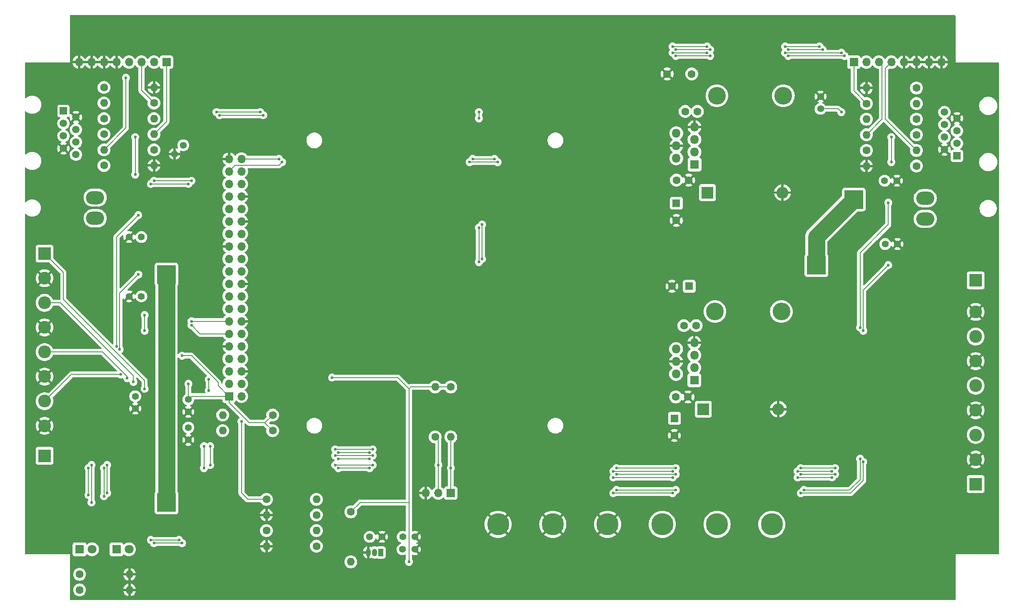
<source format=gbr>
%TF.GenerationSoftware,KiCad,Pcbnew,8.0.4*%
%TF.CreationDate,2024-12-06T03:31:11-06:00*%
%TF.ProjectId,mainpcb,6d61696e-7063-4622-9e6b-696361645f70,rev?*%
%TF.SameCoordinates,Original*%
%TF.FileFunction,Copper,L2,Bot*%
%TF.FilePolarity,Positive*%
%FSLAX46Y46*%
G04 Gerber Fmt 4.6, Leading zero omitted, Abs format (unit mm)*
G04 Created by KiCad (PCBNEW 8.0.4) date 2024-12-06 03:31:11*
%MOMM*%
%LPD*%
G01*
G04 APERTURE LIST*
G04 Aperture macros list*
%AMRoundRect*
0 Rectangle with rounded corners*
0 $1 Rounding radius*
0 $2 $3 $4 $5 $6 $7 $8 $9 X,Y pos of 4 corners*
0 Add a 4 corners polygon primitive as box body*
4,1,4,$2,$3,$4,$5,$6,$7,$8,$9,$2,$3,0*
0 Add four circle primitives for the rounded corners*
1,1,$1+$1,$2,$3*
1,1,$1+$1,$4,$5*
1,1,$1+$1,$6,$7*
1,1,$1+$1,$8,$9*
0 Add four rect primitives between the rounded corners*
20,1,$1+$1,$2,$3,$4,$5,0*
20,1,$1+$1,$4,$5,$6,$7,0*
20,1,$1+$1,$6,$7,$8,$9,0*
20,1,$1+$1,$8,$9,$2,$3,0*%
G04 Aperture macros list end*
%TA.AperFunction,ComponentPad*%
%ADD10R,2.600000X2.600000*%
%TD*%
%TA.AperFunction,ComponentPad*%
%ADD11C,2.600000*%
%TD*%
%TA.AperFunction,ComponentPad*%
%ADD12C,1.600000*%
%TD*%
%TA.AperFunction,ComponentPad*%
%ADD13O,1.600000X1.600000*%
%TD*%
%TA.AperFunction,ComponentPad*%
%ADD14R,1.700000X1.700000*%
%TD*%
%TA.AperFunction,ComponentPad*%
%ADD15O,1.700000X1.700000*%
%TD*%
%TA.AperFunction,ComponentPad*%
%ADD16R,1.600000X1.600000*%
%TD*%
%TA.AperFunction,ComponentPad*%
%ADD17O,1.800000X1.800000*%
%TD*%
%TA.AperFunction,ComponentPad*%
%ADD18R,1.800000X1.800000*%
%TD*%
%TA.AperFunction,ComponentPad*%
%ADD19C,1.400000*%
%TD*%
%TA.AperFunction,ComponentPad*%
%ADD20C,4.500000*%
%TD*%
%TA.AperFunction,ComponentPad*%
%ADD21C,3.600000*%
%TD*%
%TA.AperFunction,ComponentPad*%
%ADD22R,2.400000X2.400000*%
%TD*%
%TA.AperFunction,ComponentPad*%
%ADD23O,2.400000X2.400000*%
%TD*%
%TA.AperFunction,ComponentPad*%
%ADD24C,1.500000*%
%TD*%
%TA.AperFunction,ComponentPad*%
%ADD25R,1.500000X1.500000*%
%TD*%
%TA.AperFunction,ComponentPad*%
%ADD26O,3.700000X2.700000*%
%TD*%
%TA.AperFunction,ComponentPad*%
%ADD27RoundRect,0.250001X-1.599999X1.099999X-1.599999X-1.099999X1.599999X-1.099999X1.599999X1.099999X0*%
%TD*%
%TA.AperFunction,ComponentPad*%
%ADD28R,1.050000X1.500000*%
%TD*%
%TA.AperFunction,ComponentPad*%
%ADD29O,1.050000X1.500000*%
%TD*%
%TA.AperFunction,ComponentPad*%
%ADD30RoundRect,0.250001X1.599999X-1.099999X1.599999X1.099999X-1.599999X1.099999X-1.599999X-1.099999X0*%
%TD*%
%TA.AperFunction,ComponentPad*%
%ADD31C,1.800000*%
%TD*%
%TA.AperFunction,ViaPad*%
%ADD32C,0.600000*%
%TD*%
%TA.AperFunction,Conductor*%
%ADD33C,0.200000*%
%TD*%
%TA.AperFunction,Conductor*%
%ADD34C,3.500000*%
%TD*%
G04 APERTURE END LIST*
D10*
%TO.P,J9,1,Pin_1*%
%TO.N,+24V*%
X55880000Y-121960000D03*
D11*
%TO.P,J9,2,Pin_2*%
%TO.N,GND*%
X55880000Y-126960000D03*
%TD*%
D12*
%TO.P,R17,1*%
%TO.N,+5V*%
X118110000Y-133350000D03*
D13*
%TO.P,R17,2*%
%TO.N,Net-(U10-K)*%
X118110000Y-143510000D03*
%TD*%
D12*
%TO.P,R22,1*%
%TO.N,+3.3V*%
X102235000Y-116840000D03*
D13*
%TO.P,R22,2*%
%TO.N,SDA_3.3*%
X92075000Y-116840000D03*
%TD*%
D12*
%TO.P,R15,1*%
%TO.N,DSCL1-*%
X67945000Y-47043562D03*
D13*
%TO.P,R15,2*%
%TO.N,GND*%
X78105000Y-47043562D03*
%TD*%
D12*
%TO.P,R2,1*%
%TO.N,Net-(D2-K)*%
X62985000Y-149225000D03*
D13*
%TO.P,R2,2*%
%TO.N,GND*%
X73145000Y-149225000D03*
%TD*%
D12*
%TO.P,R7,1*%
%TO.N,DSDA1-*%
X67945000Y-62918562D03*
D13*
%TO.P,R7,2*%
%TO.N,GND*%
X78105000Y-62918562D03*
%TD*%
D14*
%TO.P,J8,1,Pin_1*%
%TO.N,SDA*%
X138430000Y-129540000D03*
D15*
%TO.P,J8,2,Pin_2*%
%TO.N,SCL*%
X135890000Y-129540000D03*
%TO.P,J8,3,Pin_3*%
%TO.N,GND*%
X133350000Y-129540000D03*
%TD*%
D16*
%TO.P,C6,1*%
%TO.N,+24V*%
X184259234Y-70590765D03*
D12*
%TO.P,C6,2*%
%TO.N,GND*%
X184259234Y-74090765D03*
%TD*%
D17*
%TO.P,U3,7,~{ON}/OFF*%
%TO.N,GND*%
X187912200Y-98965450D03*
%TO.P,U3,6,FB*%
%TO.N,+12V*%
X184212200Y-100235450D03*
%TO.P,U3,5*%
%TO.N,N/C*%
X187912200Y-101505450D03*
%TO.P,U3,4,GND*%
%TO.N,GND*%
X184212200Y-102775450D03*
%TO.P,U3,3,CB*%
%TO.N,Net-(U3-CB)*%
X187912200Y-104045450D03*
%TO.P,U3,2,VIN*%
%TO.N,+24V*%
X184212200Y-105315450D03*
D18*
%TO.P,U3,1,OUT*%
%TO.N,Net-(D3-K)*%
X187912200Y-106585450D03*
%TD*%
D19*
%TO.P,C13,1*%
%TO.N,+5V*%
X128660000Y-138430000D03*
%TO.P,C13,2*%
%TO.N,GND*%
X131160000Y-138430000D03*
%TD*%
%TO.P,C9,1*%
%TO.N,+5V*%
X84068884Y-58806116D03*
%TO.P,C9,2*%
%TO.N,GND*%
X82301117Y-60573883D03*
%TD*%
%TO.P,C24,1*%
%TO.N,+3.3V*%
X85090000Y-110510000D03*
%TO.P,C24,2*%
%TO.N,GND*%
X85090000Y-113010000D03*
%TD*%
%TO.P,C14,1*%
%TO.N,+5V*%
X75545000Y-77470000D03*
%TO.P,C14,2*%
%TO.N,GND*%
X73045000Y-77470000D03*
%TD*%
D12*
%TO.P,C2,1*%
%TO.N,Net-(U3-CB)*%
X185802200Y-95480450D03*
%TO.P,C2,2*%
%TO.N,Net-(D3-K)*%
X188302200Y-95480450D03*
%TD*%
D20*
%TO.P,J5,1*%
%TO.N,+24V*%
X203662000Y-135890000D03*
%TO.P,J5,2*%
X192536800Y-135890000D03*
%TO.P,J5,3*%
X181411600Y-135890000D03*
%TO.P,J5,4*%
%TO.N,GND*%
X170286400Y-135890000D03*
%TO.P,J5,5*%
X159161200Y-135890000D03*
%TO.P,J5,6*%
X148036000Y-135890000D03*
%TD*%
D16*
%TO.P,C5,1*%
%TO.N,+12V*%
X186882200Y-87480450D03*
D12*
%TO.P,C5,2*%
%TO.N,GND*%
X183382200Y-87480450D03*
%TD*%
%TO.P,R9,1*%
%TO.N,+5V*%
X138430000Y-107950000D03*
D13*
%TO.P,R9,2*%
%TO.N,SDA*%
X138430000Y-118110000D03*
%TD*%
D19*
%TO.P,C15,1*%
%TO.N,+5V*%
X75545000Y-89535000D03*
%TO.P,C15,2*%
%TO.N,GND*%
X73045000Y-89535000D03*
%TD*%
D12*
%TO.P,R21,1*%
%TO.N,Net-(U9-CH4)*%
X111125000Y-133985000D03*
D13*
%TO.P,R21,2*%
%TO.N,GND*%
X100965000Y-133985000D03*
%TD*%
D14*
%TO.P,J6,1,Pin_1*%
%TO.N,DSDA1+*%
X80645000Y-41910000D03*
D15*
%TO.P,J6,2,Pin_2*%
%TO.N,DSDA1-*%
X78105000Y-41910000D03*
%TO.P,J6,3,Pin_3*%
%TO.N,DSCL1+*%
X75565000Y-41910000D03*
%TO.P,J6,4,Pin_4*%
%TO.N,DSCL1-*%
X73025000Y-41910000D03*
%TO.P,J6,5,Pin_5*%
%TO.N,GND*%
X70485000Y-41910000D03*
%TO.P,J6,6,Pin_6*%
X67945000Y-41910000D03*
%TO.P,J6,7,Pin_7*%
X65405000Y-41910000D03*
%TO.P,J6,8,Pin_8*%
X62865000Y-41910000D03*
%TD*%
D12*
%TO.P,R8,1*%
%TO.N,DSDA2-*%
X233065000Y-47152500D03*
D13*
%TO.P,R8,2*%
%TO.N,GND*%
X222905000Y-47152500D03*
%TD*%
D12*
%TO.P,R13,1*%
%TO.N,DSCL1+*%
X78105000Y-50218562D03*
D13*
%TO.P,R13,2*%
%TO.N,DSCL1-*%
X67945000Y-50218562D03*
%TD*%
D19*
%TO.P,C11,1*%
%TO.N,Net-(U10-K)*%
X121940000Y-138430000D03*
%TO.P,C11,2*%
%TO.N,GND*%
X124440000Y-138430000D03*
%TD*%
D12*
%TO.P,C8,1*%
%TO.N,+24V*%
X184279234Y-65893416D03*
%TO.P,C8,2*%
%TO.N,GND*%
X186779234Y-65893416D03*
%TD*%
D19*
%TO.P,C10,1*%
%TO.N,+5V*%
X213566116Y-51398349D03*
%TO.P,C10,2*%
%TO.N,GND*%
X213566116Y-48898349D03*
%TD*%
D12*
%TO.P,R3,1*%
%TO.N,+5V*%
X67945000Y-56568562D03*
D13*
%TO.P,R3,2*%
%TO.N,DSDA1+*%
X78105000Y-56568562D03*
%TD*%
D10*
%TO.P,J15,1,Pin_1*%
%TO.N,+24V*%
X245110000Y-86280000D03*
D11*
%TO.P,J15,2,Pin_2*%
%TO.N,GND*%
X245110000Y-81280000D03*
%TD*%
D21*
%TO.P,L1,1,1*%
%TO.N,Net-(D3-K)*%
X192112200Y-92615450D03*
%TO.P,L1,2,2*%
%TO.N,+12V*%
X205612200Y-92615450D03*
%TD*%
D12*
%TO.P,R5,1*%
%TO.N,DSDA1+*%
X78105000Y-59743562D03*
D13*
%TO.P,R5,2*%
%TO.N,DSDA1-*%
X67945000Y-59743562D03*
%TD*%
D17*
%TO.P,U4,7,~{ON}/OFF*%
%TO.N,GND*%
X187959234Y-55098416D03*
%TO.P,U4,6,FB*%
%TO.N,+5V*%
X184259234Y-56368416D03*
%TO.P,U4,5*%
%TO.N,N/C*%
X187959234Y-57638416D03*
%TO.P,U4,4,GND*%
%TO.N,GND*%
X184259234Y-58908416D03*
%TO.P,U4,3,CB*%
%TO.N,Net-(U4-CB)*%
X187959234Y-60178416D03*
%TO.P,U4,2,VIN*%
%TO.N,+24V*%
X184259234Y-61448416D03*
D18*
%TO.P,U4,1,OUT*%
%TO.N,Net-(D4-K)*%
X187959234Y-62718416D03*
%TD*%
D12*
%TO.P,R11,1*%
%TO.N,+5V*%
X67945000Y-53393562D03*
D13*
%TO.P,R11,2*%
%TO.N,DSCL1+*%
X78105000Y-53393562D03*
%TD*%
D21*
%TO.P,L2,1,1*%
%TO.N,Net-(D4-K)*%
X192514234Y-48748416D03*
%TO.P,L2,2,2*%
%TO.N,+5V*%
X206014234Y-48748416D03*
%TD*%
D12*
%TO.P,C7,1*%
%TO.N,Net-(U4-CB)*%
X186055000Y-51923416D03*
%TO.P,C7,2*%
%TO.N,Net-(D4-K)*%
X188555000Y-51923416D03*
%TD*%
%TO.P,R23,1*%
%TO.N,+3.3V*%
X102235000Y-113665000D03*
D13*
%TO.P,R23,2*%
%TO.N,SCL_3.3*%
X92075000Y-113665000D03*
%TD*%
D12*
%TO.P,C18,1*%
%TO.N,+5V*%
X187394234Y-44303416D03*
%TO.P,C18,2*%
%TO.N,GND*%
X182394234Y-44303416D03*
%TD*%
D14*
%TO.P,J7,1,Pin_1*%
%TO.N,DSDA2+*%
X220345000Y-41910000D03*
D15*
%TO.P,J7,2,Pin_2*%
%TO.N,DSDA2-*%
X222885000Y-41910000D03*
%TO.P,J7,3,Pin_3*%
%TO.N,DSCL2+*%
X225425000Y-41910000D03*
%TO.P,J7,4,Pin_4*%
%TO.N,DSCL2-*%
X227965000Y-41910000D03*
%TO.P,J7,5,Pin_5*%
%TO.N,GND*%
X230505000Y-41910000D03*
%TO.P,J7,6,Pin_6*%
X233045000Y-41910000D03*
%TO.P,J7,7,Pin_7*%
X235585000Y-41910000D03*
%TO.P,J7,8,Pin_8*%
X238125000Y-41910000D03*
%TD*%
D19*
%TO.P,C23,1*%
%TO.N,+5V*%
X74295000Y-109855000D03*
%TO.P,C23,2*%
%TO.N,GND*%
X74295000Y-112355000D03*
%TD*%
D22*
%TO.P,D3,1,K*%
%TO.N,Net-(D3-K)*%
X189762200Y-112480450D03*
D23*
%TO.P,D3,2,A*%
%TO.N,GND*%
X205002200Y-112480450D03*
%TD*%
D24*
%TO.P,J2,8*%
%TO.N,LIMIT_SW_LR*%
X62250000Y-60721062D03*
%TO.P,J2,7*%
%TO.N,GND*%
X59710000Y-59451062D03*
%TO.P,J2,6*%
%TO.N,DSDA1-*%
X62250000Y-58181062D03*
%TO.P,J2,5*%
%TO.N,DSDA1+*%
X59710000Y-56911062D03*
%TO.P,J2,4*%
%TO.N,DSCL1+*%
X62250000Y-55641062D03*
%TO.P,J2,3*%
%TO.N,DSCL1-*%
X59710000Y-54371062D03*
%TO.P,J2,2*%
%TO.N,GND*%
X62250000Y-53101062D03*
D25*
%TO.P,J2,1*%
%TO.N,LIMIT_SW_LL*%
X59710000Y-51831062D03*
%TD*%
D14*
%TO.P,J1,1,3V3*%
%TO.N,+3.3V*%
X93345000Y-109840000D03*
D15*
%TO.P,J1,2,5V*%
%TO.N,+5V*%
X95885000Y-109840000D03*
%TO.P,J1,3,SDA/GPIO2*%
%TO.N,SDA_3.3*%
X93345000Y-107300000D03*
%TO.P,J1,4,5V*%
%TO.N,+5V*%
X95885000Y-107300000D03*
%TO.P,J1,5,SCL/GPIO3*%
%TO.N,SCL_3.3*%
X93345000Y-104760000D03*
%TO.P,J1,6,GND*%
%TO.N,GND*%
X95885000Y-104760000D03*
%TO.P,J1,7,GCLK0/GPIO4*%
%TO.N,unconnected-(J1-GCLK0{slash}GPIO4-Pad7)*%
X93345000Y-102220000D03*
%TO.P,J1,8,GPIO14/TXD*%
%TO.N,unconnected-(J1-GPIO14{slash}TXD-Pad8)*%
X95885000Y-102220000D03*
%TO.P,J1,9,GND*%
%TO.N,GND*%
X93345000Y-99680000D03*
%TO.P,J1,10,GPIO15/RXD*%
%TO.N,unconnected-(J1-GPIO15{slash}RXD-Pad10)*%
X95885000Y-99680000D03*
%TO.P,J1,11,GPIO17*%
%TO.N,LED1*%
X93345000Y-97140000D03*
%TO.P,J1,12,GPIO18/PWM0*%
%TO.N,unconnected-(J1-GPIO18{slash}PWM0-Pad12)*%
X95885000Y-97140000D03*
%TO.P,J1,13,GPIO27*%
%TO.N,LED2*%
X93345000Y-94600000D03*
%TO.P,J1,14,GND*%
%TO.N,GND*%
X95885000Y-94600000D03*
%TO.P,J1,15,GPIO22*%
%TO.N,PUL1+*%
X93345000Y-92060000D03*
%TO.P,J1,16,GPIO23*%
%TO.N,DIR1+*%
X95885000Y-92060000D03*
%TO.P,J1,17,3V3*%
%TO.N,+3.3V*%
X93345000Y-89520000D03*
%TO.P,J1,18,GPIO24*%
%TO.N,ENA1+*%
X95885000Y-89520000D03*
%TO.P,J1,19,MOSI0/GPIO10*%
%TO.N,unconnected-(J1-MOSI0{slash}GPIO10-Pad19)*%
X93345000Y-86980000D03*
%TO.P,J1,20,GND*%
%TO.N,GND*%
X95885000Y-86980000D03*
%TO.P,J1,21,MISO0/GPIO9*%
%TO.N,unconnected-(J1-MISO0{slash}GPIO9-Pad21)*%
X93345000Y-84440000D03*
%TO.P,J1,22,GPIO25*%
%TO.N,ALARM1+*%
X95885000Y-84440000D03*
%TO.P,J1,23,SCLK0/GPIO11*%
%TO.N,unconnected-(J1-SCLK0{slash}GPIO11-Pad23)*%
X93345000Y-81900000D03*
%TO.P,J1,24,~{CE0}/GPIO8*%
%TO.N,unconnected-(J1-~{CE0}{slash}GPIO8-Pad24)*%
X95885000Y-81900000D03*
%TO.P,J1,25,GND*%
%TO.N,GND*%
X93345000Y-79360000D03*
%TO.P,J1,26,~{CE1}/GPIO7*%
%TO.N,unconnected-(J1-~{CE1}{slash}GPIO7-Pad26)*%
X95885000Y-79360000D03*
%TO.P,J1,27,ID_SD/GPIO0*%
%TO.N,unconnected-(J1-ID_SD{slash}GPIO0-Pad27)*%
X93345000Y-76820000D03*
%TO.P,J1,28,ID_SC/GPIO1*%
%TO.N,unconnected-(J1-ID_SC{slash}GPIO1-Pad28)*%
X95885000Y-76820000D03*
%TO.P,J1,29,GCLK1/GPIO5*%
%TO.N,PUL2+*%
X93345000Y-74280000D03*
%TO.P,J1,30,GND*%
%TO.N,GND*%
X95885000Y-74280000D03*
%TO.P,J1,31,GCLK2/GPIO6*%
%TO.N,DIR2+*%
X93345000Y-71740000D03*
%TO.P,J1,32,PWM0/GPIO12*%
%TO.N,ENA2+*%
X95885000Y-71740000D03*
%TO.P,J1,33,PWM1/GPIO13*%
%TO.N,ALARM2+*%
X93345000Y-69200000D03*
%TO.P,J1,34,GND*%
%TO.N,GND*%
X95885000Y-69200000D03*
%TO.P,J1,35,GPIO19/MISO1*%
%TO.N,unconnected-(J1-GPIO19{slash}MISO1-Pad35)*%
X93345000Y-66660000D03*
%TO.P,J1,36,GPIO16*%
%TO.N,LIMIT_SW_LL*%
X95885000Y-66660000D03*
%TO.P,J1,37,GPIO26*%
%TO.N,LIMIT_SW_RR*%
X93345000Y-64120000D03*
%TO.P,J1,38,GPIO20/MOSI1*%
%TO.N,LIMIT_SW_LR*%
X95885000Y-64120000D03*
%TO.P,J1,39,GND*%
%TO.N,GND*%
X93345000Y-61580000D03*
%TO.P,J1,40,GPIO21/SCLK1*%
%TO.N,LIMIT_SW_RL*%
X95885000Y-61580000D03*
%TD*%
D16*
%TO.P,C3,1*%
%TO.N,+24V*%
X183882200Y-114327799D03*
D12*
%TO.P,C3,2*%
%TO.N,GND*%
X183882200Y-117827799D03*
%TD*%
%TO.P,R4,1*%
%TO.N,+5V*%
X233065000Y-53502500D03*
D13*
%TO.P,R4,2*%
%TO.N,DSDA2+*%
X222905000Y-53502500D03*
%TD*%
D26*
%TO.P,J11,4,Pin_4*%
%TO.N,Net-(J11-Pin_4)*%
X234850000Y-73777500D03*
%TO.P,J11,3,Pin_3*%
%TO.N,Net-(J11-Pin_3)*%
X234850000Y-69577500D03*
%TO.P,J11,2,Pin_2*%
%TO.N,GND*%
X240350000Y-73777500D03*
D27*
%TO.P,J11,1,Pin_1*%
X240350000Y-69577500D03*
%TD*%
D28*
%TO.P,U10,1,NC*%
%TO.N,unconnected-(U10-NC-Pad1)*%
X124195000Y-141605000D03*
D29*
%TO.P,U10,2,K*%
%TO.N,Net-(U10-K)*%
X122925000Y-141605000D03*
%TO.P,U10,3,A*%
%TO.N,GND*%
X121655000Y-141605000D03*
%TD*%
D12*
%TO.P,R19,1*%
%TO.N,+5V*%
X100965000Y-130810000D03*
D13*
%TO.P,R19,2*%
%TO.N,Net-(U9-CH4)*%
X111125000Y-130810000D03*
%TD*%
D12*
%TO.P,R1,1*%
%TO.N,Net-(D1-K)*%
X62985000Y-146050000D03*
D13*
%TO.P,R1,2*%
%TO.N,GND*%
X73145000Y-146050000D03*
%TD*%
D26*
%TO.P,J10,4,Pin_4*%
%TO.N,Net-(J10-Pin_4)*%
X66160000Y-69451062D03*
%TO.P,J10,3,Pin_3*%
%TO.N,Net-(J10-Pin_3)*%
X66160000Y-73651062D03*
%TO.P,J10,2,Pin_2*%
%TO.N,GND*%
X60660000Y-69451062D03*
D30*
%TO.P,J10,1,Pin_1*%
X60660000Y-73651062D03*
%TD*%
D24*
%TO.P,J3,8*%
%TO.N,LIMIT_SW_RR*%
X238760000Y-52070000D03*
%TO.P,J3,7*%
%TO.N,GND*%
X241300000Y-53340000D03*
%TO.P,J3,6*%
%TO.N,DSDA2-*%
X238760000Y-54610000D03*
%TO.P,J3,5*%
%TO.N,DSDA2+*%
X241300000Y-55880000D03*
%TO.P,J3,4*%
%TO.N,DSCL2+*%
X238760000Y-57150000D03*
%TO.P,J3,3*%
%TO.N,DSCL2-*%
X241300000Y-58420000D03*
%TO.P,J3,2*%
%TO.N,GND*%
X238760000Y-59690000D03*
D25*
%TO.P,J3,1*%
%TO.N,LIMIT_SW_RL*%
X241300000Y-60960000D03*
%TD*%
D18*
%TO.P,D1,1,K*%
%TO.N,Net-(D1-K)*%
X62985000Y-140970000D03*
D31*
%TO.P,D1,2,A*%
%TO.N,LED1*%
X65525000Y-140970000D03*
%TD*%
D22*
%TO.P,D4,1,K*%
%TO.N,Net-(D4-K)*%
X190609234Y-68433416D03*
D23*
%TO.P,D4,2,A*%
%TO.N,GND*%
X205849234Y-68433416D03*
%TD*%
D12*
%TO.P,R16,1*%
%TO.N,DSCL2-*%
X233065000Y-63027500D03*
D13*
%TO.P,R16,2*%
%TO.N,GND*%
X222905000Y-63027500D03*
%TD*%
D12*
%TO.P,R6,1*%
%TO.N,DSDA2+*%
X222905000Y-50327500D03*
D13*
%TO.P,R6,2*%
%TO.N,DSDA2-*%
X233065000Y-50327500D03*
%TD*%
D12*
%TO.P,R20,1*%
%TO.N,Net-(U9-CH5)*%
X111125000Y-140335000D03*
D13*
%TO.P,R20,2*%
%TO.N,GND*%
X100965000Y-140335000D03*
%TD*%
D12*
%TO.P,R10,1*%
%TO.N,SCL*%
X135255000Y-118110000D03*
D13*
%TO.P,R10,2*%
%TO.N,+5V*%
X135255000Y-107950000D03*
%TD*%
D12*
%TO.P,C4,1*%
%TO.N,+24V*%
X184132200Y-109980450D03*
%TO.P,C4,2*%
%TO.N,GND*%
X186632200Y-109980450D03*
%TD*%
%TO.P,R12,1*%
%TO.N,+5V*%
X233065000Y-56677500D03*
D13*
%TO.P,R12,2*%
%TO.N,DSCL2+*%
X222905000Y-56677500D03*
%TD*%
D19*
%TO.P,C12,1*%
%TO.N,+5V*%
X128640000Y-140970000D03*
%TO.P,C12,2*%
%TO.N,GND*%
X131140000Y-140970000D03*
%TD*%
%TO.P,C17,1*%
%TO.N,+5V*%
X226604000Y-66012500D03*
%TO.P,C17,2*%
%TO.N,GND*%
X229104000Y-66012500D03*
%TD*%
D12*
%TO.P,R14,1*%
%TO.N,DSCL2+*%
X222905000Y-59852500D03*
D13*
%TO.P,R14,2*%
%TO.N,DSCL2-*%
X233065000Y-59852500D03*
%TD*%
D12*
%TO.P,R18,1*%
%TO.N,+12V*%
X100965000Y-137160000D03*
D13*
%TO.P,R18,2*%
%TO.N,Net-(U9-CH5)*%
X111125000Y-137160000D03*
%TD*%
D19*
%TO.P,C1,1*%
%TO.N,+5V*%
X85090000Y-116225000D03*
%TO.P,C1,2*%
%TO.N,GND*%
X85090000Y-118725000D03*
%TD*%
D18*
%TO.P,D2,1,K*%
%TO.N,Net-(D2-K)*%
X70485000Y-140970000D03*
D31*
%TO.P,D2,2,A*%
%TO.N,LED2*%
X73025000Y-140970000D03*
%TD*%
D19*
%TO.P,C16,1*%
%TO.N,+5V*%
X226715000Y-78900000D03*
%TO.P,C16,2*%
%TO.N,GND*%
X229215000Y-78900000D03*
%TD*%
D10*
%TO.P,J4,1,Pin_1*%
%TO.N,Net-(J4-Pin_1)*%
X55870000Y-80850000D03*
D11*
%TO.P,J4,2,Pin_2*%
%TO.N,GND*%
X55870000Y-85850000D03*
%TO.P,J4,3,Pin_3*%
%TO.N,Net-(J4-Pin_3)*%
X55870000Y-90850000D03*
%TO.P,J4,4,Pin_4*%
%TO.N,GND*%
X55870000Y-95850000D03*
%TO.P,J4,5,Pin_5*%
%TO.N,Net-(J4-Pin_5)*%
X55870000Y-100850000D03*
%TO.P,J4,6,Pin_6*%
%TO.N,GND*%
X55870000Y-105850000D03*
%TO.P,J4,7,Pin_7*%
%TO.N,Net-(J4-Pin_7)*%
X55870000Y-110850000D03*
%TO.P,J4,8,Pin_8*%
%TO.N,GND*%
X55870000Y-115850000D03*
%TD*%
D10*
%TO.P,J13,1,Pin_1*%
%TO.N,Net-(J13-Pin_1)*%
X245110000Y-127710000D03*
D11*
%TO.P,J13,2,Pin_2*%
%TO.N,GND*%
X245110000Y-122710000D03*
%TO.P,J13,3,Pin_3*%
%TO.N,Net-(J13-Pin_3)*%
X245110000Y-117710000D03*
%TO.P,J13,4,Pin_4*%
%TO.N,GND*%
X245110000Y-112710000D03*
%TO.P,J13,5,Pin_5*%
%TO.N,Net-(J13-Pin_5)*%
X245110000Y-107710000D03*
%TO.P,J13,6,Pin_6*%
%TO.N,GND*%
X245110000Y-102710000D03*
%TO.P,J13,7,Pin_7*%
%TO.N,Net-(J13-Pin_7)*%
X245110000Y-97710000D03*
%TO.P,J13,8,Pin_8*%
%TO.N,GND*%
X245110000Y-92710000D03*
%TD*%
D32*
%TO.N,+5V*%
X76200000Y-96520000D03*
X114300000Y-106045000D03*
X217805000Y-52070000D03*
X74295000Y-57150000D03*
X129916586Y-143510000D03*
X74295000Y-64770000D03*
X95885000Y-114935000D03*
X227965000Y-62230000D03*
X76200000Y-93345000D03*
X227965000Y-57150000D03*
%TO.N,+12V*%
X80645000Y-83820000D03*
X81280000Y-132080000D03*
X212725000Y-81915000D03*
X79375000Y-86360000D03*
X81915000Y-86360000D03*
X80645000Y-86360000D03*
X219075000Y-71120000D03*
X81280000Y-84455000D03*
X81915000Y-85090000D03*
X212090000Y-82550000D03*
X79375000Y-83820000D03*
X81915000Y-131445000D03*
X79375000Y-130175000D03*
X221615000Y-71120000D03*
X79375000Y-85090000D03*
X81280000Y-130810000D03*
X221615000Y-68580000D03*
X220345000Y-69850000D03*
X81915000Y-130175000D03*
X213995000Y-84455000D03*
X213360000Y-82550000D03*
X220980000Y-69215000D03*
X220980000Y-70485000D03*
X81280000Y-85725000D03*
X80645000Y-85090000D03*
X219075000Y-68580000D03*
X80010000Y-132080000D03*
X211455000Y-84455000D03*
X80010000Y-84455000D03*
X81915000Y-132715000D03*
X213360000Y-83820000D03*
X211455000Y-81915000D03*
X219075000Y-69850000D03*
X212725000Y-83185000D03*
X219710000Y-70485000D03*
X211455000Y-83185000D03*
X221615000Y-69850000D03*
X213995000Y-83185000D03*
X212090000Y-83820000D03*
X213995000Y-81915000D03*
X220345000Y-68580000D03*
X80010000Y-85725000D03*
X219710000Y-69215000D03*
X80645000Y-131445000D03*
X220345000Y-71120000D03*
X81915000Y-83820000D03*
X79375000Y-132715000D03*
X80645000Y-130175000D03*
X79375000Y-131445000D03*
X80645000Y-132715000D03*
X212725000Y-84455000D03*
X80010000Y-130810000D03*
%TO.N,+3.3V*%
X83820000Y-101600000D03*
X85090000Y-107315000D03*
%TO.N,LED1*%
X65405000Y-123825000D03*
X65405000Y-131445000D03*
X85725000Y-95400003D03*
%TO.N,LED2*%
X85725000Y-94600000D03*
X64770000Y-124460000D03*
X64770000Y-129932193D03*
%TO.N,SCL_3.3*%
X89238306Y-108714224D03*
X89236082Y-106436525D03*
%TO.N,LIMIT_SW_LL*%
X77470000Y-66675000D03*
X85090000Y-66675000D03*
%TO.N,LIMIT_SW_LR*%
X78105000Y-66040000D03*
X85725000Y-66040000D03*
%TO.N,DSDA1-*%
X72390000Y-45085000D03*
%TO.N,LIMIT_SW_RR*%
X191135000Y-40640000D03*
X218440000Y-40640000D03*
X207010000Y-40640000D03*
X104140000Y-62230000D03*
X142240000Y-62230000D03*
X184150000Y-40640000D03*
X147955000Y-62230000D03*
%TO.N,LIMIT_SW_RL*%
X217805000Y-40005000D03*
X183515000Y-40005000D03*
X142875000Y-61595000D03*
X147320000Y-61595000D03*
X103505000Y-61595000D03*
X190500000Y-40005000D03*
X206375000Y-40005000D03*
%TO.N,Net-(J4-Pin_1)*%
X76200000Y-108315078D03*
%TO.N,Net-(J4-Pin_5)*%
X72644000Y-106172000D03*
%TO.N,Net-(J4-Pin_7)*%
X71374000Y-105410000D03*
%TO.N,Net-(J4-Pin_3)*%
X73914000Y-106934000D03*
%TO.N,SDA*%
X121920000Y-124460000D03*
X138430000Y-124460000D03*
X88265000Y-120015000D03*
X191135000Y-39370000D03*
X91440000Y-52705000D03*
X88265000Y-124460000D03*
X115570000Y-124460000D03*
X207010000Y-39370000D03*
X184150000Y-39370000D03*
X144780000Y-74930000D03*
X213995000Y-39370000D03*
X144780000Y-81915000D03*
X100330000Y-52705000D03*
%TO.N,SCL*%
X144145000Y-53340000D03*
X89535000Y-123825000D03*
X144145000Y-75565000D03*
X183515000Y-38735000D03*
X99695000Y-52070000D03*
X213360000Y-38735000D03*
X206375000Y-38735000D03*
X144145000Y-52070000D03*
X144145000Y-82550000D03*
X114935000Y-123825000D03*
X89535000Y-120015000D03*
X135890000Y-123825000D03*
X190500000Y-38735000D03*
X90805000Y-52070000D03*
X122555000Y-123825000D03*
%TO.N,Net-(J13-Pin_1)*%
X171450000Y-126365000D03*
X115570000Y-122555000D03*
X215900000Y-126365000D03*
X121920000Y-122555000D03*
X208915000Y-126365000D03*
X183515000Y-126365000D03*
%TO.N,Net-(J13-Pin_5)*%
X121920000Y-121285000D03*
X183515000Y-125095000D03*
X115570000Y-121285000D03*
X171450000Y-125095000D03*
X215900000Y-125095000D03*
X208915000Y-125095000D03*
%TO.N,Net-(J13-Pin_7)*%
X216535000Y-124460000D03*
X209550000Y-124460000D03*
X172085000Y-124460000D03*
X184150000Y-124460000D03*
X122555000Y-120650000D03*
X114935000Y-120650000D03*
%TO.N,Net-(J13-Pin_3)*%
X122555000Y-121920000D03*
X184150000Y-125730000D03*
X216535000Y-125730000D03*
X114935000Y-121920000D03*
X172085000Y-125730000D03*
X209550000Y-125730000D03*
%TO.N,Net-(U12-VOUT)*%
X221615000Y-95885000D03*
X184150000Y-128905000D03*
X227330000Y-70485000D03*
X210185000Y-128905000D03*
X172085000Y-128905000D03*
X221615000Y-122555000D03*
%TO.N,Net-(U11-VOUT)*%
X222250000Y-123190000D03*
X222250000Y-96520000D03*
X171450000Y-129540000D03*
X209550000Y-129540000D03*
X227330000Y-83185000D03*
X183515000Y-129540000D03*
%TO.N,Net-(U7-VOUT)*%
X78105000Y-139700000D03*
X67945000Y-124460000D03*
X74909210Y-73025000D03*
X70485000Y-99695000D03*
X83820000Y-139700000D03*
X67945000Y-130175000D03*
%TO.N,Net-(U8-VOUT)*%
X83185000Y-139065000D03*
X77470000Y-139065000D03*
X71120000Y-100330000D03*
X74930000Y-85090000D03*
X68580000Y-129540000D03*
X68580000Y-123825000D03*
%TO.N,GND*%
X87925513Y-113316462D03*
X122232500Y-135577500D03*
X213995000Y-57150000D03*
X87312174Y-52986936D03*
X76181657Y-102498071D03*
X125730000Y-133985000D03*
%TD*%
D33*
%TO.N,LIMIT_SW_RR*%
X218440000Y-40640000D02*
X207010000Y-40640000D01*
%TO.N,LIMIT_SW_RL*%
X217805000Y-40005000D02*
X206375000Y-40005000D01*
%TO.N,Net-(J4-Pin_5)*%
X67662529Y-100850000D02*
X55870000Y-100850000D01*
%TO.N,Net-(J4-Pin_7)*%
X61310000Y-105410000D02*
X55870000Y-110850000D01*
%TO.N,Net-(J4-Pin_3)*%
X59100000Y-90850000D02*
X55870000Y-90850000D01*
%TO.N,Net-(J4-Pin_1)*%
X59690000Y-90170000D02*
X59690000Y-84670000D01*
X76200000Y-106680000D02*
X59690000Y-90170000D01*
X59690000Y-84670000D02*
X55870000Y-80850000D01*
X76200000Y-108315078D02*
X76200000Y-106680000D01*
%TO.N,Net-(J4-Pin_5)*%
X72644000Y-105831471D02*
X67662529Y-100850000D01*
X72644000Y-106172000D02*
X72644000Y-105831471D01*
%TO.N,+5V*%
X138430000Y-107950000D02*
X135255000Y-107950000D01*
X129916586Y-108326586D02*
X127635000Y-106045000D01*
X95885000Y-114935000D02*
X95885000Y-129540000D01*
X127635000Y-106045000D02*
X114300000Y-106045000D01*
X120015000Y-131445000D02*
X129916586Y-131445000D01*
X95885000Y-129540000D02*
X97155000Y-130810000D01*
X227965000Y-57150000D02*
X227965000Y-62230000D01*
X135255000Y-107950000D02*
X130293172Y-107950000D01*
X129916586Y-133350000D02*
X129916586Y-108326586D01*
X217805000Y-52070000D02*
X217133349Y-51398349D01*
X129916586Y-143510000D02*
X129916586Y-133350000D01*
X217133349Y-51398349D02*
X213566116Y-51398349D01*
X130293172Y-107950000D02*
X129916586Y-108326586D01*
X74295000Y-57150000D02*
X74295000Y-64770000D01*
X76200000Y-93345000D02*
X76200000Y-95885000D01*
X118110000Y-133350000D02*
X120015000Y-131445000D01*
X97155000Y-130810000D02*
X100965000Y-130810000D01*
X76200000Y-95885000D02*
X76200000Y-96520000D01*
D34*
%TO.N,+12V*%
X212725000Y-77470000D02*
X212725000Y-82550000D01*
X220345000Y-69850000D02*
X212725000Y-77470000D01*
X212725000Y-81915000D02*
X212725000Y-83185000D01*
X212725000Y-82550000D02*
X212725000Y-81915000D01*
X80645000Y-85090000D02*
X80645000Y-131445000D01*
D33*
%TO.N,+3.3V*%
X93345000Y-109840000D02*
X85760000Y-109840000D01*
X85090000Y-110510000D02*
X85090000Y-107315000D01*
X83820000Y-101600000D02*
X85725000Y-101600000D01*
X100676786Y-115223214D02*
X100676786Y-115281786D01*
X93345000Y-109840000D02*
X93345000Y-111125000D01*
X85760000Y-109840000D02*
X85090000Y-110510000D01*
X93345000Y-111125000D02*
X97468637Y-115248637D01*
X91154624Y-107029624D02*
X91154624Y-107664624D01*
X91154624Y-107664624D02*
X93330000Y-109840000D01*
X97468637Y-115248637D02*
X100651363Y-115248637D01*
X100676786Y-115281786D02*
X102235000Y-116840000D01*
X93330000Y-109840000D02*
X93345000Y-109840000D01*
X100676786Y-115223214D02*
X102235000Y-113665000D01*
X100651363Y-115248637D02*
X100676786Y-115223214D01*
X85725000Y-101600000D02*
X91154624Y-107029624D01*
%TO.N,LED1*%
X85725000Y-95400003D02*
X87464997Y-97140000D01*
X87464997Y-97140000D02*
X93345000Y-97140000D01*
X65405000Y-123825000D02*
X65405000Y-131445000D01*
%TO.N,LED2*%
X64770000Y-124460000D02*
X64770000Y-129932193D01*
X85725000Y-94600000D02*
X93345000Y-94600000D01*
%TO.N,SCL_3.3*%
X89236082Y-108712000D02*
X89238306Y-108714224D01*
X89236082Y-106436525D02*
X89236082Y-108712000D01*
%TO.N,DSCL1+*%
X75565000Y-41910000D02*
X75565000Y-47678562D01*
X75565000Y-47678562D02*
X78105000Y-50218562D01*
%TO.N,LIMIT_SW_LL*%
X77470000Y-66675000D02*
X85090000Y-66675000D01*
%TO.N,DSDA1+*%
X80645000Y-54028562D02*
X78105000Y-56568562D01*
X80645000Y-41910000D02*
X80645000Y-54028562D01*
%TO.N,LIMIT_SW_LR*%
X78105000Y-66040000D02*
X85725000Y-66040000D01*
%TO.N,DSDA1-*%
X72390000Y-45085000D02*
X72390000Y-55298562D01*
X72390000Y-55298562D02*
X67945000Y-59743562D01*
%TO.N,DSCL2+*%
X225425000Y-41910000D02*
X226060000Y-42545000D01*
X226060000Y-53522500D02*
X222905000Y-56677500D01*
X226060000Y-42545000D02*
X226060000Y-53522500D01*
%TO.N,DSDA2+*%
X220345000Y-47767500D02*
X222905000Y-50327500D01*
X220345000Y-47767500D02*
X220345000Y-41910000D01*
%TO.N,LIMIT_SW_RR*%
X94600000Y-62865000D02*
X93345000Y-64120000D01*
X104140000Y-62230000D02*
X103505000Y-62865000D01*
X147955000Y-62230000D02*
X142240000Y-62230000D01*
X103505000Y-62865000D02*
X94600000Y-62865000D01*
X191135000Y-40640000D02*
X184150000Y-40640000D01*
%TO.N,DSCL2-*%
X226695000Y-43180000D02*
X227965000Y-41910000D01*
X226695000Y-53482500D02*
X226695000Y-43180000D01*
X226695000Y-53482500D02*
X233065000Y-59852500D01*
%TO.N,LIMIT_SW_RL*%
X103490000Y-61580000D02*
X103505000Y-61595000D01*
X95885000Y-61580000D02*
X103490000Y-61580000D01*
X147320000Y-61595000D02*
X142875000Y-61595000D01*
X190500000Y-40005000D02*
X183515000Y-40005000D01*
%TO.N,Net-(J4-Pin_1)*%
X56085000Y-80850000D02*
X55870000Y-80850000D01*
%TO.N,Net-(J4-Pin_7)*%
X71374000Y-105410000D02*
X61310000Y-105410000D01*
%TO.N,Net-(J4-Pin_3)*%
X73914000Y-105664000D02*
X59100000Y-90850000D01*
X73914000Y-106934000D02*
X73914000Y-105664000D01*
%TO.N,SDA*%
X88265000Y-120015000D02*
X88265000Y-124460000D01*
X184785000Y-39370000D02*
X184150000Y-39370000D01*
X144780000Y-76200000D02*
X144780000Y-74930000D01*
X144780000Y-81915000D02*
X144780000Y-76200000D01*
X91440000Y-52705000D02*
X100330000Y-52705000D01*
X213995000Y-39370000D02*
X207010000Y-39370000D01*
X138430000Y-118110000D02*
X138430000Y-129540000D01*
X121920000Y-124460000D02*
X115570000Y-124460000D01*
X191135000Y-39370000D02*
X184785000Y-39370000D01*
%TO.N,SCL*%
X89535000Y-120015000D02*
X89535000Y-123825000D01*
X144145000Y-52070000D02*
X144145000Y-53340000D01*
X122555000Y-123825000D02*
X114935000Y-123825000D01*
X144145000Y-76200000D02*
X144145000Y-75565000D01*
X190500000Y-38735000D02*
X183515000Y-38735000D01*
X135890000Y-118745000D02*
X135255000Y-118110000D01*
X135890000Y-129540000D02*
X135890000Y-118745000D01*
X144145000Y-82550000D02*
X144145000Y-76200000D01*
X213360000Y-38735000D02*
X206375000Y-38735000D01*
X90805000Y-52070000D02*
X99695000Y-52070000D01*
%TO.N,Net-(J13-Pin_1)*%
X115570000Y-122555000D02*
X121920000Y-122555000D01*
X208915000Y-126365000D02*
X215900000Y-126365000D01*
X171450000Y-126365000D02*
X183515000Y-126365000D01*
%TO.N,Net-(J13-Pin_5)*%
X208915000Y-125095000D02*
X215900000Y-125095000D01*
X171450000Y-125095000D02*
X183515000Y-125095000D01*
X115570000Y-121285000D02*
X121920000Y-121285000D01*
%TO.N,Net-(J13-Pin_7)*%
X172085000Y-124460000D02*
X183515000Y-124460000D01*
X114935000Y-120650000D02*
X122555000Y-120650000D01*
X216535000Y-124460000D02*
X209550000Y-124460000D01*
X183515000Y-124460000D02*
X184150000Y-124460000D01*
%TO.N,Net-(J13-Pin_3)*%
X114935000Y-121920000D02*
X122555000Y-121920000D01*
X216535000Y-125730000D02*
X209550000Y-125730000D01*
X172085000Y-125730000D02*
X184150000Y-125730000D01*
%TO.N,Net-(U12-VOUT)*%
X172085000Y-128905000D02*
X184150000Y-128905000D01*
X221615000Y-80645000D02*
X221615000Y-90170000D01*
X219478767Y-128905000D02*
X221615000Y-126768767D01*
X221615000Y-126768767D02*
X221615000Y-122555000D01*
X227330000Y-70485000D02*
X227330000Y-74930000D01*
X221615000Y-90170000D02*
X221615000Y-95885000D01*
X210185000Y-128905000D02*
X219478767Y-128905000D01*
X227330000Y-74930000D02*
X221615000Y-80645000D01*
%TO.N,Net-(U11-VOUT)*%
X171450000Y-129540000D02*
X183515000Y-129540000D01*
X222250000Y-88265000D02*
X222250000Y-90170000D01*
X222250000Y-127000000D02*
X222250000Y-123190000D01*
X222250000Y-90170000D02*
X222250000Y-96520000D01*
X209550000Y-129540000D02*
X219710000Y-129540000D01*
X219710000Y-129540000D02*
X222250000Y-127000000D01*
X227330000Y-83185000D02*
X222250000Y-88265000D01*
%TO.N,Net-(U7-VOUT)*%
X67945000Y-124460000D02*
X67945000Y-130175000D01*
X78105000Y-139700000D02*
X83820000Y-139700000D01*
X70485000Y-99695000D02*
X70485000Y-77449210D01*
X70485000Y-77449210D02*
X74909210Y-73025000D01*
%TO.N,Net-(U8-VOUT)*%
X71120000Y-88900000D02*
X74930000Y-85090000D01*
X68580000Y-123825000D02*
X68580000Y-129540000D01*
X77470000Y-139065000D02*
X83185000Y-139065000D01*
X71120000Y-100330000D02*
X71120000Y-88900000D01*
%TD*%
%TA.AperFunction,Conductor*%
%TO.N,+12V*%
G36*
X82493039Y-83204685D02*
G01*
X82538794Y-83257489D01*
X82550000Y-83309000D01*
X82550000Y-86871000D01*
X82530315Y-86938039D01*
X82477511Y-86983794D01*
X82426000Y-86995000D01*
X78864000Y-86995000D01*
X78796961Y-86975315D01*
X78751206Y-86922511D01*
X78740000Y-86871000D01*
X78740000Y-83309000D01*
X78759685Y-83241961D01*
X78812489Y-83196206D01*
X78864000Y-83185000D01*
X82426000Y-83185000D01*
X82493039Y-83204685D01*
G37*
%TD.AperFunction*%
%TD*%
%TA.AperFunction,Conductor*%
%TO.N,GND*%
G36*
X232579075Y-41717007D02*
G01*
X232545000Y-41844174D01*
X232545000Y-41975826D01*
X232579075Y-42102993D01*
X232611988Y-42160000D01*
X230938012Y-42160000D01*
X230970925Y-42102993D01*
X231005000Y-41975826D01*
X231005000Y-41844174D01*
X230970925Y-41717007D01*
X230938012Y-41660000D01*
X232611988Y-41660000D01*
X232579075Y-41717007D01*
G37*
%TD.AperFunction*%
%TA.AperFunction,Conductor*%
G36*
X235119075Y-41717007D02*
G01*
X235085000Y-41844174D01*
X235085000Y-41975826D01*
X235119075Y-42102993D01*
X235151988Y-42160000D01*
X233478012Y-42160000D01*
X233510925Y-42102993D01*
X233545000Y-41975826D01*
X233545000Y-41844174D01*
X233510925Y-41717007D01*
X233478012Y-41660000D01*
X235151988Y-41660000D01*
X235119075Y-41717007D01*
G37*
%TD.AperFunction*%
%TA.AperFunction,Conductor*%
G36*
X237659075Y-41717007D02*
G01*
X237625000Y-41844174D01*
X237625000Y-41975826D01*
X237659075Y-42102993D01*
X237691988Y-42160000D01*
X236018012Y-42160000D01*
X236050925Y-42102993D01*
X236085000Y-41975826D01*
X236085000Y-41844174D01*
X236050925Y-41717007D01*
X236018012Y-41660000D01*
X237691988Y-41660000D01*
X237659075Y-41717007D01*
G37*
%TD.AperFunction*%
%TA.AperFunction,Conductor*%
G36*
X64939075Y-41717007D02*
G01*
X64905000Y-41844174D01*
X64905000Y-41975826D01*
X64939075Y-42102993D01*
X64971988Y-42160000D01*
X63298012Y-42160000D01*
X63330925Y-42102993D01*
X63365000Y-41975826D01*
X63365000Y-41844174D01*
X63330925Y-41717007D01*
X63298012Y-41660000D01*
X64971988Y-41660000D01*
X64939075Y-41717007D01*
G37*
%TD.AperFunction*%
%TA.AperFunction,Conductor*%
G36*
X67479075Y-41717007D02*
G01*
X67445000Y-41844174D01*
X67445000Y-41975826D01*
X67479075Y-42102993D01*
X67511988Y-42160000D01*
X65838012Y-42160000D01*
X65870925Y-42102993D01*
X65905000Y-41975826D01*
X65905000Y-41844174D01*
X65870925Y-41717007D01*
X65838012Y-41660000D01*
X67511988Y-41660000D01*
X67479075Y-41717007D01*
G37*
%TD.AperFunction*%
%TA.AperFunction,Conductor*%
G36*
X70019075Y-41717007D02*
G01*
X69985000Y-41844174D01*
X69985000Y-41975826D01*
X70019075Y-42102993D01*
X70051988Y-42160000D01*
X68378012Y-42160000D01*
X68410925Y-42102993D01*
X68445000Y-41975826D01*
X68445000Y-41844174D01*
X68410925Y-41717007D01*
X68378012Y-41660000D01*
X70051988Y-41660000D01*
X70019075Y-41717007D01*
G37*
%TD.AperFunction*%
%TA.AperFunction,Conductor*%
G36*
X240943039Y-32369685D02*
G01*
X240988794Y-32422489D01*
X241000000Y-32474000D01*
X241000000Y-42000000D01*
X249746000Y-42000000D01*
X249813039Y-42019685D01*
X249858794Y-42072489D01*
X249870000Y-42124000D01*
X249870000Y-141876000D01*
X249850315Y-141943039D01*
X249797511Y-141988794D01*
X249746000Y-142000000D01*
X241000000Y-142000000D01*
X241000000Y-151125500D01*
X240980315Y-151192539D01*
X240927511Y-151238294D01*
X240876000Y-151249500D01*
X61124000Y-151249500D01*
X61056961Y-151229815D01*
X61011206Y-151177011D01*
X61000000Y-151125500D01*
X61000000Y-149224998D01*
X61679532Y-149224998D01*
X61679532Y-149225001D01*
X61699364Y-149451686D01*
X61699366Y-149451697D01*
X61758258Y-149671488D01*
X61758261Y-149671497D01*
X61854431Y-149877732D01*
X61854432Y-149877734D01*
X61984954Y-150064141D01*
X62145858Y-150225045D01*
X62145861Y-150225047D01*
X62332266Y-150355568D01*
X62538504Y-150451739D01*
X62758308Y-150510635D01*
X62920230Y-150524801D01*
X62984998Y-150530468D01*
X62985000Y-150530468D01*
X62985002Y-150530468D01*
X63041673Y-150525509D01*
X63211692Y-150510635D01*
X63431496Y-150451739D01*
X63637734Y-150355568D01*
X63824139Y-150225047D01*
X63985047Y-150064139D01*
X64115568Y-149877734D01*
X64211739Y-149671496D01*
X64270635Y-149451692D01*
X64290468Y-149225000D01*
X64290141Y-149221267D01*
X64270635Y-148998313D01*
X64270635Y-148998308D01*
X64264389Y-148974999D01*
X71866127Y-148974999D01*
X71866128Y-148975000D01*
X72829314Y-148975000D01*
X72824920Y-148979394D01*
X72772259Y-149070606D01*
X72745000Y-149172339D01*
X72745000Y-149277661D01*
X72772259Y-149379394D01*
X72824920Y-149470606D01*
X72829314Y-149475000D01*
X71866128Y-149475000D01*
X71918730Y-149671317D01*
X71918734Y-149671326D01*
X72014865Y-149877482D01*
X72145342Y-150063820D01*
X72306179Y-150224657D01*
X72492517Y-150355134D01*
X72698673Y-150451265D01*
X72698682Y-150451269D01*
X72894999Y-150503872D01*
X72895000Y-150503871D01*
X72895000Y-149540686D01*
X72899394Y-149545080D01*
X72990606Y-149597741D01*
X73092339Y-149625000D01*
X73197661Y-149625000D01*
X73299394Y-149597741D01*
X73390606Y-149545080D01*
X73395000Y-149540686D01*
X73395000Y-150503872D01*
X73591317Y-150451269D01*
X73591326Y-150451265D01*
X73797482Y-150355134D01*
X73983820Y-150224657D01*
X74144657Y-150063820D01*
X74275134Y-149877482D01*
X74371265Y-149671326D01*
X74371269Y-149671317D01*
X74423872Y-149475000D01*
X73460686Y-149475000D01*
X73465080Y-149470606D01*
X73517741Y-149379394D01*
X73545000Y-149277661D01*
X73545000Y-149172339D01*
X73517741Y-149070606D01*
X73465080Y-148979394D01*
X73460686Y-148975000D01*
X74423872Y-148975000D01*
X74423872Y-148974999D01*
X74371269Y-148778682D01*
X74371265Y-148778673D01*
X74275134Y-148572517D01*
X74144657Y-148386179D01*
X73983820Y-148225342D01*
X73797482Y-148094865D01*
X73591328Y-147998734D01*
X73395000Y-147946127D01*
X73395000Y-148909314D01*
X73390606Y-148904920D01*
X73299394Y-148852259D01*
X73197661Y-148825000D01*
X73092339Y-148825000D01*
X72990606Y-148852259D01*
X72899394Y-148904920D01*
X72895000Y-148909314D01*
X72895000Y-147946127D01*
X72698671Y-147998734D01*
X72492517Y-148094865D01*
X72306179Y-148225342D01*
X72145342Y-148386179D01*
X72014865Y-148572517D01*
X71918734Y-148778673D01*
X71918730Y-148778682D01*
X71866127Y-148974999D01*
X64264389Y-148974999D01*
X64211739Y-148778504D01*
X64115568Y-148572266D01*
X63985047Y-148385861D01*
X63985045Y-148385858D01*
X63824141Y-148224954D01*
X63637734Y-148094432D01*
X63637732Y-148094431D01*
X63431497Y-147998261D01*
X63431488Y-147998258D01*
X63211697Y-147939366D01*
X63211693Y-147939365D01*
X63211692Y-147939365D01*
X63211691Y-147939364D01*
X63211686Y-147939364D01*
X62985002Y-147919532D01*
X62984998Y-147919532D01*
X62758313Y-147939364D01*
X62758302Y-147939366D01*
X62538511Y-147998258D01*
X62538502Y-147998261D01*
X62332267Y-148094431D01*
X62332265Y-148094432D01*
X62145858Y-148224954D01*
X61984954Y-148385858D01*
X61854432Y-148572265D01*
X61854431Y-148572267D01*
X61758261Y-148778502D01*
X61758258Y-148778511D01*
X61699366Y-148998302D01*
X61699364Y-148998313D01*
X61679532Y-149224998D01*
X61000000Y-149224998D01*
X61000000Y-146049998D01*
X61679532Y-146049998D01*
X61679532Y-146050001D01*
X61699364Y-146276686D01*
X61699366Y-146276697D01*
X61758258Y-146496488D01*
X61758261Y-146496497D01*
X61854431Y-146702732D01*
X61854432Y-146702734D01*
X61984954Y-146889141D01*
X62145858Y-147050045D01*
X62145861Y-147050047D01*
X62332266Y-147180568D01*
X62538504Y-147276739D01*
X62758308Y-147335635D01*
X62920230Y-147349801D01*
X62984998Y-147355468D01*
X62985000Y-147355468D01*
X62985002Y-147355468D01*
X63041673Y-147350509D01*
X63211692Y-147335635D01*
X63431496Y-147276739D01*
X63637734Y-147180568D01*
X63824139Y-147050047D01*
X63985047Y-146889139D01*
X64115568Y-146702734D01*
X64211739Y-146496496D01*
X64270635Y-146276692D01*
X64290468Y-146050000D01*
X64270635Y-145823308D01*
X64264389Y-145799999D01*
X71866127Y-145799999D01*
X71866128Y-145800000D01*
X72829314Y-145800000D01*
X72824920Y-145804394D01*
X72772259Y-145895606D01*
X72745000Y-145997339D01*
X72745000Y-146102661D01*
X72772259Y-146204394D01*
X72824920Y-146295606D01*
X72829314Y-146300000D01*
X71866128Y-146300000D01*
X71918730Y-146496317D01*
X71918734Y-146496326D01*
X72014865Y-146702482D01*
X72145342Y-146888820D01*
X72306179Y-147049657D01*
X72492517Y-147180134D01*
X72698673Y-147276265D01*
X72698682Y-147276269D01*
X72894999Y-147328872D01*
X72895000Y-147328871D01*
X72895000Y-146365686D01*
X72899394Y-146370080D01*
X72990606Y-146422741D01*
X73092339Y-146450000D01*
X73197661Y-146450000D01*
X73299394Y-146422741D01*
X73390606Y-146370080D01*
X73395000Y-146365686D01*
X73395000Y-147328872D01*
X73591317Y-147276269D01*
X73591326Y-147276265D01*
X73797482Y-147180134D01*
X73983820Y-147049657D01*
X74144657Y-146888820D01*
X74275134Y-146702482D01*
X74371265Y-146496326D01*
X74371269Y-146496317D01*
X74423872Y-146300000D01*
X73460686Y-146300000D01*
X73465080Y-146295606D01*
X73517741Y-146204394D01*
X73545000Y-146102661D01*
X73545000Y-145997339D01*
X73517741Y-145895606D01*
X73465080Y-145804394D01*
X73460686Y-145800000D01*
X74423872Y-145800000D01*
X74423872Y-145799999D01*
X74371269Y-145603682D01*
X74371265Y-145603673D01*
X74275134Y-145397517D01*
X74144657Y-145211179D01*
X73983820Y-145050342D01*
X73797482Y-144919865D01*
X73591328Y-144823734D01*
X73395000Y-144771127D01*
X73395000Y-145734314D01*
X73390606Y-145729920D01*
X73299394Y-145677259D01*
X73197661Y-145650000D01*
X73092339Y-145650000D01*
X72990606Y-145677259D01*
X72899394Y-145729920D01*
X72895000Y-145734314D01*
X72895000Y-144771127D01*
X72698671Y-144823734D01*
X72492517Y-144919865D01*
X72306179Y-145050342D01*
X72145342Y-145211179D01*
X72014865Y-145397517D01*
X71918734Y-145603673D01*
X71918730Y-145603682D01*
X71866127Y-145799999D01*
X64264389Y-145799999D01*
X64211739Y-145603504D01*
X64115568Y-145397266D01*
X63985047Y-145210861D01*
X63985045Y-145210858D01*
X63824141Y-145049954D01*
X63637734Y-144919432D01*
X63637732Y-144919431D01*
X63431497Y-144823261D01*
X63431488Y-144823258D01*
X63211697Y-144764366D01*
X63211693Y-144764365D01*
X63211692Y-144764365D01*
X63211691Y-144764364D01*
X63211686Y-144764364D01*
X62985002Y-144744532D01*
X62984998Y-144744532D01*
X62758313Y-144764364D01*
X62758302Y-144764366D01*
X62538511Y-144823258D01*
X62538502Y-144823261D01*
X62332267Y-144919431D01*
X62332265Y-144919432D01*
X62145858Y-145049954D01*
X61984954Y-145210858D01*
X61854432Y-145397265D01*
X61854431Y-145397267D01*
X61758261Y-145603502D01*
X61758258Y-145603511D01*
X61699366Y-145823302D01*
X61699364Y-145823313D01*
X61679532Y-146049998D01*
X61000000Y-146049998D01*
X61000000Y-143509998D01*
X116804532Y-143509998D01*
X116804532Y-143510001D01*
X116824364Y-143736686D01*
X116824366Y-143736697D01*
X116883258Y-143956488D01*
X116883261Y-143956497D01*
X116979431Y-144162732D01*
X116979432Y-144162734D01*
X117109954Y-144349141D01*
X117270858Y-144510045D01*
X117270861Y-144510047D01*
X117457266Y-144640568D01*
X117663504Y-144736739D01*
X117883308Y-144795635D01*
X118045230Y-144809801D01*
X118109998Y-144815468D01*
X118110000Y-144815468D01*
X118110002Y-144815468D01*
X118166673Y-144810509D01*
X118336692Y-144795635D01*
X118556496Y-144736739D01*
X118762734Y-144640568D01*
X118949139Y-144510047D01*
X119110047Y-144349139D01*
X119240568Y-144162734D01*
X119336739Y-143956496D01*
X119395635Y-143736692D01*
X119415468Y-143510000D01*
X119395635Y-143283308D01*
X119336739Y-143063504D01*
X119240568Y-142857266D01*
X119110047Y-142670861D01*
X119110045Y-142670858D01*
X118949141Y-142509954D01*
X118762734Y-142379432D01*
X118762732Y-142379431D01*
X118556497Y-142283261D01*
X118556488Y-142283258D01*
X118336697Y-142224366D01*
X118336693Y-142224365D01*
X118336692Y-142224365D01*
X118336691Y-142224364D01*
X118336686Y-142224364D01*
X118110002Y-142204532D01*
X118109998Y-142204532D01*
X117883313Y-142224364D01*
X117883302Y-142224366D01*
X117663511Y-142283258D01*
X117663502Y-142283261D01*
X117457267Y-142379431D01*
X117457265Y-142379432D01*
X117270858Y-142509954D01*
X117109954Y-142670858D01*
X116979432Y-142857265D01*
X116979431Y-142857267D01*
X116883261Y-143063502D01*
X116883258Y-143063511D01*
X116824366Y-143283302D01*
X116824364Y-143283313D01*
X116804532Y-143509998D01*
X61000000Y-143509998D01*
X61000000Y-142000000D01*
X51994000Y-142000000D01*
X51926961Y-141980315D01*
X51881206Y-141927511D01*
X51870000Y-141876000D01*
X51870000Y-140022135D01*
X61584500Y-140022135D01*
X61584500Y-141917870D01*
X61584501Y-141917876D01*
X61590908Y-141977483D01*
X61641202Y-142112328D01*
X61641206Y-142112335D01*
X61727452Y-142227544D01*
X61727455Y-142227547D01*
X61842664Y-142313793D01*
X61842671Y-142313797D01*
X61977517Y-142364091D01*
X61977516Y-142364091D01*
X61984444Y-142364835D01*
X62037127Y-142370500D01*
X63932872Y-142370499D01*
X63992483Y-142364091D01*
X64127331Y-142313796D01*
X64242546Y-142227546D01*
X64328796Y-142112331D01*
X64343144Y-142073863D01*
X64357455Y-142035493D01*
X64399326Y-141979559D01*
X64464790Y-141955141D01*
X64533063Y-141969992D01*
X64564866Y-141994843D01*
X64569614Y-142000000D01*
X64573215Y-142003912D01*
X64573222Y-142003918D01*
X64756365Y-142146464D01*
X64756371Y-142146468D01*
X64756374Y-142146470D01*
X64960497Y-142256936D01*
X65037179Y-142283261D01*
X65180015Y-142332297D01*
X65180017Y-142332297D01*
X65180019Y-142332298D01*
X65408951Y-142370500D01*
X65408952Y-142370500D01*
X65641048Y-142370500D01*
X65641049Y-142370500D01*
X65869981Y-142332298D01*
X66089503Y-142256936D01*
X66293626Y-142146470D01*
X66315350Y-142129562D01*
X66386912Y-142073863D01*
X66476784Y-142003913D01*
X66633979Y-141833153D01*
X66760924Y-141638849D01*
X66854157Y-141426300D01*
X66911134Y-141201305D01*
X66911135Y-141201297D01*
X66930300Y-140970006D01*
X66930300Y-140969993D01*
X66911135Y-140738702D01*
X66911133Y-140738691D01*
X66854157Y-140513699D01*
X66760924Y-140301151D01*
X66633983Y-140106852D01*
X66633980Y-140106849D01*
X66633979Y-140106847D01*
X66555996Y-140022135D01*
X69084500Y-140022135D01*
X69084500Y-141917870D01*
X69084501Y-141917876D01*
X69090908Y-141977483D01*
X69141202Y-142112328D01*
X69141206Y-142112335D01*
X69227452Y-142227544D01*
X69227455Y-142227547D01*
X69342664Y-142313793D01*
X69342671Y-142313797D01*
X69477517Y-142364091D01*
X69477516Y-142364091D01*
X69484444Y-142364835D01*
X69537127Y-142370500D01*
X71432872Y-142370499D01*
X71492483Y-142364091D01*
X71627331Y-142313796D01*
X71742546Y-142227546D01*
X71828796Y-142112331D01*
X71843144Y-142073863D01*
X71857455Y-142035493D01*
X71899326Y-141979559D01*
X71964790Y-141955141D01*
X72033063Y-141969992D01*
X72064866Y-141994843D01*
X72069614Y-142000000D01*
X72073215Y-142003912D01*
X72073222Y-142003918D01*
X72256365Y-142146464D01*
X72256371Y-142146468D01*
X72256374Y-142146470D01*
X72460497Y-142256936D01*
X72537179Y-142283261D01*
X72680015Y-142332297D01*
X72680017Y-142332297D01*
X72680019Y-142332298D01*
X72908951Y-142370500D01*
X72908952Y-142370500D01*
X73141048Y-142370500D01*
X73141049Y-142370500D01*
X73369981Y-142332298D01*
X73589503Y-142256936D01*
X73793626Y-142146470D01*
X73815350Y-142129562D01*
X73886912Y-142073863D01*
X73976784Y-142003913D01*
X74133979Y-141833153D01*
X74260924Y-141638849D01*
X74354157Y-141426300D01*
X74411134Y-141201305D01*
X74411135Y-141201297D01*
X74430300Y-140970006D01*
X74430300Y-140969993D01*
X74411135Y-140738702D01*
X74411133Y-140738691D01*
X74354157Y-140513699D01*
X74260924Y-140301151D01*
X74133983Y-140106852D01*
X74133980Y-140106849D01*
X74133979Y-140106847D01*
X73976784Y-139936087D01*
X73976779Y-139936083D01*
X73976777Y-139936081D01*
X73793634Y-139793535D01*
X73793628Y-139793531D01*
X73589504Y-139683064D01*
X73589495Y-139683061D01*
X73369984Y-139607702D01*
X73179450Y-139575908D01*
X73141049Y-139569500D01*
X72908951Y-139569500D01*
X72870550Y-139575908D01*
X72680015Y-139607702D01*
X72460504Y-139683061D01*
X72460495Y-139683064D01*
X72256371Y-139793531D01*
X72256365Y-139793535D01*
X72073222Y-139936081D01*
X72073218Y-139936085D01*
X72064866Y-139945158D01*
X72004979Y-139981148D01*
X71935141Y-139979047D01*
X71877525Y-139939522D01*
X71857455Y-139904507D01*
X71828797Y-139827671D01*
X71828793Y-139827664D01*
X71742547Y-139712455D01*
X71742544Y-139712452D01*
X71627335Y-139626206D01*
X71627328Y-139626202D01*
X71492482Y-139575908D01*
X71492483Y-139575908D01*
X71432883Y-139569501D01*
X71432881Y-139569500D01*
X71432873Y-139569500D01*
X71432864Y-139569500D01*
X69537129Y-139569500D01*
X69537123Y-139569501D01*
X69477516Y-139575908D01*
X69342671Y-139626202D01*
X69342664Y-139626206D01*
X69227455Y-139712452D01*
X69227452Y-139712455D01*
X69141206Y-139827664D01*
X69141202Y-139827671D01*
X69090908Y-139962517D01*
X69084501Y-140022116D01*
X69084500Y-140022135D01*
X66555996Y-140022135D01*
X66476784Y-139936087D01*
X66476779Y-139936083D01*
X66476777Y-139936081D01*
X66293634Y-139793535D01*
X66293628Y-139793531D01*
X66089504Y-139683064D01*
X66089495Y-139683061D01*
X65869984Y-139607702D01*
X65679450Y-139575908D01*
X65641049Y-139569500D01*
X65408951Y-139569500D01*
X65370550Y-139575908D01*
X65180015Y-139607702D01*
X64960504Y-139683061D01*
X64960495Y-139683064D01*
X64756371Y-139793531D01*
X64756365Y-139793535D01*
X64573222Y-139936081D01*
X64573218Y-139936085D01*
X64564866Y-139945158D01*
X64504979Y-139981148D01*
X64435141Y-139979047D01*
X64377525Y-139939522D01*
X64357455Y-139904507D01*
X64328797Y-139827671D01*
X64328793Y-139827664D01*
X64242547Y-139712455D01*
X64242544Y-139712452D01*
X64127335Y-139626206D01*
X64127328Y-139626202D01*
X63992482Y-139575908D01*
X63992483Y-139575908D01*
X63932883Y-139569501D01*
X63932881Y-139569500D01*
X63932873Y-139569500D01*
X63932864Y-139569500D01*
X62037129Y-139569500D01*
X62037123Y-139569501D01*
X61977516Y-139575908D01*
X61842671Y-139626202D01*
X61842664Y-139626206D01*
X61727455Y-139712452D01*
X61727452Y-139712455D01*
X61641206Y-139827664D01*
X61641202Y-139827671D01*
X61590908Y-139962517D01*
X61584501Y-140022116D01*
X61584500Y-140022135D01*
X51870000Y-140022135D01*
X51870000Y-139064996D01*
X76664435Y-139064996D01*
X76664435Y-139065003D01*
X76684630Y-139244249D01*
X76684631Y-139244254D01*
X76744211Y-139414523D01*
X76840184Y-139567262D01*
X76967738Y-139694816D01*
X77066574Y-139756919D01*
X77120478Y-139790789D01*
X77255779Y-139838133D01*
X77312556Y-139878855D01*
X77331867Y-139914221D01*
X77379210Y-140049521D01*
X77415234Y-140106852D01*
X77475184Y-140202262D01*
X77602738Y-140329816D01*
X77642024Y-140354501D01*
X77737799Y-140414681D01*
X77755478Y-140425789D01*
X77885295Y-140471214D01*
X77925745Y-140485368D01*
X77925750Y-140485369D01*
X78104996Y-140505565D01*
X78105000Y-140505565D01*
X78105004Y-140505565D01*
X78284249Y-140485369D01*
X78284252Y-140485368D01*
X78284255Y-140485368D01*
X78454522Y-140425789D01*
X78607262Y-140329816D01*
X78607267Y-140329810D01*
X78610097Y-140327555D01*
X78612275Y-140326665D01*
X78613158Y-140326111D01*
X78613255Y-140326265D01*
X78674783Y-140301145D01*
X78687412Y-140300500D01*
X83237588Y-140300500D01*
X83304627Y-140320185D01*
X83314903Y-140327555D01*
X83317736Y-140329814D01*
X83317738Y-140329816D01*
X83409798Y-140387661D01*
X83449360Y-140412520D01*
X83470478Y-140425789D01*
X83600295Y-140471214D01*
X83640745Y-140485368D01*
X83640750Y-140485369D01*
X83819996Y-140505565D01*
X83820000Y-140505565D01*
X83820004Y-140505565D01*
X83999249Y-140485369D01*
X83999252Y-140485368D01*
X83999255Y-140485368D01*
X84169522Y-140425789D01*
X84322262Y-140329816D01*
X84449816Y-140202262D01*
X84523497Y-140084999D01*
X99686127Y-140084999D01*
X99686128Y-140085000D01*
X100649314Y-140085000D01*
X100644920Y-140089394D01*
X100592259Y-140180606D01*
X100565000Y-140282339D01*
X100565000Y-140387661D01*
X100592259Y-140489394D01*
X100644920Y-140580606D01*
X100649314Y-140585000D01*
X99686128Y-140585000D01*
X99738730Y-140781317D01*
X99738734Y-140781326D01*
X99834865Y-140987482D01*
X99965342Y-141173820D01*
X100126179Y-141334657D01*
X100312517Y-141465134D01*
X100518673Y-141561265D01*
X100518682Y-141561269D01*
X100714999Y-141613872D01*
X100715000Y-141613871D01*
X100715000Y-140650686D01*
X100719394Y-140655080D01*
X100810606Y-140707741D01*
X100912339Y-140735000D01*
X101017661Y-140735000D01*
X101119394Y-140707741D01*
X101210606Y-140655080D01*
X101215000Y-140650686D01*
X101215000Y-141613872D01*
X101411317Y-141561269D01*
X101411326Y-141561265D01*
X101617482Y-141465134D01*
X101803820Y-141334657D01*
X101964657Y-141173820D01*
X102095134Y-140987482D01*
X102191265Y-140781326D01*
X102191269Y-140781317D01*
X102243872Y-140585000D01*
X101280686Y-140585000D01*
X101285080Y-140580606D01*
X101337741Y-140489394D01*
X101365000Y-140387661D01*
X101365000Y-140334998D01*
X109819532Y-140334998D01*
X109819532Y-140335001D01*
X109839364Y-140561686D01*
X109839366Y-140561697D01*
X109898258Y-140781488D01*
X109898261Y-140781497D01*
X109994431Y-140987732D01*
X109994432Y-140987734D01*
X110124954Y-141174141D01*
X110285858Y-141335045D01*
X110285861Y-141335047D01*
X110472266Y-141465568D01*
X110678504Y-141561739D01*
X110898308Y-141620635D01*
X111060230Y-141634801D01*
X111124998Y-141640468D01*
X111125000Y-141640468D01*
X111125002Y-141640468D01*
X111181673Y-141635509D01*
X111351692Y-141620635D01*
X111571496Y-141561739D01*
X111777734Y-141465568D01*
X111964139Y-141335047D01*
X112020145Y-141279041D01*
X120630000Y-141279041D01*
X120630000Y-141355000D01*
X121374670Y-141355000D01*
X121354925Y-141374745D01*
X121305556Y-141460255D01*
X121280000Y-141555630D01*
X121280000Y-141654370D01*
X121305556Y-141749745D01*
X121354925Y-141835255D01*
X121374670Y-141855000D01*
X120630000Y-141855000D01*
X120630000Y-141930958D01*
X120669387Y-142128974D01*
X120669390Y-142128983D01*
X120746652Y-142315513D01*
X120746659Y-142315526D01*
X120858829Y-142483399D01*
X120858832Y-142483403D01*
X121001596Y-142626167D01*
X121001600Y-142626170D01*
X121169473Y-142738340D01*
X121169486Y-142738347D01*
X121356016Y-142815609D01*
X121356025Y-142815612D01*
X121405000Y-142825353D01*
X121405000Y-141885330D01*
X121424745Y-141905075D01*
X121510255Y-141954444D01*
X121605630Y-141980000D01*
X121704370Y-141980000D01*
X121799745Y-141954444D01*
X121885255Y-141905075D01*
X121899500Y-141890830D01*
X121899500Y-141931002D01*
X121902617Y-141946671D01*
X121905000Y-141970865D01*
X121905000Y-142825352D01*
X121953974Y-142815612D01*
X121953983Y-142815609D01*
X122140515Y-142738346D01*
X122140518Y-142738344D01*
X122220658Y-142684796D01*
X122287335Y-142663917D01*
X122354716Y-142682401D01*
X122358422Y-142684783D01*
X122439244Y-142738786D01*
X122625873Y-142816091D01*
X122791777Y-142849091D01*
X122823992Y-142855499D01*
X122823996Y-142855500D01*
X122823997Y-142855500D01*
X123026004Y-142855500D01*
X123026005Y-142855499D01*
X123224127Y-142816091D01*
X123225284Y-142815612D01*
X123267879Y-142797968D01*
X123304798Y-142782674D01*
X123374267Y-142775205D01*
X123419658Y-142794962D01*
X123419886Y-142794546D01*
X123424540Y-142797087D01*
X123426562Y-142797967D01*
X123427669Y-142798796D01*
X123427670Y-142798796D01*
X123427671Y-142798797D01*
X123562517Y-142849091D01*
X123562516Y-142849091D01*
X123569444Y-142849835D01*
X123622127Y-142855500D01*
X124767872Y-142855499D01*
X124827483Y-142849091D01*
X124962331Y-142798796D01*
X125077546Y-142712546D01*
X125163796Y-142597331D01*
X125214091Y-142462483D01*
X125220500Y-142402873D01*
X125220499Y-140807128D01*
X125214091Y-140747517D01*
X125210803Y-140738702D01*
X125163797Y-140612671D01*
X125163793Y-140612664D01*
X125077547Y-140497455D01*
X125077544Y-140497452D01*
X124962335Y-140411206D01*
X124962328Y-140411202D01*
X124827482Y-140360908D01*
X124827483Y-140360908D01*
X124767883Y-140354501D01*
X124767881Y-140354500D01*
X124767873Y-140354500D01*
X124767864Y-140354500D01*
X123622129Y-140354500D01*
X123622123Y-140354501D01*
X123562516Y-140360908D01*
X123427672Y-140411202D01*
X123427665Y-140411206D01*
X123426556Y-140412037D01*
X123425258Y-140412520D01*
X123419887Y-140415454D01*
X123419465Y-140414681D01*
X123361090Y-140436449D01*
X123304800Y-140427325D01*
X123224127Y-140393909D01*
X123224119Y-140393907D01*
X123026007Y-140354500D01*
X123026003Y-140354500D01*
X122823997Y-140354500D01*
X122823992Y-140354500D01*
X122625880Y-140393907D01*
X122625872Y-140393909D01*
X122439243Y-140471214D01*
X122358439Y-140525204D01*
X122291761Y-140546081D01*
X122224382Y-140527595D01*
X122220659Y-140525203D01*
X122140526Y-140471659D01*
X122140513Y-140471652D01*
X121953984Y-140394390D01*
X121953977Y-140394388D01*
X121905000Y-140384645D01*
X121905000Y-141239134D01*
X121902617Y-141263326D01*
X121899500Y-141278995D01*
X121899500Y-141319170D01*
X121885255Y-141304925D01*
X121799745Y-141255556D01*
X121704370Y-141230000D01*
X121605630Y-141230000D01*
X121510255Y-141255556D01*
X121424745Y-141304925D01*
X121405000Y-141324670D01*
X121405000Y-140384646D01*
X121404999Y-140384645D01*
X121356022Y-140394388D01*
X121356015Y-140394390D01*
X121169486Y-140471652D01*
X121169473Y-140471659D01*
X121001600Y-140583829D01*
X121001596Y-140583832D01*
X120858832Y-140726596D01*
X120858829Y-140726600D01*
X120746659Y-140894473D01*
X120746652Y-140894486D01*
X120669390Y-141081016D01*
X120669387Y-141081025D01*
X120630000Y-141279041D01*
X112020145Y-141279041D01*
X112125047Y-141174139D01*
X112255568Y-140987734D01*
X112351739Y-140781496D01*
X112410635Y-140561692D01*
X112430468Y-140335000D01*
X112430014Y-140329816D01*
X112414962Y-140157764D01*
X112410635Y-140108308D01*
X112351739Y-139888504D01*
X112255568Y-139682266D01*
X112134420Y-139509247D01*
X112125045Y-139495858D01*
X111964141Y-139334954D01*
X111777734Y-139204432D01*
X111777732Y-139204431D01*
X111571497Y-139108261D01*
X111571488Y-139108258D01*
X111351697Y-139049366D01*
X111351693Y-139049365D01*
X111351692Y-139049365D01*
X111351691Y-139049364D01*
X111351686Y-139049364D01*
X111125002Y-139029532D01*
X111124998Y-139029532D01*
X110898313Y-139049364D01*
X110898302Y-139049366D01*
X110678511Y-139108258D01*
X110678502Y-139108261D01*
X110472267Y-139204431D01*
X110472265Y-139204432D01*
X110285858Y-139334954D01*
X110124954Y-139495858D01*
X109994432Y-139682265D01*
X109994431Y-139682267D01*
X109898261Y-139888502D01*
X109898258Y-139888511D01*
X109839366Y-140108302D01*
X109839364Y-140108313D01*
X109819532Y-140334998D01*
X101365000Y-140334998D01*
X101365000Y-140282339D01*
X101337741Y-140180606D01*
X101285080Y-140089394D01*
X101280686Y-140085000D01*
X102243872Y-140085000D01*
X102243872Y-140084999D01*
X102191269Y-139888682D01*
X102191265Y-139888673D01*
X102095134Y-139682517D01*
X101964657Y-139496179D01*
X101803820Y-139335342D01*
X101617482Y-139204865D01*
X101411328Y-139108734D01*
X101215000Y-139056127D01*
X101215000Y-140019314D01*
X101210606Y-140014920D01*
X101119394Y-139962259D01*
X101017661Y-139935000D01*
X100912339Y-139935000D01*
X100810606Y-139962259D01*
X100719394Y-140014920D01*
X100715000Y-140019314D01*
X100715000Y-139056127D01*
X100518671Y-139108734D01*
X100312517Y-139204865D01*
X100126179Y-139335342D01*
X99965342Y-139496179D01*
X99834865Y-139682517D01*
X99738734Y-139888673D01*
X99738730Y-139888682D01*
X99686127Y-140084999D01*
X84523497Y-140084999D01*
X84545789Y-140049522D01*
X84605368Y-139879255D01*
X84605413Y-139878855D01*
X84625565Y-139700003D01*
X84625565Y-139699996D01*
X84605369Y-139520750D01*
X84605368Y-139520745D01*
X84601187Y-139508797D01*
X84545789Y-139350478D01*
X84536278Y-139335342D01*
X84506582Y-139288080D01*
X84449816Y-139197738D01*
X84322262Y-139070184D01*
X84169521Y-138974210D01*
X84034221Y-138926867D01*
X83977444Y-138886145D01*
X83958133Y-138850779D01*
X83910789Y-138715478D01*
X83870612Y-138651537D01*
X83814816Y-138562738D01*
X83687262Y-138435184D01*
X83679010Y-138429999D01*
X83534523Y-138339211D01*
X83364254Y-138279631D01*
X83364249Y-138279630D01*
X83185004Y-138259435D01*
X83184996Y-138259435D01*
X83005750Y-138279630D01*
X83005745Y-138279631D01*
X82835476Y-138339211D01*
X82682736Y-138435185D01*
X82679903Y-138437445D01*
X82677724Y-138438334D01*
X82676842Y-138438889D01*
X82676744Y-138438734D01*
X82615217Y-138463855D01*
X82602588Y-138464500D01*
X78052412Y-138464500D01*
X77985373Y-138444815D01*
X77975097Y-138437445D01*
X77972263Y-138435185D01*
X77972262Y-138435184D01*
X77915496Y-138399515D01*
X77819523Y-138339211D01*
X77649254Y-138279631D01*
X77649249Y-138279630D01*
X77470004Y-138259435D01*
X77469996Y-138259435D01*
X77290750Y-138279630D01*
X77290745Y-138279631D01*
X77120476Y-138339211D01*
X76967737Y-138435184D01*
X76840184Y-138562737D01*
X76744211Y-138715476D01*
X76684631Y-138885745D01*
X76684630Y-138885750D01*
X76664435Y-139064996D01*
X51870000Y-139064996D01*
X51870000Y-137159998D01*
X99659532Y-137159998D01*
X99659532Y-137160001D01*
X99679364Y-137386686D01*
X99679366Y-137386697D01*
X99738258Y-137606488D01*
X99738261Y-137606497D01*
X99834431Y-137812732D01*
X99834432Y-137812734D01*
X99964954Y-137999141D01*
X100125858Y-138160045D01*
X100125861Y-138160047D01*
X100312266Y-138290568D01*
X100518504Y-138386739D01*
X100738308Y-138445635D01*
X100900230Y-138459801D01*
X100964998Y-138465468D01*
X100965000Y-138465468D01*
X100965002Y-138465468D01*
X101021673Y-138460509D01*
X101191692Y-138445635D01*
X101411496Y-138386739D01*
X101617734Y-138290568D01*
X101804139Y-138160047D01*
X101965047Y-137999139D01*
X102095568Y-137812734D01*
X102191739Y-137606496D01*
X102250635Y-137386692D01*
X102270468Y-137160000D01*
X102270468Y-137159998D01*
X109819532Y-137159998D01*
X109819532Y-137160001D01*
X109839364Y-137386686D01*
X109839366Y-137386697D01*
X109898258Y-137606488D01*
X109898261Y-137606497D01*
X109994431Y-137812732D01*
X109994432Y-137812734D01*
X110124954Y-137999141D01*
X110285858Y-138160045D01*
X110285861Y-138160047D01*
X110472266Y-138290568D01*
X110678504Y-138386739D01*
X110898308Y-138445635D01*
X111060230Y-138459801D01*
X111124998Y-138465468D01*
X111125000Y-138465468D01*
X111125002Y-138465468D01*
X111181673Y-138460509D01*
X111351692Y-138445635D01*
X111410047Y-138429999D01*
X120734357Y-138429999D01*
X120734357Y-138430000D01*
X120754884Y-138651535D01*
X120754885Y-138651537D01*
X120815769Y-138865523D01*
X120815775Y-138865538D01*
X120914938Y-139064683D01*
X120914943Y-139064691D01*
X121049020Y-139242238D01*
X121213437Y-139392123D01*
X121213439Y-139392125D01*
X121402595Y-139509245D01*
X121402596Y-139509245D01*
X121402599Y-139509247D01*
X121610060Y-139589618D01*
X121828757Y-139630500D01*
X121828759Y-139630500D01*
X122051241Y-139630500D01*
X122051243Y-139630500D01*
X122269940Y-139589618D01*
X122477401Y-139509247D01*
X122594280Y-139436879D01*
X123786672Y-139436879D01*
X123786672Y-139436880D01*
X123902821Y-139508797D01*
X123902822Y-139508798D01*
X124110195Y-139589134D01*
X124328807Y-139630000D01*
X124551193Y-139630000D01*
X124769809Y-139589133D01*
X124977168Y-139508801D01*
X124977181Y-139508795D01*
X125093326Y-139436879D01*
X124440001Y-138783553D01*
X124440000Y-138783553D01*
X123786672Y-139436879D01*
X122594280Y-139436879D01*
X122666562Y-139392124D01*
X122828766Y-139244255D01*
X122830979Y-139242238D01*
X122859530Y-139204431D01*
X122965058Y-139064689D01*
X122972689Y-139049365D01*
X123064224Y-138865538D01*
X123064223Y-138865538D01*
X123064229Y-138865528D01*
X123070994Y-138841750D01*
X123108271Y-138782661D01*
X123171580Y-138753102D01*
X123240820Y-138762463D01*
X123294007Y-138807772D01*
X123309525Y-138841753D01*
X123316236Y-138865342D01*
X123316239Y-138865348D01*
X123415369Y-139064428D01*
X123431137Y-139085308D01*
X123431138Y-139085308D01*
X124086447Y-138430000D01*
X124040369Y-138383922D01*
X124090000Y-138383922D01*
X124090000Y-138476078D01*
X124113852Y-138565095D01*
X124159930Y-138644905D01*
X124225095Y-138710070D01*
X124304905Y-138756148D01*
X124393922Y-138780000D01*
X124486078Y-138780000D01*
X124575095Y-138756148D01*
X124654905Y-138710070D01*
X124720070Y-138644905D01*
X124766148Y-138565095D01*
X124790000Y-138476078D01*
X124790000Y-138429999D01*
X124793553Y-138429999D01*
X124793553Y-138430000D01*
X125448861Y-139085308D01*
X125464631Y-139064425D01*
X125464633Y-139064422D01*
X125563759Y-138865350D01*
X125624621Y-138651439D01*
X125645141Y-138430000D01*
X125645141Y-138429999D01*
X125624621Y-138208560D01*
X125563759Y-137994649D01*
X125464635Y-137795580D01*
X125464630Y-137795572D01*
X125448860Y-137774690D01*
X124793553Y-138429999D01*
X124790000Y-138429999D01*
X124790000Y-138383922D01*
X124766148Y-138294905D01*
X124720070Y-138215095D01*
X124654905Y-138149930D01*
X124575095Y-138103852D01*
X124486078Y-138080000D01*
X124393922Y-138080000D01*
X124304905Y-138103852D01*
X124225095Y-138149930D01*
X124159930Y-138215095D01*
X124113852Y-138294905D01*
X124090000Y-138383922D01*
X124040369Y-138383922D01*
X123431138Y-137774691D01*
X123431137Y-137774691D01*
X123415368Y-137795574D01*
X123316239Y-137994651D01*
X123316238Y-137994652D01*
X123309525Y-138018248D01*
X123272245Y-138077340D01*
X123208935Y-138106898D01*
X123139696Y-138097535D01*
X123086510Y-138052224D01*
X123070995Y-138018253D01*
X123064229Y-137994472D01*
X123064224Y-137994461D01*
X122965061Y-137795316D01*
X122965056Y-137795308D01*
X122830979Y-137617761D01*
X122666562Y-137467876D01*
X122666560Y-137467874D01*
X122594278Y-137423119D01*
X123786671Y-137423119D01*
X124440000Y-138076447D01*
X124440001Y-138076447D01*
X125093327Y-137423119D01*
X124977178Y-137351202D01*
X124977177Y-137351201D01*
X124769804Y-137270865D01*
X124551193Y-137230000D01*
X124328807Y-137230000D01*
X124110195Y-137270865D01*
X123902824Y-137351200D01*
X123902823Y-137351201D01*
X123786671Y-137423119D01*
X122594278Y-137423119D01*
X122477404Y-137350754D01*
X122477398Y-137350752D01*
X122269940Y-137270382D01*
X122051243Y-137229500D01*
X121828757Y-137229500D01*
X121610060Y-137270382D01*
X121533801Y-137299925D01*
X121402601Y-137350752D01*
X121402595Y-137350754D01*
X121213439Y-137467874D01*
X121213437Y-137467876D01*
X121049020Y-137617761D01*
X120914943Y-137795308D01*
X120914938Y-137795316D01*
X120815775Y-137994461D01*
X120815769Y-137994476D01*
X120754885Y-138208462D01*
X120754884Y-138208464D01*
X120734357Y-138429999D01*
X111410047Y-138429999D01*
X111571496Y-138386739D01*
X111777734Y-138290568D01*
X111964139Y-138160047D01*
X112125047Y-137999139D01*
X112255568Y-137812734D01*
X112351739Y-137606496D01*
X112410635Y-137386692D01*
X112430468Y-137160000D01*
X112410635Y-136933308D01*
X112351739Y-136713504D01*
X112255568Y-136507266D01*
X112125047Y-136320861D01*
X112125045Y-136320858D01*
X111964141Y-136159954D01*
X111777734Y-136029432D01*
X111777732Y-136029431D01*
X111571497Y-135933261D01*
X111571488Y-135933258D01*
X111351697Y-135874366D01*
X111351693Y-135874365D01*
X111351692Y-135874365D01*
X111351691Y-135874364D01*
X111351686Y-135874364D01*
X111125002Y-135854532D01*
X111124998Y-135854532D01*
X110898313Y-135874364D01*
X110898302Y-135874366D01*
X110678511Y-135933258D01*
X110678502Y-135933261D01*
X110472267Y-136029431D01*
X110472265Y-136029432D01*
X110285858Y-136159954D01*
X110124954Y-136320858D01*
X109994432Y-136507265D01*
X109994431Y-136507267D01*
X109898261Y-136713502D01*
X109898258Y-136713511D01*
X109839366Y-136933302D01*
X109839364Y-136933313D01*
X109819532Y-137159998D01*
X102270468Y-137159998D01*
X102250635Y-136933308D01*
X102191739Y-136713504D01*
X102095568Y-136507266D01*
X101965047Y-136320861D01*
X101965045Y-136320858D01*
X101804141Y-136159954D01*
X101617734Y-136029432D01*
X101617732Y-136029431D01*
X101411497Y-135933261D01*
X101411488Y-135933258D01*
X101191697Y-135874366D01*
X101191693Y-135874365D01*
X101191692Y-135874365D01*
X101191691Y-135874364D01*
X101191686Y-135874364D01*
X100965002Y-135854532D01*
X100964998Y-135854532D01*
X100738313Y-135874364D01*
X100738302Y-135874366D01*
X100518511Y-135933258D01*
X100518502Y-135933261D01*
X100312267Y-136029431D01*
X100312265Y-136029432D01*
X100125858Y-136159954D01*
X99964954Y-136320858D01*
X99834432Y-136507265D01*
X99834431Y-136507267D01*
X99738261Y-136713502D01*
X99738258Y-136713511D01*
X99679366Y-136933302D01*
X99679364Y-136933313D01*
X99659532Y-137159998D01*
X51870000Y-137159998D01*
X51870000Y-124459996D01*
X63964435Y-124459996D01*
X63964435Y-124460003D01*
X63984630Y-124639249D01*
X63984631Y-124639254D01*
X64044211Y-124809523D01*
X64140185Y-124962263D01*
X64142445Y-124965097D01*
X64143334Y-124967275D01*
X64143889Y-124968158D01*
X64143734Y-124968255D01*
X64168855Y-125029783D01*
X64169500Y-125042412D01*
X64169500Y-129349780D01*
X64149815Y-129416819D01*
X64142450Y-129427089D01*
X64140186Y-129429927D01*
X64044211Y-129582669D01*
X63984631Y-129752938D01*
X63984630Y-129752943D01*
X63964435Y-129932189D01*
X63964435Y-129932196D01*
X63984630Y-130111442D01*
X63984631Y-130111447D01*
X64044211Y-130281716D01*
X64125698Y-130411401D01*
X64140184Y-130434455D01*
X64267738Y-130562009D01*
X64420478Y-130657982D01*
X64579425Y-130713600D01*
X64590745Y-130717561D01*
X64590749Y-130717562D01*
X64679857Y-130727601D01*
X64694383Y-130729238D01*
X64758797Y-130756304D01*
X64798352Y-130813898D01*
X64804500Y-130852458D01*
X64804500Y-130862587D01*
X64784815Y-130929626D01*
X64777450Y-130939896D01*
X64775186Y-130942734D01*
X64679211Y-131095476D01*
X64619631Y-131265745D01*
X64619630Y-131265750D01*
X64599435Y-131444996D01*
X64599435Y-131445003D01*
X64619630Y-131624249D01*
X64619631Y-131624254D01*
X64679211Y-131794523D01*
X64770977Y-131940567D01*
X64775184Y-131947262D01*
X64902738Y-132074816D01*
X64979833Y-132123258D01*
X65053426Y-132169500D01*
X65055478Y-132170789D01*
X65194489Y-132219431D01*
X65225745Y-132230368D01*
X65225750Y-132230369D01*
X65404996Y-132250565D01*
X65405000Y-132250565D01*
X65405004Y-132250565D01*
X65584249Y-132230369D01*
X65584252Y-132230368D01*
X65584255Y-132230368D01*
X65754522Y-132170789D01*
X65907262Y-132074816D01*
X66034816Y-131947262D01*
X66130789Y-131794522D01*
X66190368Y-131624255D01*
X66190369Y-131624249D01*
X66210565Y-131445003D01*
X66210565Y-131444996D01*
X66190369Y-131265750D01*
X66190368Y-131265745D01*
X66130788Y-131095476D01*
X66093851Y-131036692D01*
X66034816Y-130942738D01*
X66034814Y-130942736D01*
X66034813Y-130942734D01*
X66032550Y-130939896D01*
X66031659Y-130937715D01*
X66031111Y-130936842D01*
X66031264Y-130936745D01*
X66006144Y-130875209D01*
X66005500Y-130862587D01*
X66005500Y-124459996D01*
X67139435Y-124459996D01*
X67139435Y-124460003D01*
X67159630Y-124639249D01*
X67159631Y-124639254D01*
X67219211Y-124809523D01*
X67315185Y-124962263D01*
X67317445Y-124965097D01*
X67318334Y-124967275D01*
X67318889Y-124968158D01*
X67318734Y-124968255D01*
X67343855Y-125029783D01*
X67344500Y-125042412D01*
X67344500Y-129592587D01*
X67324815Y-129659626D01*
X67317450Y-129669896D01*
X67315186Y-129672734D01*
X67219211Y-129825476D01*
X67159631Y-129995745D01*
X67159630Y-129995750D01*
X67139435Y-130174996D01*
X67139435Y-130175003D01*
X67159630Y-130354249D01*
X67159631Y-130354254D01*
X67219211Y-130524523D01*
X67315184Y-130677262D01*
X67442738Y-130804816D01*
X67488861Y-130833797D01*
X67587313Y-130895659D01*
X67595478Y-130900789D01*
X67765745Y-130960368D01*
X67765750Y-130960369D01*
X67944996Y-130980565D01*
X67945000Y-130980565D01*
X67945004Y-130980565D01*
X68124249Y-130960369D01*
X68124252Y-130960368D01*
X68124255Y-130960368D01*
X68294522Y-130900789D01*
X68447262Y-130804816D01*
X68574816Y-130677262D01*
X68670789Y-130524522D01*
X68718133Y-130389218D01*
X68758853Y-130332444D01*
X68794216Y-130313134D01*
X68894737Y-130277960D01*
X68929520Y-130265790D01*
X68929522Y-130265789D01*
X69082262Y-130169816D01*
X69209816Y-130042262D01*
X69305789Y-129889522D01*
X69365368Y-129719255D01*
X69365369Y-129719249D01*
X69385565Y-129540003D01*
X69385565Y-129539996D01*
X69365369Y-129360750D01*
X69365368Y-129360745D01*
X69340367Y-129289297D01*
X69305789Y-129190478D01*
X69209816Y-129037738D01*
X69209814Y-129037736D01*
X69209813Y-129037734D01*
X69207550Y-129034896D01*
X69206659Y-129032715D01*
X69206111Y-129031842D01*
X69206264Y-129031745D01*
X69181144Y-128970209D01*
X69180500Y-128957587D01*
X69180500Y-124407412D01*
X69200185Y-124340373D01*
X69207555Y-124330097D01*
X69209810Y-124327267D01*
X69209816Y-124327262D01*
X69305789Y-124174522D01*
X69365368Y-124004255D01*
X69370609Y-123957738D01*
X69385565Y-123825003D01*
X69385565Y-123824996D01*
X69365369Y-123645750D01*
X69365368Y-123645745D01*
X69328199Y-123539522D01*
X69305789Y-123475478D01*
X69209816Y-123322738D01*
X69082262Y-123195184D01*
X68929523Y-123099211D01*
X68759254Y-123039631D01*
X68759249Y-123039630D01*
X68580004Y-123019435D01*
X68579996Y-123019435D01*
X68400750Y-123039630D01*
X68400745Y-123039631D01*
X68230476Y-123099211D01*
X68077737Y-123195184D01*
X67950184Y-123322737D01*
X67854210Y-123475478D01*
X67806867Y-123610779D01*
X67766145Y-123667556D01*
X67730779Y-123686867D01*
X67595478Y-123734210D01*
X67442737Y-123830184D01*
X67315184Y-123957737D01*
X67219211Y-124110476D01*
X67159631Y-124280745D01*
X67159630Y-124280750D01*
X67139435Y-124459996D01*
X66005500Y-124459996D01*
X66005500Y-124407412D01*
X66025185Y-124340373D01*
X66032555Y-124330097D01*
X66034810Y-124327267D01*
X66034816Y-124327262D01*
X66130789Y-124174522D01*
X66190368Y-124004255D01*
X66195609Y-123957738D01*
X66210565Y-123825003D01*
X66210565Y-123824996D01*
X66190369Y-123645750D01*
X66190368Y-123645745D01*
X66153199Y-123539522D01*
X66130789Y-123475478D01*
X66034816Y-123322738D01*
X65907262Y-123195184D01*
X65754523Y-123099211D01*
X65584254Y-123039631D01*
X65584249Y-123039630D01*
X65405004Y-123019435D01*
X65404996Y-123019435D01*
X65225750Y-123039630D01*
X65225745Y-123039631D01*
X65055476Y-123099211D01*
X64902737Y-123195184D01*
X64775184Y-123322737D01*
X64679210Y-123475478D01*
X64631867Y-123610779D01*
X64591145Y-123667556D01*
X64555779Y-123686867D01*
X64420478Y-123734210D01*
X64267737Y-123830184D01*
X64140184Y-123957737D01*
X64044211Y-124110476D01*
X63984631Y-124280745D01*
X63984630Y-124280750D01*
X63964435Y-124459996D01*
X51870000Y-124459996D01*
X51870000Y-120612135D01*
X54079500Y-120612135D01*
X54079500Y-123307870D01*
X54079501Y-123307876D01*
X54085908Y-123367483D01*
X54136202Y-123502328D01*
X54136206Y-123502335D01*
X54222452Y-123617544D01*
X54222455Y-123617547D01*
X54337664Y-123703793D01*
X54337671Y-123703797D01*
X54472517Y-123754091D01*
X54472516Y-123754091D01*
X54479444Y-123754835D01*
X54532127Y-123760500D01*
X57227872Y-123760499D01*
X57287483Y-123754091D01*
X57422331Y-123703796D01*
X57537546Y-123617546D01*
X57623796Y-123502331D01*
X57674091Y-123367483D01*
X57680500Y-123307873D01*
X57680499Y-120612128D01*
X57674091Y-120552517D01*
X57662811Y-120522275D01*
X57623797Y-120417671D01*
X57623793Y-120417664D01*
X57537547Y-120302455D01*
X57537544Y-120302452D01*
X57422335Y-120216206D01*
X57422328Y-120216202D01*
X57287482Y-120165908D01*
X57287483Y-120165908D01*
X57227883Y-120159501D01*
X57227881Y-120159500D01*
X57227873Y-120159500D01*
X57227864Y-120159500D01*
X54532129Y-120159500D01*
X54532123Y-120159501D01*
X54472516Y-120165908D01*
X54337671Y-120216202D01*
X54337664Y-120216206D01*
X54222455Y-120302452D01*
X54222452Y-120302455D01*
X54136206Y-120417664D01*
X54136202Y-120417671D01*
X54085908Y-120552517D01*
X54081082Y-120597412D01*
X54079501Y-120612123D01*
X54079500Y-120612135D01*
X51870000Y-120612135D01*
X51870000Y-115849995D01*
X54064953Y-115849995D01*
X54064953Y-115850004D01*
X54085113Y-116119026D01*
X54085113Y-116119028D01*
X54145142Y-116382033D01*
X54145148Y-116382052D01*
X54243709Y-116633181D01*
X54243708Y-116633181D01*
X54378602Y-116866822D01*
X54432294Y-116934151D01*
X54432295Y-116934151D01*
X55268958Y-116097488D01*
X55293978Y-116157890D01*
X55365112Y-116264351D01*
X55455649Y-116354888D01*
X55562110Y-116426022D01*
X55622510Y-116451041D01*
X54784848Y-117288702D01*
X54967483Y-117413220D01*
X54967485Y-117413221D01*
X55210539Y-117530269D01*
X55210537Y-117530269D01*
X55468337Y-117609790D01*
X55468343Y-117609792D01*
X55735101Y-117649999D01*
X55735110Y-117650000D01*
X56004890Y-117650000D01*
X56004898Y-117649999D01*
X56271656Y-117609792D01*
X56271662Y-117609790D01*
X56529461Y-117530269D01*
X56772521Y-117413218D01*
X56955150Y-117288702D01*
X56117488Y-116451041D01*
X56177890Y-116426022D01*
X56284351Y-116354888D01*
X56374888Y-116264351D01*
X56446022Y-116157890D01*
X56471041Y-116097488D01*
X57307703Y-116934151D01*
X57307704Y-116934150D01*
X57361393Y-116866828D01*
X57361400Y-116866817D01*
X57496290Y-116633181D01*
X57594851Y-116382052D01*
X57594857Y-116382033D01*
X57654886Y-116119028D01*
X57654886Y-116119026D01*
X57675047Y-115850004D01*
X57675047Y-115849995D01*
X57654886Y-115580973D01*
X57654886Y-115580971D01*
X57594857Y-115317966D01*
X57594851Y-115317947D01*
X57496290Y-115066818D01*
X57496291Y-115066818D01*
X57361397Y-114833177D01*
X57307704Y-114765847D01*
X56471041Y-115602510D01*
X56446022Y-115542110D01*
X56374888Y-115435649D01*
X56284351Y-115345112D01*
X56177890Y-115273978D01*
X56117488Y-115248958D01*
X56955150Y-114411296D01*
X56772517Y-114286779D01*
X56772516Y-114286778D01*
X56529460Y-114169730D01*
X56529462Y-114169730D01*
X56271662Y-114090209D01*
X56271656Y-114090207D01*
X56004898Y-114050000D01*
X55735101Y-114050000D01*
X55468343Y-114090207D01*
X55468337Y-114090209D01*
X55210538Y-114169730D01*
X54967485Y-114286778D01*
X54967476Y-114286783D01*
X54784848Y-114411296D01*
X55622511Y-115248958D01*
X55562110Y-115273978D01*
X55455649Y-115345112D01*
X55365112Y-115435649D01*
X55293978Y-115542110D01*
X55268958Y-115602511D01*
X54432295Y-114765848D01*
X54378600Y-114833180D01*
X54243709Y-115066818D01*
X54145148Y-115317947D01*
X54145142Y-115317966D01*
X54085113Y-115580971D01*
X54085113Y-115580973D01*
X54064953Y-115849995D01*
X51870000Y-115849995D01*
X51870000Y-113361879D01*
X73641672Y-113361879D01*
X73641672Y-113361880D01*
X73757821Y-113433797D01*
X73757822Y-113433798D01*
X73965195Y-113514134D01*
X74183807Y-113555000D01*
X74406193Y-113555000D01*
X74624809Y-113514133D01*
X74832168Y-113433801D01*
X74832181Y-113433795D01*
X74948326Y-113361879D01*
X74295001Y-112708553D01*
X74295000Y-112708553D01*
X73641672Y-113361879D01*
X51870000Y-113361879D01*
X51870000Y-105849995D01*
X54064953Y-105849995D01*
X54064953Y-105850004D01*
X54085113Y-106119026D01*
X54085113Y-106119028D01*
X54145142Y-106382033D01*
X54145148Y-106382052D01*
X54243709Y-106633181D01*
X54243708Y-106633181D01*
X54378602Y-106866822D01*
X54432294Y-106934151D01*
X54432295Y-106934151D01*
X55268958Y-106097488D01*
X55293978Y-106157890D01*
X55365112Y-106264351D01*
X55455649Y-106354888D01*
X55562110Y-106426022D01*
X55622510Y-106451041D01*
X54784848Y-107288702D01*
X54967483Y-107413220D01*
X54967485Y-107413221D01*
X55210539Y-107530269D01*
X55210537Y-107530269D01*
X55468337Y-107609790D01*
X55468343Y-107609792D01*
X55735101Y-107649999D01*
X55735110Y-107650000D01*
X56004890Y-107650000D01*
X56004898Y-107649999D01*
X56271656Y-107609792D01*
X56271662Y-107609790D01*
X56529461Y-107530269D01*
X56772521Y-107413218D01*
X56955150Y-107288702D01*
X56117488Y-106451041D01*
X56177890Y-106426022D01*
X56284351Y-106354888D01*
X56374888Y-106264351D01*
X56446022Y-106157890D01*
X56471041Y-106097488D01*
X57307703Y-106934151D01*
X57307704Y-106934150D01*
X57361393Y-106866828D01*
X57361400Y-106866817D01*
X57496290Y-106633181D01*
X57594851Y-106382052D01*
X57594857Y-106382033D01*
X57654886Y-106119028D01*
X57654886Y-106119026D01*
X57675047Y-105850004D01*
X57675047Y-105849995D01*
X57654886Y-105580973D01*
X57654886Y-105580971D01*
X57594857Y-105317966D01*
X57594851Y-105317947D01*
X57496290Y-105066818D01*
X57496291Y-105066818D01*
X57361397Y-104833177D01*
X57307704Y-104765847D01*
X56471041Y-105602510D01*
X56446022Y-105542110D01*
X56374888Y-105435649D01*
X56284351Y-105345112D01*
X56177890Y-105273978D01*
X56117488Y-105248958D01*
X56955150Y-104411296D01*
X56772517Y-104286779D01*
X56772516Y-104286778D01*
X56529460Y-104169730D01*
X56529462Y-104169730D01*
X56271662Y-104090209D01*
X56271656Y-104090207D01*
X56004898Y-104050000D01*
X55735101Y-104050000D01*
X55468343Y-104090207D01*
X55468337Y-104090209D01*
X55210538Y-104169730D01*
X54967485Y-104286778D01*
X54967476Y-104286783D01*
X54784848Y-104411296D01*
X55622511Y-105248958D01*
X55562110Y-105273978D01*
X55455649Y-105345112D01*
X55365112Y-105435649D01*
X55293978Y-105542110D01*
X55268958Y-105602511D01*
X54432295Y-104765848D01*
X54378600Y-104833180D01*
X54243709Y-105066818D01*
X54145148Y-105317947D01*
X54145142Y-105317966D01*
X54085113Y-105580971D01*
X54085113Y-105580973D01*
X54064953Y-105849995D01*
X51870000Y-105849995D01*
X51870000Y-95849995D01*
X54064953Y-95849995D01*
X54064953Y-95850004D01*
X54085113Y-96119026D01*
X54085113Y-96119028D01*
X54145142Y-96382033D01*
X54145148Y-96382052D01*
X54243709Y-96633181D01*
X54243708Y-96633181D01*
X54378602Y-96866822D01*
X54432294Y-96934151D01*
X54432295Y-96934151D01*
X55268958Y-96097488D01*
X55293978Y-96157890D01*
X55365112Y-96264351D01*
X55455649Y-96354888D01*
X55562110Y-96426022D01*
X55622510Y-96451041D01*
X54784848Y-97288702D01*
X54967483Y-97413220D01*
X54967485Y-97413221D01*
X55210539Y-97530269D01*
X55210537Y-97530269D01*
X55468337Y-97609790D01*
X55468343Y-97609792D01*
X55735101Y-97649999D01*
X55735110Y-97650000D01*
X56004890Y-97650000D01*
X56004898Y-97649999D01*
X56271656Y-97609792D01*
X56271662Y-97609790D01*
X56529461Y-97530269D01*
X56772521Y-97413218D01*
X56955150Y-97288702D01*
X56117488Y-96451041D01*
X56177890Y-96426022D01*
X56284351Y-96354888D01*
X56374888Y-96264351D01*
X56446022Y-96157890D01*
X56471041Y-96097488D01*
X57307703Y-96934151D01*
X57307704Y-96934150D01*
X57361393Y-96866828D01*
X57361400Y-96866817D01*
X57496290Y-96633181D01*
X57594851Y-96382052D01*
X57594857Y-96382033D01*
X57654886Y-96119028D01*
X57654886Y-96119026D01*
X57675047Y-95850004D01*
X57675047Y-95849995D01*
X57654886Y-95580973D01*
X57654886Y-95580971D01*
X57594857Y-95317966D01*
X57594851Y-95317947D01*
X57496290Y-95066818D01*
X57496291Y-95066818D01*
X57361397Y-94833177D01*
X57307704Y-94765847D01*
X56471041Y-95602510D01*
X56446022Y-95542110D01*
X56374888Y-95435649D01*
X56284351Y-95345112D01*
X56177890Y-95273978D01*
X56117488Y-95248958D01*
X56955150Y-94411296D01*
X56772517Y-94286779D01*
X56772516Y-94286778D01*
X56529460Y-94169730D01*
X56529462Y-94169730D01*
X56271662Y-94090209D01*
X56271656Y-94090207D01*
X56004898Y-94050000D01*
X55735101Y-94050000D01*
X55468343Y-94090207D01*
X55468337Y-94090209D01*
X55210538Y-94169730D01*
X54967485Y-94286778D01*
X54967476Y-94286783D01*
X54784848Y-94411296D01*
X55622511Y-95248958D01*
X55562110Y-95273978D01*
X55455649Y-95345112D01*
X55365112Y-95435649D01*
X55293978Y-95542110D01*
X55268958Y-95602511D01*
X54432295Y-94765848D01*
X54378600Y-94833180D01*
X54243709Y-95066818D01*
X54145148Y-95317947D01*
X54145142Y-95317966D01*
X54085113Y-95580971D01*
X54085113Y-95580973D01*
X54064953Y-95849995D01*
X51870000Y-95849995D01*
X51870000Y-90849995D01*
X54064451Y-90849995D01*
X54064451Y-90850004D01*
X54084616Y-91119101D01*
X54144664Y-91382188D01*
X54144666Y-91382195D01*
X54243254Y-91633392D01*
X54243257Y-91633398D01*
X54378185Y-91867102D01*
X54514080Y-92037509D01*
X54546442Y-92078089D01*
X54733183Y-92251358D01*
X54744259Y-92261635D01*
X54967226Y-92413651D01*
X55210359Y-92530738D01*
X55468228Y-92610280D01*
X55468229Y-92610280D01*
X55468232Y-92610281D01*
X55735063Y-92650499D01*
X55735068Y-92650499D01*
X55735071Y-92650500D01*
X55735072Y-92650500D01*
X56004928Y-92650500D01*
X56004929Y-92650500D01*
X56034911Y-92645981D01*
X56271767Y-92610281D01*
X56271768Y-92610280D01*
X56271772Y-92610280D01*
X56529641Y-92530738D01*
X56772775Y-92413651D01*
X56995741Y-92261635D01*
X57193561Y-92078085D01*
X57361815Y-91867102D01*
X57496743Y-91633398D01*
X57537639Y-91529198D01*
X57580455Y-91473984D01*
X57646325Y-91450683D01*
X57653067Y-91450500D01*
X58799903Y-91450500D01*
X58866942Y-91470185D01*
X58887584Y-91486819D01*
X67438583Y-100037819D01*
X67472068Y-100099142D01*
X67467084Y-100168834D01*
X67425212Y-100224767D01*
X67359748Y-100249184D01*
X67350902Y-100249500D01*
X57653067Y-100249500D01*
X57586028Y-100229815D01*
X57540273Y-100177011D01*
X57537639Y-100170802D01*
X57496745Y-100066607D01*
X57496741Y-100066599D01*
X57480125Y-100037819D01*
X57361815Y-99832898D01*
X57193561Y-99621915D01*
X57193560Y-99621914D01*
X57193557Y-99621910D01*
X56995741Y-99438365D01*
X56925885Y-99390738D01*
X56772775Y-99286349D01*
X56772769Y-99286346D01*
X56772768Y-99286345D01*
X56772767Y-99286344D01*
X56529643Y-99169263D01*
X56529645Y-99169263D01*
X56271773Y-99089720D01*
X56271767Y-99089718D01*
X56004936Y-99049500D01*
X56004929Y-99049500D01*
X55735071Y-99049500D01*
X55735063Y-99049500D01*
X55468232Y-99089718D01*
X55468226Y-99089720D01*
X55210358Y-99169262D01*
X54967230Y-99286346D01*
X54744258Y-99438365D01*
X54546442Y-99621910D01*
X54378185Y-99832898D01*
X54243258Y-100066599D01*
X54243256Y-100066603D01*
X54144666Y-100317804D01*
X54144664Y-100317811D01*
X54084616Y-100580898D01*
X54064451Y-100849995D01*
X54064451Y-100850004D01*
X54084616Y-101119101D01*
X54144664Y-101382188D01*
X54144666Y-101382195D01*
X54243254Y-101633392D01*
X54243257Y-101633398D01*
X54378185Y-101867102D01*
X54514080Y-102037509D01*
X54546442Y-102078089D01*
X54699386Y-102219999D01*
X54744259Y-102261635D01*
X54967226Y-102413651D01*
X55210359Y-102530738D01*
X55468228Y-102610280D01*
X55468229Y-102610280D01*
X55468232Y-102610281D01*
X55735063Y-102650499D01*
X55735068Y-102650499D01*
X55735071Y-102650500D01*
X55735072Y-102650500D01*
X56004928Y-102650500D01*
X56004929Y-102650500D01*
X56034911Y-102645981D01*
X56271767Y-102610281D01*
X56271768Y-102610280D01*
X56271772Y-102610280D01*
X56529641Y-102530738D01*
X56772775Y-102413651D01*
X56995741Y-102261635D01*
X57149259Y-102119190D01*
X57193557Y-102078089D01*
X57193557Y-102078087D01*
X57193561Y-102078085D01*
X57361815Y-101867102D01*
X57496743Y-101633398D01*
X57537639Y-101529198D01*
X57580455Y-101473984D01*
X57646325Y-101450683D01*
X57653067Y-101450500D01*
X67362432Y-101450500D01*
X67429471Y-101470185D01*
X67450113Y-101486819D01*
X70561113Y-104597819D01*
X70594598Y-104659142D01*
X70589614Y-104728834D01*
X70547742Y-104784767D01*
X70482278Y-104809184D01*
X70473432Y-104809500D01*
X61396670Y-104809500D01*
X61396654Y-104809499D01*
X61389058Y-104809499D01*
X61230943Y-104809499D01*
X61154579Y-104829961D01*
X61078214Y-104850423D01*
X61078209Y-104850426D01*
X60941290Y-104929475D01*
X60941282Y-104929481D01*
X56707852Y-109162911D01*
X56646529Y-109196396D01*
X56576837Y-109191412D01*
X56566383Y-109186956D01*
X56529641Y-109169262D01*
X56439026Y-109141311D01*
X56271773Y-109089720D01*
X56271767Y-109089718D01*
X56004936Y-109049500D01*
X56004929Y-109049500D01*
X55735071Y-109049500D01*
X55735063Y-109049500D01*
X55468232Y-109089718D01*
X55468226Y-109089720D01*
X55210358Y-109169262D01*
X54967230Y-109286346D01*
X54744258Y-109438365D01*
X54546442Y-109621910D01*
X54378185Y-109832898D01*
X54243258Y-110066599D01*
X54243256Y-110066603D01*
X54144666Y-110317804D01*
X54144664Y-110317811D01*
X54084616Y-110580898D01*
X54064451Y-110849995D01*
X54064451Y-110850004D01*
X54084616Y-111119101D01*
X54144664Y-111382188D01*
X54144666Y-111382195D01*
X54243256Y-111633396D01*
X54243258Y-111633400D01*
X54253243Y-111650695D01*
X54378185Y-111867102D01*
X54507177Y-112028852D01*
X54546442Y-112078089D01*
X54730490Y-112248859D01*
X54744259Y-112261635D01*
X54967226Y-112413651D01*
X55210359Y-112530738D01*
X55468228Y-112610280D01*
X55468229Y-112610280D01*
X55468232Y-112610281D01*
X55735063Y-112650499D01*
X55735068Y-112650499D01*
X55735071Y-112650500D01*
X55735072Y-112650500D01*
X56004928Y-112650500D01*
X56004929Y-112650500D01*
X56107301Y-112635070D01*
X56271767Y-112610281D01*
X56271768Y-112610280D01*
X56271772Y-112610280D01*
X56529641Y-112530738D01*
X56772775Y-112413651D01*
X56858801Y-112354999D01*
X73089859Y-112354999D01*
X73089859Y-112355000D01*
X73110378Y-112576439D01*
X73171240Y-112790350D01*
X73270369Y-112989428D01*
X73286137Y-113010308D01*
X73286138Y-113010308D01*
X73941447Y-112355000D01*
X73895369Y-112308922D01*
X73945000Y-112308922D01*
X73945000Y-112401078D01*
X73968852Y-112490095D01*
X74014930Y-112569905D01*
X74080095Y-112635070D01*
X74159905Y-112681148D01*
X74248922Y-112705000D01*
X74341078Y-112705000D01*
X74430095Y-112681148D01*
X74509905Y-112635070D01*
X74575070Y-112569905D01*
X74621148Y-112490095D01*
X74645000Y-112401078D01*
X74645000Y-112354999D01*
X74648553Y-112354999D01*
X74648553Y-112355000D01*
X75303861Y-113010308D01*
X75319631Y-112989425D01*
X75319633Y-112989422D01*
X75418759Y-112790350D01*
X75479621Y-112576439D01*
X75500141Y-112355000D01*
X75500141Y-112354999D01*
X75479621Y-112133560D01*
X75418759Y-111919649D01*
X75319635Y-111720580D01*
X75319630Y-111720572D01*
X75303860Y-111699690D01*
X74648553Y-112354999D01*
X74645000Y-112354999D01*
X74645000Y-112308922D01*
X74621148Y-112219905D01*
X74575070Y-112140095D01*
X74509905Y-112074930D01*
X74430095Y-112028852D01*
X74341078Y-112005000D01*
X74248922Y-112005000D01*
X74159905Y-112028852D01*
X74080095Y-112074930D01*
X74014930Y-112140095D01*
X73968852Y-112219905D01*
X73945000Y-112308922D01*
X73895369Y-112308922D01*
X73286138Y-111699691D01*
X73286137Y-111699691D01*
X73270368Y-111720574D01*
X73171240Y-111919649D01*
X73110378Y-112133560D01*
X73089859Y-112354999D01*
X56858801Y-112354999D01*
X56995741Y-112261635D01*
X57193561Y-112078085D01*
X57361815Y-111867102D01*
X57496743Y-111633398D01*
X57595334Y-111382195D01*
X57655383Y-111119103D01*
X57672287Y-110893528D01*
X57675549Y-110850004D01*
X57675549Y-110849995D01*
X57655383Y-110580898D01*
X57634564Y-110489683D01*
X57595334Y-110317805D01*
X57528063Y-110146405D01*
X57521895Y-110076810D01*
X57554332Y-110014926D01*
X57555748Y-110013486D01*
X57714235Y-109854999D01*
X73089357Y-109854999D01*
X73089357Y-109855000D01*
X73109884Y-110076535D01*
X73109885Y-110076537D01*
X73170769Y-110290523D01*
X73170775Y-110290538D01*
X73269938Y-110489683D01*
X73269943Y-110489691D01*
X73404020Y-110667238D01*
X73568437Y-110817123D01*
X73568439Y-110817125D01*
X73757595Y-110934245D01*
X73757597Y-110934246D01*
X73757599Y-110934247D01*
X73900587Y-110989641D01*
X73955988Y-111032213D01*
X73979579Y-111097979D01*
X73963868Y-111166060D01*
X73913844Y-111214839D01*
X73900587Y-111220893D01*
X73757833Y-111276196D01*
X73757823Y-111276201D01*
X73641671Y-111348119D01*
X74295000Y-112001447D01*
X74295001Y-112001447D01*
X74948327Y-111348119D01*
X74832178Y-111276202D01*
X74832177Y-111276201D01*
X74689412Y-111220894D01*
X74634010Y-111178321D01*
X74610420Y-111112554D01*
X74626131Y-111044474D01*
X74676155Y-110995695D01*
X74689398Y-110989646D01*
X74832401Y-110934247D01*
X75021562Y-110817124D01*
X75185981Y-110667236D01*
X75320058Y-110489689D01*
X75419229Y-110290528D01*
X75480115Y-110076536D01*
X75500643Y-109855000D01*
X75480115Y-109633464D01*
X75419229Y-109419472D01*
X75417011Y-109415017D01*
X75320061Y-109220316D01*
X75320056Y-109220308D01*
X75185979Y-109042761D01*
X75021562Y-108892876D01*
X75021560Y-108892874D01*
X74832404Y-108775754D01*
X74832398Y-108775752D01*
X74624940Y-108695382D01*
X74406243Y-108654500D01*
X74183757Y-108654500D01*
X73965060Y-108695382D01*
X73833864Y-108746207D01*
X73757601Y-108775752D01*
X73757595Y-108775754D01*
X73568439Y-108892874D01*
X73568437Y-108892876D01*
X73404020Y-109042761D01*
X73269943Y-109220308D01*
X73269938Y-109220316D01*
X73170775Y-109419461D01*
X73170769Y-109419476D01*
X73109885Y-109633462D01*
X73109884Y-109633464D01*
X73089357Y-109854999D01*
X57714235Y-109854999D01*
X61522417Y-106046819D01*
X61583740Y-106013334D01*
X61610098Y-106010500D01*
X70791588Y-106010500D01*
X70858627Y-106030185D01*
X70868903Y-106037555D01*
X70871736Y-106039814D01*
X70871738Y-106039816D01*
X71024478Y-106135789D01*
X71153684Y-106181000D01*
X71194745Y-106195368D01*
X71194750Y-106195369D01*
X71373996Y-106215565D01*
X71374000Y-106215565D01*
X71374004Y-106215565D01*
X71553249Y-106195369D01*
X71553251Y-106195368D01*
X71553255Y-106195368D01*
X71553258Y-106195366D01*
X71553262Y-106195366D01*
X71683385Y-106149834D01*
X71753164Y-106146272D01*
X71813791Y-106181000D01*
X71846019Y-106242994D01*
X71847560Y-106252992D01*
X71858630Y-106351249D01*
X71858631Y-106351254D01*
X71918211Y-106521523D01*
X72012204Y-106671111D01*
X72014184Y-106674262D01*
X72141738Y-106801816D01*
X72294478Y-106897789D01*
X72428771Y-106944780D01*
X72464745Y-106957368D01*
X72464750Y-106957369D01*
X72643996Y-106977565D01*
X72644000Y-106977565D01*
X72644004Y-106977565D01*
X72823249Y-106957369D01*
X72823251Y-106957368D01*
X72823255Y-106957368D01*
X72823258Y-106957366D01*
X72823262Y-106957366D01*
X72953385Y-106911834D01*
X73023164Y-106908272D01*
X73083791Y-106943000D01*
X73116019Y-107004994D01*
X73117560Y-107014992D01*
X73128630Y-107113249D01*
X73128631Y-107113254D01*
X73188211Y-107283523D01*
X73255381Y-107390423D01*
X73284184Y-107436262D01*
X73411738Y-107563816D01*
X73564478Y-107659789D01*
X73707959Y-107709995D01*
X73734745Y-107719368D01*
X73734750Y-107719369D01*
X73913996Y-107739565D01*
X73914000Y-107739565D01*
X73914004Y-107739565D01*
X74093249Y-107719369D01*
X74093252Y-107719368D01*
X74093255Y-107719368D01*
X74263522Y-107659789D01*
X74416262Y-107563816D01*
X74543816Y-107436262D01*
X74639789Y-107283522D01*
X74699368Y-107113255D01*
X74699883Y-107108684D01*
X74719565Y-106934003D01*
X74719565Y-106933996D01*
X74699369Y-106754750D01*
X74699368Y-106754745D01*
X74677727Y-106692898D01*
X74639789Y-106584478D01*
X74543816Y-106431738D01*
X74543814Y-106431736D01*
X74543813Y-106431734D01*
X74541550Y-106428896D01*
X74540659Y-106426715D01*
X74540111Y-106425842D01*
X74540264Y-106425745D01*
X74515144Y-106364209D01*
X74514500Y-106351587D01*
X74514500Y-106143097D01*
X74534185Y-106076058D01*
X74586989Y-106030303D01*
X74656147Y-106020359D01*
X74719703Y-106049384D01*
X74726181Y-106055416D01*
X75563181Y-106892416D01*
X75596666Y-106953739D01*
X75599500Y-106980097D01*
X75599500Y-107732665D01*
X75579815Y-107799704D01*
X75572450Y-107809974D01*
X75570186Y-107812812D01*
X75474211Y-107965554D01*
X75414631Y-108135823D01*
X75414630Y-108135828D01*
X75394435Y-108315074D01*
X75394435Y-108315081D01*
X75414630Y-108494327D01*
X75414631Y-108494332D01*
X75474211Y-108664601D01*
X75544053Y-108775753D01*
X75570184Y-108817340D01*
X75697738Y-108944894D01*
X75850478Y-109040867D01*
X75963934Y-109080567D01*
X76020745Y-109100446D01*
X76020750Y-109100447D01*
X76199996Y-109120643D01*
X76200000Y-109120643D01*
X76200004Y-109120643D01*
X76379249Y-109100447D01*
X76379252Y-109100446D01*
X76379255Y-109100446D01*
X76549522Y-109040867D01*
X76702262Y-108944894D01*
X76829816Y-108817340D01*
X76925789Y-108664600D01*
X76985368Y-108494333D01*
X76985473Y-108493400D01*
X77005565Y-108315081D01*
X77005565Y-108315074D01*
X76985369Y-108135828D01*
X76985368Y-108135823D01*
X76983002Y-108129060D01*
X76925789Y-107965556D01*
X76829816Y-107812816D01*
X76829814Y-107812814D01*
X76829813Y-107812812D01*
X76827550Y-107809974D01*
X76826659Y-107807793D01*
X76826111Y-107806920D01*
X76826264Y-107806823D01*
X76801144Y-107745287D01*
X76800500Y-107732665D01*
X76800500Y-106769059D01*
X76800501Y-106769046D01*
X76800501Y-106600945D01*
X76800501Y-106600943D01*
X76759577Y-106448215D01*
X76702597Y-106349523D01*
X76680520Y-106311284D01*
X76568716Y-106199480D01*
X76568715Y-106199479D01*
X76564385Y-106195149D01*
X76564374Y-106195139D01*
X71552143Y-101182908D01*
X71518658Y-101121585D01*
X71523642Y-101051893D01*
X71565514Y-100995960D01*
X71573845Y-100990237D01*
X71622262Y-100959816D01*
X71749816Y-100832262D01*
X71845789Y-100679522D01*
X71905368Y-100509255D01*
X71909618Y-100471535D01*
X71925565Y-100330003D01*
X71925565Y-100329996D01*
X71905369Y-100150750D01*
X71905368Y-100150745D01*
X71852268Y-99998995D01*
X71845789Y-99980478D01*
X71749816Y-99827738D01*
X71749814Y-99827736D01*
X71749813Y-99827734D01*
X71747550Y-99824896D01*
X71746659Y-99822715D01*
X71746111Y-99821842D01*
X71746264Y-99821745D01*
X71721144Y-99760209D01*
X71720500Y-99747587D01*
X71720500Y-93344996D01*
X75394435Y-93344996D01*
X75394435Y-93345003D01*
X75414630Y-93524249D01*
X75414631Y-93524254D01*
X75474211Y-93694523D01*
X75495826Y-93728922D01*
X75536811Y-93794150D01*
X75570185Y-93847263D01*
X75572445Y-93850097D01*
X75573334Y-93852275D01*
X75573889Y-93853158D01*
X75573734Y-93853255D01*
X75598855Y-93914783D01*
X75599500Y-93927412D01*
X75599500Y-95937587D01*
X75579815Y-96004626D01*
X75572450Y-96014896D01*
X75570186Y-96017734D01*
X75474211Y-96170476D01*
X75414631Y-96340745D01*
X75414630Y-96340750D01*
X75394435Y-96519996D01*
X75394435Y-96520003D01*
X75414630Y-96699249D01*
X75414631Y-96699254D01*
X75474211Y-96869523D01*
X75514820Y-96934151D01*
X75570184Y-97022262D01*
X75697738Y-97149816D01*
X75850478Y-97245789D01*
X76020745Y-97305368D01*
X76020750Y-97305369D01*
X76199996Y-97325565D01*
X76200000Y-97325565D01*
X76200004Y-97325565D01*
X76379249Y-97305369D01*
X76379252Y-97305368D01*
X76379255Y-97305368D01*
X76549522Y-97245789D01*
X76702262Y-97149816D01*
X76829816Y-97022262D01*
X76925789Y-96869522D01*
X76985368Y-96699255D01*
X76985413Y-96698855D01*
X77005565Y-96520003D01*
X77005565Y-96519996D01*
X76985369Y-96340750D01*
X76985368Y-96340745D01*
X76960122Y-96268596D01*
X76925789Y-96170478D01*
X76917879Y-96157890D01*
X76859906Y-96065626D01*
X76829816Y-96017738D01*
X76829814Y-96017736D01*
X76829813Y-96017734D01*
X76827550Y-96014896D01*
X76826659Y-96012715D01*
X76826111Y-96011842D01*
X76826264Y-96011745D01*
X76801144Y-95950209D01*
X76800500Y-95937587D01*
X76800500Y-93927412D01*
X76820185Y-93860373D01*
X76827555Y-93850097D01*
X76829810Y-93847267D01*
X76829816Y-93847262D01*
X76925789Y-93694522D01*
X76985368Y-93524255D01*
X76988360Y-93497702D01*
X77005565Y-93345003D01*
X77005565Y-93344996D01*
X76985369Y-93165750D01*
X76985368Y-93165745D01*
X76961836Y-93098495D01*
X76925789Y-92995478D01*
X76829816Y-92842738D01*
X76702262Y-92715184D01*
X76670176Y-92695023D01*
X76549523Y-92619211D01*
X76379254Y-92559631D01*
X76379249Y-92559630D01*
X76200004Y-92539435D01*
X76199996Y-92539435D01*
X76020750Y-92559630D01*
X76020745Y-92559631D01*
X75850476Y-92619211D01*
X75697737Y-92715184D01*
X75570184Y-92842737D01*
X75474211Y-92995476D01*
X75414631Y-93165745D01*
X75414630Y-93165750D01*
X75394435Y-93344996D01*
X71720500Y-93344996D01*
X71720500Y-90541879D01*
X72391672Y-90541879D01*
X72391672Y-90541880D01*
X72507821Y-90613797D01*
X72507822Y-90613798D01*
X72715195Y-90694134D01*
X72933807Y-90735000D01*
X73156193Y-90735000D01*
X73374809Y-90694133D01*
X73582168Y-90613801D01*
X73582181Y-90613795D01*
X73698326Y-90541879D01*
X73045001Y-89888553D01*
X73045000Y-89888553D01*
X72391672Y-90541879D01*
X71720500Y-90541879D01*
X71720500Y-90094425D01*
X71740185Y-90027386D01*
X71792989Y-89981631D01*
X71862147Y-89971687D01*
X71925703Y-90000712D01*
X71955500Y-90039153D01*
X72020369Y-90169428D01*
X72036137Y-90190308D01*
X72036138Y-90190308D01*
X72695000Y-89531446D01*
X72695000Y-89581078D01*
X72718852Y-89670095D01*
X72764930Y-89749905D01*
X72830095Y-89815070D01*
X72909905Y-89861148D01*
X72998922Y-89885000D01*
X73091078Y-89885000D01*
X73180095Y-89861148D01*
X73259905Y-89815070D01*
X73325070Y-89749905D01*
X73371148Y-89670095D01*
X73395000Y-89581078D01*
X73395000Y-89534999D01*
X73398553Y-89534999D01*
X73398553Y-89535000D01*
X74053861Y-90190308D01*
X74069631Y-90169425D01*
X74069633Y-90169422D01*
X74168760Y-89970348D01*
X74168761Y-89970345D01*
X74175473Y-89946756D01*
X74212750Y-89887662D01*
X74276059Y-89858102D01*
X74345299Y-89867462D01*
X74398487Y-89912771D01*
X74414006Y-89946751D01*
X74420771Y-89970527D01*
X74420775Y-89970538D01*
X74519938Y-90169683D01*
X74519943Y-90169691D01*
X74654020Y-90347238D01*
X74818437Y-90497123D01*
X74818439Y-90497125D01*
X75007595Y-90614245D01*
X75007596Y-90614245D01*
X75007599Y-90614247D01*
X75215060Y-90694618D01*
X75433757Y-90735500D01*
X75433759Y-90735500D01*
X75656241Y-90735500D01*
X75656243Y-90735500D01*
X75874940Y-90694618D01*
X76082401Y-90614247D01*
X76271562Y-90497124D01*
X76435981Y-90347236D01*
X76570058Y-90169689D01*
X76669229Y-89970528D01*
X76730115Y-89756536D01*
X76750643Y-89535000D01*
X76730115Y-89313464D01*
X76669229Y-89099472D01*
X76669224Y-89099461D01*
X76570061Y-88900316D01*
X76570056Y-88900308D01*
X76435979Y-88722761D01*
X76271562Y-88572876D01*
X76271560Y-88572874D01*
X76082404Y-88455754D01*
X76082398Y-88455752D01*
X75874940Y-88375382D01*
X75656243Y-88334500D01*
X75433757Y-88334500D01*
X75215060Y-88375382D01*
X75083864Y-88426207D01*
X75007601Y-88455752D01*
X75007595Y-88455754D01*
X74818439Y-88572874D01*
X74818437Y-88572876D01*
X74654020Y-88722761D01*
X74519943Y-88900308D01*
X74519938Y-88900316D01*
X74420775Y-89099461D01*
X74420768Y-89099479D01*
X74414005Y-89123249D01*
X74376725Y-89182342D01*
X74313414Y-89211898D01*
X74244175Y-89202534D01*
X74190990Y-89157223D01*
X74175473Y-89123244D01*
X74168761Y-89099652D01*
X74168760Y-89099651D01*
X74069635Y-88900580D01*
X74069630Y-88900572D01*
X74053860Y-88879690D01*
X73398553Y-89534999D01*
X73395000Y-89534999D01*
X73395000Y-89488922D01*
X73371148Y-89399905D01*
X73325070Y-89320095D01*
X73259905Y-89254930D01*
X73180095Y-89208852D01*
X73091078Y-89185000D01*
X73041446Y-89185000D01*
X73698327Y-88528119D01*
X73582178Y-88456202D01*
X73582177Y-88456201D01*
X73374804Y-88375865D01*
X73156193Y-88335000D01*
X72933806Y-88335000D01*
X72835984Y-88353285D01*
X72766469Y-88346253D01*
X72711791Y-88302755D01*
X72689309Y-88236601D01*
X72706162Y-88168795D01*
X72725515Y-88143719D01*
X74948536Y-85920698D01*
X75009857Y-85887215D01*
X75022310Y-85885163D01*
X75109255Y-85875368D01*
X75279522Y-85815789D01*
X75432262Y-85719816D01*
X75559816Y-85592262D01*
X75655789Y-85439522D01*
X75715368Y-85269255D01*
X75720072Y-85227504D01*
X75735565Y-85090003D01*
X75735565Y-85089996D01*
X75715369Y-84910750D01*
X75715368Y-84910745D01*
X75662291Y-84759060D01*
X75655789Y-84740478D01*
X75559816Y-84587738D01*
X75432262Y-84460184D01*
X75279523Y-84364211D01*
X75109254Y-84304631D01*
X75109249Y-84304630D01*
X74930004Y-84284435D01*
X74929996Y-84284435D01*
X74750750Y-84304630D01*
X74750745Y-84304631D01*
X74580476Y-84364211D01*
X74427737Y-84460184D01*
X74300184Y-84587737D01*
X74204210Y-84740478D01*
X74144630Y-84910750D01*
X74134837Y-84997667D01*
X74107770Y-85062081D01*
X74099298Y-85071464D01*
X71297181Y-87873582D01*
X71235858Y-87907067D01*
X71166166Y-87902083D01*
X71110233Y-87860211D01*
X71085816Y-87794747D01*
X71085500Y-87785901D01*
X71085500Y-83309000D01*
X78234500Y-83309000D01*
X78234500Y-86871000D01*
X78234501Y-86871009D01*
X78246052Y-86978450D01*
X78246054Y-86978462D01*
X78257260Y-87029972D01*
X78291383Y-87132497D01*
X78291386Y-87132503D01*
X78369168Y-87253533D01*
X78369758Y-87254321D01*
X78369873Y-87254631D01*
X78371569Y-87257269D01*
X78370995Y-87257637D01*
X78394183Y-87319782D01*
X78394500Y-87328644D01*
X78394500Y-129208094D01*
X78374815Y-129275133D01*
X78364212Y-129289297D01*
X78334435Y-129323660D01*
X78334430Y-129323668D01*
X78274664Y-129454534D01*
X78254976Y-129521582D01*
X78249949Y-129556549D01*
X78234500Y-129664000D01*
X78234500Y-133226000D01*
X78234501Y-133226009D01*
X78246052Y-133333450D01*
X78246054Y-133333462D01*
X78257260Y-133384972D01*
X78291383Y-133487497D01*
X78291386Y-133487503D01*
X78369171Y-133608537D01*
X78369179Y-133608548D01*
X78414923Y-133661340D01*
X78414926Y-133661343D01*
X78414930Y-133661347D01*
X78523664Y-133755567D01*
X78523667Y-133755568D01*
X78523668Y-133755569D01*
X78617925Y-133798616D01*
X78654541Y-133815338D01*
X78721580Y-133835023D01*
X78721584Y-133835024D01*
X78864000Y-133855500D01*
X78864003Y-133855500D01*
X82425990Y-133855500D01*
X82426000Y-133855500D01*
X82533456Y-133843947D01*
X82584967Y-133832741D01*
X82619197Y-133821347D01*
X82687497Y-133798616D01*
X82687501Y-133798613D01*
X82687504Y-133798613D01*
X82786488Y-133734999D01*
X99686127Y-133734999D01*
X99686128Y-133735000D01*
X100649314Y-133735000D01*
X100644920Y-133739394D01*
X100592259Y-133830606D01*
X100565000Y-133932339D01*
X100565000Y-134037661D01*
X100592259Y-134139394D01*
X100644920Y-134230606D01*
X100649314Y-134235000D01*
X99686128Y-134235000D01*
X99738730Y-134431317D01*
X99738734Y-134431326D01*
X99834865Y-134637482D01*
X99965342Y-134823820D01*
X100126179Y-134984657D01*
X100312517Y-135115134D01*
X100518673Y-135211265D01*
X100518682Y-135211269D01*
X100714999Y-135263872D01*
X100715000Y-135263871D01*
X100715000Y-134300686D01*
X100719394Y-134305080D01*
X100810606Y-134357741D01*
X100912339Y-134385000D01*
X101017661Y-134385000D01*
X101119394Y-134357741D01*
X101210606Y-134305080D01*
X101215000Y-134300686D01*
X101215000Y-135263872D01*
X101411317Y-135211269D01*
X101411326Y-135211265D01*
X101617482Y-135115134D01*
X101803820Y-134984657D01*
X101964657Y-134823820D01*
X102095134Y-134637482D01*
X102191265Y-134431326D01*
X102191269Y-134431317D01*
X102243872Y-134235000D01*
X101280686Y-134235000D01*
X101285080Y-134230606D01*
X101337741Y-134139394D01*
X101365000Y-134037661D01*
X101365000Y-133984998D01*
X109819532Y-133984998D01*
X109819532Y-133985001D01*
X109839364Y-134211686D01*
X109839366Y-134211697D01*
X109898258Y-134431488D01*
X109898261Y-134431497D01*
X109994431Y-134637732D01*
X109994432Y-134637734D01*
X110124954Y-134824141D01*
X110285858Y-134985045D01*
X110285861Y-134985047D01*
X110472266Y-135115568D01*
X110678504Y-135211739D01*
X110898308Y-135270635D01*
X111060230Y-135284801D01*
X111124998Y-135290468D01*
X111125000Y-135290468D01*
X111125002Y-135290468D01*
X111181673Y-135285509D01*
X111351692Y-135270635D01*
X111571496Y-135211739D01*
X111777734Y-135115568D01*
X111964139Y-134985047D01*
X112125047Y-134824139D01*
X112255568Y-134637734D01*
X112351739Y-134431496D01*
X112410635Y-134211692D01*
X112427634Y-134017384D01*
X112430468Y-133985001D01*
X112430468Y-133984998D01*
X112417347Y-133835024D01*
X112410635Y-133758308D01*
X112351739Y-133538504D01*
X112255568Y-133332266D01*
X112125047Y-133145861D01*
X112125045Y-133145858D01*
X111964141Y-132984954D01*
X111777734Y-132854432D01*
X111777732Y-132854431D01*
X111571497Y-132758261D01*
X111571488Y-132758258D01*
X111351697Y-132699366D01*
X111351693Y-132699365D01*
X111351692Y-132699365D01*
X111351691Y-132699364D01*
X111351686Y-132699364D01*
X111125002Y-132679532D01*
X111124998Y-132679532D01*
X110898313Y-132699364D01*
X110898302Y-132699366D01*
X110678511Y-132758258D01*
X110678502Y-132758261D01*
X110472267Y-132854431D01*
X110472265Y-132854432D01*
X110285858Y-132984954D01*
X110124954Y-133145858D01*
X109994432Y-133332265D01*
X109994431Y-133332267D01*
X109898261Y-133538502D01*
X109898258Y-133538511D01*
X109839366Y-133758302D01*
X109839364Y-133758313D01*
X109819532Y-133984998D01*
X101365000Y-133984998D01*
X101365000Y-133932339D01*
X101337741Y-133830606D01*
X101285080Y-133739394D01*
X101280686Y-133735000D01*
X102243872Y-133735000D01*
X102243872Y-133734999D01*
X102191269Y-133538682D01*
X102191265Y-133538673D01*
X102095134Y-133332517D01*
X101964657Y-133146179D01*
X101803820Y-132985342D01*
X101617482Y-132854865D01*
X101411328Y-132758734D01*
X101215000Y-132706127D01*
X101215000Y-133669314D01*
X101210606Y-133664920D01*
X101119394Y-133612259D01*
X101017661Y-133585000D01*
X100912339Y-133585000D01*
X100810606Y-133612259D01*
X100719394Y-133664920D01*
X100715000Y-133669314D01*
X100715000Y-132706127D01*
X100518671Y-132758734D01*
X100312517Y-132854865D01*
X100126179Y-132985342D01*
X99965342Y-133146179D01*
X99834865Y-133332517D01*
X99738734Y-133538673D01*
X99738730Y-133538682D01*
X99686127Y-133734999D01*
X82786488Y-133734999D01*
X82808543Y-133720825D01*
X82861347Y-133675070D01*
X82955567Y-133566336D01*
X83015338Y-133435459D01*
X83035023Y-133368420D01*
X83035024Y-133368416D01*
X83055500Y-133226000D01*
X83055500Y-129664000D01*
X83043947Y-129556544D01*
X83032741Y-129505033D01*
X83022470Y-129474174D01*
X82998616Y-129402502D01*
X82998613Y-129402496D01*
X82947950Y-129323664D01*
X82920825Y-129281457D01*
X82920821Y-129281452D01*
X82920234Y-129280668D01*
X82920117Y-129280356D01*
X82918431Y-129277732D01*
X82919001Y-129277365D01*
X82895816Y-129215204D01*
X82895500Y-129206356D01*
X82895500Y-120014996D01*
X87459435Y-120014996D01*
X87459435Y-120015003D01*
X87479630Y-120194249D01*
X87479631Y-120194254D01*
X87539211Y-120364523D01*
X87635185Y-120517263D01*
X87637445Y-120520097D01*
X87638334Y-120522275D01*
X87638889Y-120523158D01*
X87638734Y-120523255D01*
X87663855Y-120584783D01*
X87664500Y-120597412D01*
X87664500Y-123877587D01*
X87644815Y-123944626D01*
X87637450Y-123954896D01*
X87635186Y-123957734D01*
X87539211Y-124110476D01*
X87479631Y-124280745D01*
X87479630Y-124280750D01*
X87459435Y-124459996D01*
X87459435Y-124460003D01*
X87479630Y-124639249D01*
X87479631Y-124639254D01*
X87539211Y-124809523D01*
X87635184Y-124962262D01*
X87762738Y-125089816D01*
X87779239Y-125100184D01*
X87910531Y-125182681D01*
X87915478Y-125185789D01*
X88085745Y-125245368D01*
X88085750Y-125245369D01*
X88264996Y-125265565D01*
X88265000Y-125265565D01*
X88265004Y-125265565D01*
X88444249Y-125245369D01*
X88444252Y-125245368D01*
X88444255Y-125245368D01*
X88614522Y-125185789D01*
X88767262Y-125089816D01*
X88894816Y-124962262D01*
X88990789Y-124809522D01*
X89050368Y-124639255D01*
X89050368Y-124639254D01*
X89051730Y-124635362D01*
X89092452Y-124578586D01*
X89157404Y-124552838D01*
X89209726Y-124559273D01*
X89305361Y-124592738D01*
X89355745Y-124610368D01*
X89355750Y-124610369D01*
X89534996Y-124630565D01*
X89535000Y-124630565D01*
X89535004Y-124630565D01*
X89714249Y-124610369D01*
X89714252Y-124610368D01*
X89714255Y-124610368D01*
X89884522Y-124550789D01*
X90037262Y-124454816D01*
X90164816Y-124327262D01*
X90260789Y-124174522D01*
X90320368Y-124004255D01*
X90325609Y-123957738D01*
X90340565Y-123825003D01*
X90340565Y-123824996D01*
X90320369Y-123645750D01*
X90320368Y-123645745D01*
X90283199Y-123539522D01*
X90260789Y-123475478D01*
X90164816Y-123322738D01*
X90164814Y-123322736D01*
X90164813Y-123322734D01*
X90162550Y-123319896D01*
X90161659Y-123317715D01*
X90161111Y-123316842D01*
X90161264Y-123316745D01*
X90136144Y-123255209D01*
X90135500Y-123242587D01*
X90135500Y-120597412D01*
X90155185Y-120530373D01*
X90162555Y-120520097D01*
X90164810Y-120517267D01*
X90164816Y-120517262D01*
X90260789Y-120364522D01*
X90320368Y-120194255D01*
X90325609Y-120147738D01*
X90340565Y-120015003D01*
X90340565Y-120014996D01*
X90320369Y-119835750D01*
X90320368Y-119835745D01*
X90260788Y-119665476D01*
X90176989Y-119532111D01*
X90164816Y-119512738D01*
X90037262Y-119385184D01*
X89968045Y-119341692D01*
X89884523Y-119289211D01*
X89714254Y-119229631D01*
X89714249Y-119229630D01*
X89535004Y-119209435D01*
X89534996Y-119209435D01*
X89355750Y-119229630D01*
X89355745Y-119229631D01*
X89185476Y-119289211D01*
X89032737Y-119385184D01*
X88987680Y-119430241D01*
X88926357Y-119463725D01*
X88856665Y-119458740D01*
X88812320Y-119430241D01*
X88767263Y-119385185D01*
X88767262Y-119385184D01*
X88614523Y-119289211D01*
X88444254Y-119229631D01*
X88444249Y-119229630D01*
X88265004Y-119209435D01*
X88264996Y-119209435D01*
X88085750Y-119229630D01*
X88085745Y-119229631D01*
X87915476Y-119289211D01*
X87762737Y-119385184D01*
X87635184Y-119512737D01*
X87539211Y-119665476D01*
X87479631Y-119835745D01*
X87479630Y-119835750D01*
X87459435Y-120014996D01*
X82895500Y-120014996D01*
X82895500Y-119731879D01*
X84436672Y-119731879D01*
X84436672Y-119731880D01*
X84552821Y-119803797D01*
X84552822Y-119803798D01*
X84760195Y-119884134D01*
X84978807Y-119925000D01*
X85201193Y-119925000D01*
X85419809Y-119884133D01*
X85627168Y-119803801D01*
X85627181Y-119803795D01*
X85743326Y-119731879D01*
X85090001Y-119078553D01*
X85090000Y-119078553D01*
X84436672Y-119731879D01*
X82895500Y-119731879D01*
X82895500Y-118724999D01*
X83884859Y-118724999D01*
X83884859Y-118725000D01*
X83905378Y-118946439D01*
X83966240Y-119160350D01*
X84065369Y-119359428D01*
X84081137Y-119380308D01*
X84081138Y-119380308D01*
X84736447Y-118725000D01*
X84690369Y-118678922D01*
X84740000Y-118678922D01*
X84740000Y-118771078D01*
X84763852Y-118860095D01*
X84809930Y-118939905D01*
X84875095Y-119005070D01*
X84954905Y-119051148D01*
X85043922Y-119075000D01*
X85136078Y-119075000D01*
X85225095Y-119051148D01*
X85304905Y-119005070D01*
X85370070Y-118939905D01*
X85416148Y-118860095D01*
X85440000Y-118771078D01*
X85440000Y-118724999D01*
X85443553Y-118724999D01*
X85443553Y-118725000D01*
X86098861Y-119380308D01*
X86114631Y-119359425D01*
X86114633Y-119359422D01*
X86213759Y-119160350D01*
X86274621Y-118946439D01*
X86295141Y-118725000D01*
X86295141Y-118724999D01*
X86274621Y-118503560D01*
X86213759Y-118289649D01*
X86114635Y-118090580D01*
X86114630Y-118090572D01*
X86098860Y-118069690D01*
X85443553Y-118724999D01*
X85440000Y-118724999D01*
X85440000Y-118678922D01*
X85416148Y-118589905D01*
X85370070Y-118510095D01*
X85304905Y-118444930D01*
X85225095Y-118398852D01*
X85136078Y-118375000D01*
X85043922Y-118375000D01*
X84954905Y-118398852D01*
X84875095Y-118444930D01*
X84809930Y-118510095D01*
X84763852Y-118589905D01*
X84740000Y-118678922D01*
X84690369Y-118678922D01*
X84081138Y-118069691D01*
X84081137Y-118069691D01*
X84065368Y-118090574D01*
X83966240Y-118289649D01*
X83905378Y-118503560D01*
X83884859Y-118724999D01*
X82895500Y-118724999D01*
X82895500Y-116224999D01*
X83884357Y-116224999D01*
X83884357Y-116225000D01*
X83904884Y-116446535D01*
X83904885Y-116446537D01*
X83965769Y-116660523D01*
X83965775Y-116660538D01*
X84064938Y-116859683D01*
X84064943Y-116859691D01*
X84199020Y-117037238D01*
X84363437Y-117187123D01*
X84363439Y-117187125D01*
X84552595Y-117304245D01*
X84552597Y-117304246D01*
X84552599Y-117304247D01*
X84695587Y-117359641D01*
X84750988Y-117402213D01*
X84774579Y-117467979D01*
X84758868Y-117536060D01*
X84708844Y-117584839D01*
X84695587Y-117590893D01*
X84552833Y-117646196D01*
X84552823Y-117646201D01*
X84436671Y-117718119D01*
X85090000Y-118371447D01*
X85090001Y-118371447D01*
X85743327Y-117718119D01*
X85627178Y-117646202D01*
X85627177Y-117646201D01*
X85484412Y-117590894D01*
X85429010Y-117548321D01*
X85405420Y-117482554D01*
X85421131Y-117414474D01*
X85471155Y-117365695D01*
X85484398Y-117359646D01*
X85627401Y-117304247D01*
X85816562Y-117187124D01*
X85980981Y-117037236D01*
X86115058Y-116859689D01*
X86124863Y-116839998D01*
X90769532Y-116839998D01*
X90769532Y-116840001D01*
X90789364Y-117066686D01*
X90789366Y-117066697D01*
X90848258Y-117286488D01*
X90848261Y-117286497D01*
X90944431Y-117492732D01*
X90944432Y-117492734D01*
X91074954Y-117679141D01*
X91235858Y-117840045D01*
X91235861Y-117840047D01*
X91422266Y-117970568D01*
X91628504Y-118066739D01*
X91848308Y-118125635D01*
X92010230Y-118139801D01*
X92074998Y-118145468D01*
X92075000Y-118145468D01*
X92075002Y-118145468D01*
X92131673Y-118140509D01*
X92301692Y-118125635D01*
X92521496Y-118066739D01*
X92727734Y-117970568D01*
X92914139Y-117840047D01*
X93075047Y-117679139D01*
X93205568Y-117492734D01*
X93301739Y-117286496D01*
X93360635Y-117066692D01*
X93380468Y-116840000D01*
X93360635Y-116613308D01*
X93301739Y-116393504D01*
X93205568Y-116187266D01*
X93075047Y-116000861D01*
X93075045Y-116000858D01*
X92914141Y-115839954D01*
X92727734Y-115709432D01*
X92727732Y-115709431D01*
X92521497Y-115613261D01*
X92521488Y-115613258D01*
X92301697Y-115554366D01*
X92301693Y-115554365D01*
X92301692Y-115554365D01*
X92301691Y-115554364D01*
X92301686Y-115554364D01*
X92075002Y-115534532D01*
X92074998Y-115534532D01*
X91848313Y-115554364D01*
X91848302Y-115554366D01*
X91628511Y-115613258D01*
X91628502Y-115613261D01*
X91422267Y-115709431D01*
X91422265Y-115709432D01*
X91235858Y-115839954D01*
X91074954Y-116000858D01*
X90944432Y-116187265D01*
X90944431Y-116187267D01*
X90848261Y-116393502D01*
X90848258Y-116393511D01*
X90789366Y-116613302D01*
X90789364Y-116613313D01*
X90769532Y-116839998D01*
X86124863Y-116839998D01*
X86214229Y-116660528D01*
X86275115Y-116446536D01*
X86295643Y-116225000D01*
X86292146Y-116187266D01*
X86275115Y-116003464D01*
X86275114Y-116003462D01*
X86274373Y-116000858D01*
X86214229Y-115789472D01*
X86184198Y-115729161D01*
X86115061Y-115590316D01*
X86115056Y-115590308D01*
X85980979Y-115412761D01*
X85816562Y-115262876D01*
X85816560Y-115262874D01*
X85627404Y-115145754D01*
X85627398Y-115145752D01*
X85419940Y-115065382D01*
X85201243Y-115024500D01*
X84978757Y-115024500D01*
X84760060Y-115065382D01*
X84633920Y-115114249D01*
X84552601Y-115145752D01*
X84552595Y-115145754D01*
X84363439Y-115262874D01*
X84363437Y-115262876D01*
X84199020Y-115412761D01*
X84064943Y-115590308D01*
X84064938Y-115590316D01*
X83965775Y-115789461D01*
X83965769Y-115789476D01*
X83904885Y-116003462D01*
X83904884Y-116003464D01*
X83884357Y-116224999D01*
X82895500Y-116224999D01*
X82895500Y-114016879D01*
X84436672Y-114016879D01*
X84436672Y-114016880D01*
X84552821Y-114088797D01*
X84552822Y-114088798D01*
X84760195Y-114169134D01*
X84978807Y-114210000D01*
X85201193Y-114210000D01*
X85419809Y-114169133D01*
X85627168Y-114088801D01*
X85627181Y-114088795D01*
X85743326Y-114016879D01*
X85090001Y-113363553D01*
X85090000Y-113363553D01*
X84436672Y-114016879D01*
X82895500Y-114016879D01*
X82895500Y-113009999D01*
X83884859Y-113009999D01*
X83884859Y-113010000D01*
X83905378Y-113231439D01*
X83966240Y-113445350D01*
X84065369Y-113644428D01*
X84081137Y-113665308D01*
X84081138Y-113665308D01*
X84736447Y-113010000D01*
X84690369Y-112963922D01*
X84740000Y-112963922D01*
X84740000Y-113056078D01*
X84763852Y-113145095D01*
X84809930Y-113224905D01*
X84875095Y-113290070D01*
X84954905Y-113336148D01*
X85043922Y-113360000D01*
X85136078Y-113360000D01*
X85225095Y-113336148D01*
X85304905Y-113290070D01*
X85370070Y-113224905D01*
X85416148Y-113145095D01*
X85440000Y-113056078D01*
X85440000Y-113009999D01*
X85443553Y-113009999D01*
X85443553Y-113010000D01*
X86098861Y-113665308D01*
X86099095Y-113664998D01*
X90769532Y-113664998D01*
X90769532Y-113665001D01*
X90789364Y-113891686D01*
X90789366Y-113891697D01*
X90848258Y-114111488D01*
X90848261Y-114111497D01*
X90944431Y-114317732D01*
X90944432Y-114317734D01*
X91074954Y-114504141D01*
X91235858Y-114665045D01*
X91235861Y-114665047D01*
X91422266Y-114795568D01*
X91628504Y-114891739D01*
X91848308Y-114950635D01*
X92010230Y-114964801D01*
X92074998Y-114970468D01*
X92075000Y-114970468D01*
X92075002Y-114970468D01*
X92131673Y-114965509D01*
X92301692Y-114950635D01*
X92521496Y-114891739D01*
X92727734Y-114795568D01*
X92914139Y-114665047D01*
X93075047Y-114504139D01*
X93205568Y-114317734D01*
X93301739Y-114111496D01*
X93360635Y-113891692D01*
X93380468Y-113665000D01*
X93360635Y-113438308D01*
X93301739Y-113218504D01*
X93205568Y-113012266D01*
X93075047Y-112825861D01*
X93075045Y-112825858D01*
X92914141Y-112664954D01*
X92727734Y-112534432D01*
X92727732Y-112534431D01*
X92521497Y-112438261D01*
X92521488Y-112438258D01*
X92301697Y-112379366D01*
X92301693Y-112379365D01*
X92301692Y-112379365D01*
X92301691Y-112379364D01*
X92301686Y-112379364D01*
X92075002Y-112359532D01*
X92074998Y-112359532D01*
X91848313Y-112379364D01*
X91848302Y-112379366D01*
X91628511Y-112438258D01*
X91628502Y-112438261D01*
X91422267Y-112534431D01*
X91422265Y-112534432D01*
X91235858Y-112664954D01*
X91074954Y-112825858D01*
X90944432Y-113012265D01*
X90944431Y-113012267D01*
X90848261Y-113218502D01*
X90848258Y-113218511D01*
X90789366Y-113438302D01*
X90789364Y-113438313D01*
X90769532Y-113664998D01*
X86099095Y-113664998D01*
X86114631Y-113644425D01*
X86114633Y-113644422D01*
X86213759Y-113445350D01*
X86274621Y-113231439D01*
X86295141Y-113010000D01*
X86295141Y-113009999D01*
X86274621Y-112788560D01*
X86213759Y-112574649D01*
X86114635Y-112375580D01*
X86114630Y-112375572D01*
X86098860Y-112354690D01*
X85443553Y-113009999D01*
X85440000Y-113009999D01*
X85440000Y-112963922D01*
X85416148Y-112874905D01*
X85370070Y-112795095D01*
X85304905Y-112729930D01*
X85225095Y-112683852D01*
X85136078Y-112660000D01*
X85043922Y-112660000D01*
X84954905Y-112683852D01*
X84875095Y-112729930D01*
X84809930Y-112795095D01*
X84763852Y-112874905D01*
X84740000Y-112963922D01*
X84690369Y-112963922D01*
X84081138Y-112354691D01*
X84081137Y-112354691D01*
X84065368Y-112375574D01*
X83966240Y-112574649D01*
X83905378Y-112788560D01*
X83884859Y-113009999D01*
X82895500Y-113009999D01*
X82895500Y-102063689D01*
X82915185Y-101996650D01*
X82967989Y-101950895D01*
X83037147Y-101940951D01*
X83100703Y-101969976D01*
X83124493Y-101997716D01*
X83190184Y-102102262D01*
X83317738Y-102229816D01*
X83368376Y-102261634D01*
X83422510Y-102295649D01*
X83470478Y-102325789D01*
X83640745Y-102385368D01*
X83640750Y-102385369D01*
X83819996Y-102405565D01*
X83820000Y-102405565D01*
X83820004Y-102405565D01*
X83999249Y-102385369D01*
X83999252Y-102385368D01*
X83999255Y-102385368D01*
X84169522Y-102325789D01*
X84322262Y-102229816D01*
X84322267Y-102229810D01*
X84325097Y-102227555D01*
X84327275Y-102226665D01*
X84328158Y-102226111D01*
X84328255Y-102226265D01*
X84389783Y-102201145D01*
X84402412Y-102200500D01*
X85424903Y-102200500D01*
X85491942Y-102220185D01*
X85512584Y-102236819D01*
X88837987Y-105562222D01*
X88871472Y-105623545D01*
X88866488Y-105693237D01*
X88824616Y-105749170D01*
X88816278Y-105754897D01*
X88733819Y-105806709D01*
X88606266Y-105934262D01*
X88510293Y-106087001D01*
X88450713Y-106257270D01*
X88450712Y-106257275D01*
X88430517Y-106436521D01*
X88430517Y-106436528D01*
X88450712Y-106615774D01*
X88450713Y-106615779D01*
X88510293Y-106786048D01*
X88550832Y-106850565D01*
X88603352Y-106934150D01*
X88606267Y-106938788D01*
X88608527Y-106941622D01*
X88609416Y-106943800D01*
X88609971Y-106944683D01*
X88609816Y-106944780D01*
X88634937Y-107006308D01*
X88635582Y-107018937D01*
X88635582Y-108134600D01*
X88615897Y-108201639D01*
X88608532Y-108211909D01*
X88608492Y-108211958D01*
X88512517Y-108364700D01*
X88452937Y-108534969D01*
X88452936Y-108534974D01*
X88432741Y-108714220D01*
X88432741Y-108714227D01*
X88452936Y-108893473D01*
X88452937Y-108893478D01*
X88514817Y-109070319D01*
X88513052Y-109070936D01*
X88522882Y-109130643D01*
X88495158Y-109194777D01*
X88437161Y-109233741D01*
X88399810Y-109239500D01*
X85814500Y-109239500D01*
X85747461Y-109219815D01*
X85701706Y-109167011D01*
X85690500Y-109115500D01*
X85690500Y-107897412D01*
X85710185Y-107830373D01*
X85717555Y-107820097D01*
X85719810Y-107817267D01*
X85719816Y-107817262D01*
X85815789Y-107664522D01*
X85875368Y-107494255D01*
X85877273Y-107477350D01*
X85895565Y-107315003D01*
X85895565Y-107314996D01*
X85875369Y-107135750D01*
X85875368Y-107135745D01*
X85834495Y-107018937D01*
X85815789Y-106965478D01*
X85719816Y-106812738D01*
X85592262Y-106685184D01*
X85580426Y-106677747D01*
X85439523Y-106589211D01*
X85269254Y-106529631D01*
X85269249Y-106529630D01*
X85090004Y-106509435D01*
X85089996Y-106509435D01*
X84910750Y-106529630D01*
X84910745Y-106529631D01*
X84740476Y-106589211D01*
X84587737Y-106685184D01*
X84460184Y-106812737D01*
X84364211Y-106965476D01*
X84304631Y-107135745D01*
X84304630Y-107135750D01*
X84284435Y-107314996D01*
X84284435Y-107315003D01*
X84304630Y-107494249D01*
X84304631Y-107494254D01*
X84364211Y-107664523D01*
X84401152Y-107723313D01*
X84457390Y-107812816D01*
X84460185Y-107817263D01*
X84462445Y-107820097D01*
X84463334Y-107822275D01*
X84463889Y-107823158D01*
X84463734Y-107823255D01*
X84488855Y-107884783D01*
X84489500Y-107897412D01*
X84489500Y-109400754D01*
X84469815Y-109467793D01*
X84430778Y-109506181D01*
X84363436Y-109547877D01*
X84199020Y-109697761D01*
X84064943Y-109875308D01*
X84064938Y-109875316D01*
X83965775Y-110074461D01*
X83965769Y-110074476D01*
X83904885Y-110288462D01*
X83904884Y-110288464D01*
X83884357Y-110509999D01*
X83884357Y-110510000D01*
X83904884Y-110731535D01*
X83904885Y-110731537D01*
X83965769Y-110945523D01*
X83965775Y-110945538D01*
X84064938Y-111144683D01*
X84064943Y-111144691D01*
X84199020Y-111322238D01*
X84363437Y-111472123D01*
X84363439Y-111472125D01*
X84552595Y-111589245D01*
X84552597Y-111589246D01*
X84552599Y-111589247D01*
X84695587Y-111644641D01*
X84750988Y-111687213D01*
X84774579Y-111752979D01*
X84758868Y-111821060D01*
X84708844Y-111869839D01*
X84695587Y-111875893D01*
X84552833Y-111931196D01*
X84552823Y-111931201D01*
X84436671Y-112003119D01*
X85090000Y-112656447D01*
X85090001Y-112656447D01*
X85743327Y-112003119D01*
X85627178Y-111931202D01*
X85627177Y-111931201D01*
X85484412Y-111875894D01*
X85429010Y-111833321D01*
X85405420Y-111767554D01*
X85421131Y-111699474D01*
X85471155Y-111650695D01*
X85484398Y-111644646D01*
X85627401Y-111589247D01*
X85816562Y-111472124D01*
X85980981Y-111322236D01*
X86115058Y-111144689D01*
X86214229Y-110945528D01*
X86275115Y-110731536D01*
X86291653Y-110553058D01*
X86317439Y-110488122D01*
X86374239Y-110447434D01*
X86415124Y-110440500D01*
X91870501Y-110440500D01*
X91937540Y-110460185D01*
X91983295Y-110512989D01*
X91994501Y-110564500D01*
X91994501Y-110737876D01*
X92000908Y-110797483D01*
X92051202Y-110932328D01*
X92051206Y-110932335D01*
X92137452Y-111047544D01*
X92137455Y-111047547D01*
X92252664Y-111133793D01*
X92252671Y-111133797D01*
X92297618Y-111150561D01*
X92387517Y-111184091D01*
X92447127Y-111190500D01*
X92645718Y-111190499D01*
X92712757Y-111210183D01*
X92758512Y-111262987D01*
X92765491Y-111282400D01*
X92785423Y-111356785D01*
X92785424Y-111356787D01*
X92785423Y-111356787D01*
X92800094Y-111382196D01*
X92800095Y-111382197D01*
X92852014Y-111472124D01*
X92864479Y-111493714D01*
X92864481Y-111493717D01*
X92983349Y-111612585D01*
X92983355Y-111612590D01*
X95452856Y-114082091D01*
X95486341Y-114143414D01*
X95481357Y-114213106D01*
X95439485Y-114269039D01*
X95431148Y-114274765D01*
X95382740Y-114305182D01*
X95382737Y-114305184D01*
X95255184Y-114432737D01*
X95159211Y-114585476D01*
X95099631Y-114755745D01*
X95099630Y-114755750D01*
X95079435Y-114934996D01*
X95079435Y-114935003D01*
X95099630Y-115114249D01*
X95099631Y-115114254D01*
X95159211Y-115284523D01*
X95180213Y-115317947D01*
X95254170Y-115435649D01*
X95255185Y-115437263D01*
X95257445Y-115440097D01*
X95258334Y-115442275D01*
X95258889Y-115443158D01*
X95258734Y-115443255D01*
X95283855Y-115504783D01*
X95284500Y-115517412D01*
X95284500Y-129453330D01*
X95284499Y-129453348D01*
X95284499Y-129619054D01*
X95284498Y-129619054D01*
X95325422Y-129771783D01*
X95327497Y-129775376D01*
X95327500Y-129775382D01*
X95404477Y-129908712D01*
X95404481Y-129908717D01*
X95523349Y-130027585D01*
X95523355Y-130027590D01*
X96670139Y-131174374D01*
X96670149Y-131174385D01*
X96674479Y-131178715D01*
X96674480Y-131178716D01*
X96786284Y-131290520D01*
X96873095Y-131340639D01*
X96873097Y-131340641D01*
X96923213Y-131369576D01*
X96923215Y-131369577D01*
X97075942Y-131410500D01*
X97075943Y-131410500D01*
X99733308Y-131410500D01*
X99800347Y-131430185D01*
X99834880Y-131463374D01*
X99920480Y-131585624D01*
X99964954Y-131649141D01*
X100125858Y-131810045D01*
X100125861Y-131810047D01*
X100312266Y-131940568D01*
X100518504Y-132036739D01*
X100518509Y-132036740D01*
X100518511Y-132036741D01*
X100561777Y-132048334D01*
X100738308Y-132095635D01*
X100900230Y-132109801D01*
X100964998Y-132115468D01*
X100965000Y-132115468D01*
X100965002Y-132115468D01*
X101021673Y-132110509D01*
X101191692Y-132095635D01*
X101411496Y-132036739D01*
X101617734Y-131940568D01*
X101804139Y-131810047D01*
X101965047Y-131649139D01*
X102095568Y-131462734D01*
X102191739Y-131256496D01*
X102250635Y-131036692D01*
X102270468Y-130810000D01*
X102270468Y-130809998D01*
X109819532Y-130809998D01*
X109819532Y-130810001D01*
X109839364Y-131036686D01*
X109839366Y-131036697D01*
X109898258Y-131256488D01*
X109898261Y-131256497D01*
X109994431Y-131462732D01*
X109994432Y-131462734D01*
X110124954Y-131649141D01*
X110285858Y-131810045D01*
X110285861Y-131810047D01*
X110472266Y-131940568D01*
X110678504Y-132036739D01*
X110678509Y-132036740D01*
X110678511Y-132036741D01*
X110721777Y-132048334D01*
X110898308Y-132095635D01*
X111060230Y-132109801D01*
X111124998Y-132115468D01*
X111125000Y-132115468D01*
X111125002Y-132115468D01*
X111181673Y-132110509D01*
X111351692Y-132095635D01*
X111571496Y-132036739D01*
X111777734Y-131940568D01*
X111964139Y-131810047D01*
X112125047Y-131649139D01*
X112255568Y-131462734D01*
X112351739Y-131256496D01*
X112410635Y-131036692D01*
X112430468Y-130810000D01*
X112430014Y-130804816D01*
X112414924Y-130632331D01*
X112410635Y-130583308D01*
X112351739Y-130363504D01*
X112255568Y-130157266D01*
X112125047Y-129970861D01*
X112125045Y-129970858D01*
X111964141Y-129809954D01*
X111777734Y-129679432D01*
X111777732Y-129679431D01*
X111571497Y-129583261D01*
X111571488Y-129583258D01*
X111351697Y-129524366D01*
X111351693Y-129524365D01*
X111351692Y-129524365D01*
X111351691Y-129524364D01*
X111351686Y-129524364D01*
X111125002Y-129504532D01*
X111124998Y-129504532D01*
X110898313Y-129524364D01*
X110898302Y-129524366D01*
X110678511Y-129583258D01*
X110678502Y-129583261D01*
X110472267Y-129679431D01*
X110472265Y-129679432D01*
X110285858Y-129809954D01*
X110124954Y-129970858D01*
X109994432Y-130157265D01*
X109994431Y-130157267D01*
X109898261Y-130363502D01*
X109898258Y-130363511D01*
X109839366Y-130583302D01*
X109839364Y-130583313D01*
X109819532Y-130809998D01*
X102270468Y-130809998D01*
X102270014Y-130804816D01*
X102254924Y-130632331D01*
X102250635Y-130583308D01*
X102191739Y-130363504D01*
X102095568Y-130157266D01*
X101965047Y-129970861D01*
X101965045Y-129970858D01*
X101804141Y-129809954D01*
X101617734Y-129679432D01*
X101617732Y-129679431D01*
X101411497Y-129583261D01*
X101411488Y-129583258D01*
X101191697Y-129524366D01*
X101191693Y-129524365D01*
X101191692Y-129524365D01*
X101191691Y-129524364D01*
X101191686Y-129524364D01*
X100965002Y-129504532D01*
X100964998Y-129504532D01*
X100738313Y-129524364D01*
X100738302Y-129524366D01*
X100518511Y-129583258D01*
X100518502Y-129583261D01*
X100312267Y-129679431D01*
X100312265Y-129679432D01*
X100125858Y-129809954D01*
X99964954Y-129970858D01*
X99914958Y-130042262D01*
X99834881Y-130156624D01*
X99780307Y-130200248D01*
X99733308Y-130209500D01*
X97455097Y-130209500D01*
X97388058Y-130189815D01*
X97367416Y-130173181D01*
X96521819Y-129327584D01*
X96488334Y-129266261D01*
X96485500Y-129239903D01*
X96485500Y-120649996D01*
X114129435Y-120649996D01*
X114129435Y-120650003D01*
X114149630Y-120829249D01*
X114149631Y-120829254D01*
X114209211Y-120999523D01*
X114305184Y-121152262D01*
X114305185Y-121152263D01*
X114350241Y-121197320D01*
X114383725Y-121258643D01*
X114378740Y-121328335D01*
X114350241Y-121372680D01*
X114305184Y-121417737D01*
X114209211Y-121570476D01*
X114149631Y-121740745D01*
X114149630Y-121740750D01*
X114129435Y-121919996D01*
X114129435Y-121920003D01*
X114149630Y-122099249D01*
X114149631Y-122099254D01*
X114209211Y-122269523D01*
X114276207Y-122376145D01*
X114305184Y-122422262D01*
X114432738Y-122549816D01*
X114449239Y-122560184D01*
X114585478Y-122645789D01*
X114720779Y-122693133D01*
X114777556Y-122733855D01*
X114796867Y-122769221D01*
X114835726Y-122880274D01*
X114839287Y-122950052D01*
X114804558Y-123010680D01*
X114759638Y-123038270D01*
X114755745Y-123039631D01*
X114755745Y-123039632D01*
X114728277Y-123049243D01*
X114585478Y-123099210D01*
X114432737Y-123195184D01*
X114305184Y-123322737D01*
X114209211Y-123475476D01*
X114149631Y-123645745D01*
X114149630Y-123645750D01*
X114129435Y-123824996D01*
X114129435Y-123825003D01*
X114149630Y-124004249D01*
X114149631Y-124004254D01*
X114209211Y-124174523D01*
X114289660Y-124302556D01*
X114305184Y-124327262D01*
X114432738Y-124454816D01*
X114468609Y-124477355D01*
X114585478Y-124550789D01*
X114720779Y-124598133D01*
X114777556Y-124638855D01*
X114796867Y-124674221D01*
X114844210Y-124809521D01*
X114940184Y-124962262D01*
X115067738Y-125089816D01*
X115084239Y-125100184D01*
X115215531Y-125182681D01*
X115220478Y-125185789D01*
X115390745Y-125245368D01*
X115390750Y-125245369D01*
X115569996Y-125265565D01*
X115570000Y-125265565D01*
X115570004Y-125265565D01*
X115749249Y-125245369D01*
X115749252Y-125245368D01*
X115749255Y-125245368D01*
X115919522Y-125185789D01*
X116072262Y-125089816D01*
X116072267Y-125089810D01*
X116075097Y-125087555D01*
X116077275Y-125086665D01*
X116078158Y-125086111D01*
X116078255Y-125086265D01*
X116139783Y-125061145D01*
X116152412Y-125060500D01*
X121337588Y-125060500D01*
X121404627Y-125080185D01*
X121414903Y-125087555D01*
X121417736Y-125089814D01*
X121417738Y-125089816D01*
X121467937Y-125121358D01*
X121565531Y-125182681D01*
X121570478Y-125185789D01*
X121740745Y-125245368D01*
X121740750Y-125245369D01*
X121919996Y-125265565D01*
X121920000Y-125265565D01*
X121920004Y-125265565D01*
X122099249Y-125245369D01*
X122099252Y-125245368D01*
X122099255Y-125245368D01*
X122269522Y-125185789D01*
X122422262Y-125089816D01*
X122549816Y-124962262D01*
X122645789Y-124809522D01*
X122693133Y-124674218D01*
X122733853Y-124617444D01*
X122769216Y-124598134D01*
X122869737Y-124562960D01*
X122904520Y-124550790D01*
X122904522Y-124550789D01*
X123057262Y-124454816D01*
X123184816Y-124327262D01*
X123280789Y-124174522D01*
X123340368Y-124004255D01*
X123345609Y-123957738D01*
X123360565Y-123825003D01*
X123360565Y-123824996D01*
X123340369Y-123645750D01*
X123340368Y-123645745D01*
X123303199Y-123539522D01*
X123280789Y-123475478D01*
X123184816Y-123322738D01*
X123057262Y-123195184D01*
X122904521Y-123099210D01*
X122802617Y-123063553D01*
X122734255Y-123039632D01*
X122734252Y-123039631D01*
X122730361Y-123038270D01*
X122673585Y-122997548D01*
X122647837Y-122932596D01*
X122654272Y-122880277D01*
X122693134Y-122769216D01*
X122733854Y-122712444D01*
X122769216Y-122693134D01*
X122869737Y-122657960D01*
X122904520Y-122645790D01*
X122904522Y-122645789D01*
X123057262Y-122549816D01*
X123184816Y-122422262D01*
X123280789Y-122269522D01*
X123340368Y-122099255D01*
X123345609Y-122052738D01*
X123360565Y-121920003D01*
X123360565Y-121919996D01*
X123340369Y-121740750D01*
X123340368Y-121740745D01*
X123280788Y-121570476D01*
X123184815Y-121417737D01*
X123139759Y-121372681D01*
X123106274Y-121311358D01*
X123111258Y-121241666D01*
X123139759Y-121197319D01*
X123184816Y-121152262D01*
X123280789Y-120999522D01*
X123340368Y-120829255D01*
X123360565Y-120650000D01*
X123356297Y-120612123D01*
X123340369Y-120470750D01*
X123340368Y-120470745D01*
X123303199Y-120364522D01*
X123280789Y-120300478D01*
X123184816Y-120147738D01*
X123057262Y-120020184D01*
X122904523Y-119924211D01*
X122734254Y-119864631D01*
X122734249Y-119864630D01*
X122555004Y-119844435D01*
X122554996Y-119844435D01*
X122375750Y-119864630D01*
X122375745Y-119864631D01*
X122205476Y-119924211D01*
X122052736Y-120020185D01*
X122049903Y-120022445D01*
X122047724Y-120023334D01*
X122046842Y-120023889D01*
X122046744Y-120023734D01*
X121985217Y-120048855D01*
X121972588Y-120049500D01*
X115517412Y-120049500D01*
X115450373Y-120029815D01*
X115440097Y-120022445D01*
X115437263Y-120020185D01*
X115437262Y-120020184D01*
X115380496Y-119984515D01*
X115284523Y-119924211D01*
X115114254Y-119864631D01*
X115114249Y-119864630D01*
X114935004Y-119844435D01*
X114934996Y-119844435D01*
X114755750Y-119864630D01*
X114755745Y-119864631D01*
X114585476Y-119924211D01*
X114432737Y-120020184D01*
X114305184Y-120147737D01*
X114209211Y-120300476D01*
X114149631Y-120470745D01*
X114149630Y-120470750D01*
X114129435Y-120649996D01*
X96485500Y-120649996D01*
X96485500Y-115517412D01*
X96505185Y-115450373D01*
X96512555Y-115440097D01*
X96514815Y-115437263D01*
X96514816Y-115437262D01*
X96545233Y-115388852D01*
X96597567Y-115342561D01*
X96666620Y-115331912D01*
X96730469Y-115360287D01*
X96737908Y-115367143D01*
X96983776Y-115613011D01*
X96983786Y-115613022D01*
X96988116Y-115617352D01*
X96988117Y-115617353D01*
X97099921Y-115729157D01*
X97099923Y-115729158D01*
X97099927Y-115729161D01*
X97236846Y-115808210D01*
X97236853Y-115808214D01*
X97348656Y-115838171D01*
X97389579Y-115849137D01*
X97389580Y-115849137D01*
X100343540Y-115849137D01*
X100410579Y-115868822D01*
X100431221Y-115885456D01*
X100943058Y-116397293D01*
X100976543Y-116458616D01*
X100975152Y-116517067D01*
X100949366Y-116613302D01*
X100949364Y-116613313D01*
X100929532Y-116839998D01*
X100929532Y-116840001D01*
X100949364Y-117066686D01*
X100949366Y-117066697D01*
X101008258Y-117286488D01*
X101008261Y-117286497D01*
X101104431Y-117492732D01*
X101104432Y-117492734D01*
X101234954Y-117679141D01*
X101395858Y-117840045D01*
X101395861Y-117840047D01*
X101582266Y-117970568D01*
X101788504Y-118066739D01*
X102008308Y-118125635D01*
X102170230Y-118139801D01*
X102234998Y-118145468D01*
X102235000Y-118145468D01*
X102235002Y-118145468D01*
X102291673Y-118140509D01*
X102461692Y-118125635D01*
X102681496Y-118066739D01*
X102887734Y-117970568D01*
X103074139Y-117840047D01*
X103235047Y-117679139D01*
X103365568Y-117492734D01*
X103461739Y-117286496D01*
X103520635Y-117066692D01*
X103540468Y-116840000D01*
X103520635Y-116613308D01*
X103461739Y-116393504D01*
X103365568Y-116187266D01*
X103235047Y-116000861D01*
X103235045Y-116000858D01*
X103074141Y-115839954D01*
X102887734Y-115709432D01*
X102887732Y-115709431D01*
X102854722Y-115694038D01*
X109094500Y-115694038D01*
X109094500Y-115945962D01*
X109107694Y-116029262D01*
X109133910Y-116194785D01*
X109211760Y-116434383D01*
X109326132Y-116658848D01*
X109474201Y-116862649D01*
X109474205Y-116862654D01*
X109652345Y-117040794D01*
X109652350Y-117040798D01*
X109747536Y-117109954D01*
X109856155Y-117188870D01*
X109999184Y-117261747D01*
X110080616Y-117303239D01*
X110080618Y-117303239D01*
X110080621Y-117303241D01*
X110320215Y-117381090D01*
X110569038Y-117420500D01*
X110569039Y-117420500D01*
X110820961Y-117420500D01*
X110820962Y-117420500D01*
X111069785Y-117381090D01*
X111309379Y-117303241D01*
X111533845Y-117188870D01*
X111737656Y-117040793D01*
X111915793Y-116862656D01*
X112063870Y-116658845D01*
X112178241Y-116434379D01*
X112256090Y-116194785D01*
X112295500Y-115945962D01*
X112295500Y-115694038D01*
X112256090Y-115445215D01*
X112178241Y-115205621D01*
X112178239Y-115205618D01*
X112178239Y-115205616D01*
X112107517Y-115066818D01*
X112063870Y-114981155D01*
X111998905Y-114891738D01*
X111915798Y-114777350D01*
X111915794Y-114777345D01*
X111737654Y-114599205D01*
X111737649Y-114599201D01*
X111533848Y-114451132D01*
X111533847Y-114451131D01*
X111533845Y-114451130D01*
X111455666Y-114411296D01*
X111309383Y-114336760D01*
X111069785Y-114258910D01*
X110820962Y-114219500D01*
X110569038Y-114219500D01*
X110444626Y-114239205D01*
X110320214Y-114258910D01*
X110080616Y-114336760D01*
X109856151Y-114451132D01*
X109652350Y-114599201D01*
X109652345Y-114599205D01*
X109474205Y-114777345D01*
X109474201Y-114777350D01*
X109326132Y-114981151D01*
X109211760Y-115205616D01*
X109133910Y-115445214D01*
X109107332Y-115613022D01*
X109094500Y-115694038D01*
X102854722Y-115694038D01*
X102681497Y-115613261D01*
X102681488Y-115613258D01*
X102461697Y-115554366D01*
X102461693Y-115554365D01*
X102461692Y-115554365D01*
X102461691Y-115554364D01*
X102461686Y-115554364D01*
X102235002Y-115534532D01*
X102234998Y-115534532D01*
X102008313Y-115554364D01*
X102008302Y-115554366D01*
X101912067Y-115580152D01*
X101842217Y-115578489D01*
X101792293Y-115548058D01*
X101584415Y-115340180D01*
X101550930Y-115278857D01*
X101555914Y-115209165D01*
X101584411Y-115164822D01*
X101792294Y-114956939D01*
X101853615Y-114923456D01*
X101912066Y-114924847D01*
X101931604Y-114930082D01*
X102008308Y-114950635D01*
X102170230Y-114964801D01*
X102234998Y-114970468D01*
X102235000Y-114970468D01*
X102235002Y-114970468D01*
X102291673Y-114965509D01*
X102461692Y-114950635D01*
X102681496Y-114891739D01*
X102887734Y-114795568D01*
X103074139Y-114665047D01*
X103235047Y-114504139D01*
X103365568Y-114317734D01*
X103461739Y-114111496D01*
X103520635Y-113891692D01*
X103540468Y-113665000D01*
X103520635Y-113438308D01*
X103461739Y-113218504D01*
X103365568Y-113012266D01*
X103235047Y-112825861D01*
X103235045Y-112825858D01*
X103074141Y-112664954D01*
X102887734Y-112534432D01*
X102887732Y-112534431D01*
X102681497Y-112438261D01*
X102681488Y-112438258D01*
X102461697Y-112379366D01*
X102461693Y-112379365D01*
X102461692Y-112379365D01*
X102461691Y-112379364D01*
X102461686Y-112379364D01*
X102235002Y-112359532D01*
X102234998Y-112359532D01*
X102008313Y-112379364D01*
X102008302Y-112379366D01*
X101788511Y-112438258D01*
X101788502Y-112438261D01*
X101582267Y-112534431D01*
X101582265Y-112534432D01*
X101395858Y-112664954D01*
X101234954Y-112825858D01*
X101104432Y-113012265D01*
X101104431Y-113012267D01*
X101008261Y-113218502D01*
X101008258Y-113218511D01*
X100949366Y-113438302D01*
X100949364Y-113438313D01*
X100929532Y-113664998D01*
X100929532Y-113665001D01*
X100949364Y-113891686D01*
X100949366Y-113891697D01*
X100975152Y-113987931D01*
X100973489Y-114057781D01*
X100943058Y-114107705D01*
X100438947Y-114611818D01*
X100377624Y-114645303D01*
X100351266Y-114648137D01*
X97768734Y-114648137D01*
X97701695Y-114628452D01*
X97681053Y-114611818D01*
X94402911Y-111333676D01*
X94369426Y-111272353D01*
X94374410Y-111202661D01*
X94416282Y-111146728D01*
X94431167Y-111137162D01*
X94437325Y-111133797D01*
X94437331Y-111133796D01*
X94552546Y-111047546D01*
X94638796Y-110932331D01*
X94687810Y-110800916D01*
X94729681Y-110744984D01*
X94795145Y-110720566D01*
X94863418Y-110735417D01*
X94891673Y-110756569D01*
X95013599Y-110878495D01*
X95093218Y-110934245D01*
X95207165Y-111014032D01*
X95207167Y-111014033D01*
X95207170Y-111014035D01*
X95421337Y-111113903D01*
X95649592Y-111175063D01*
X95826034Y-111190500D01*
X95884999Y-111195659D01*
X95885000Y-111195659D01*
X95885001Y-111195659D01*
X95943966Y-111190500D01*
X96120408Y-111175063D01*
X96348663Y-111113903D01*
X96562830Y-111014035D01*
X96756401Y-110878495D01*
X96923495Y-110711401D01*
X97059035Y-110517830D01*
X97158903Y-110303663D01*
X97220063Y-110075408D01*
X97240659Y-109840000D01*
X97220063Y-109604592D01*
X97169267Y-109415017D01*
X97158905Y-109376344D01*
X97158904Y-109376343D01*
X97158903Y-109376337D01*
X97059035Y-109162171D01*
X97056699Y-109158834D01*
X96923494Y-108968597D01*
X96756402Y-108801506D01*
X96756396Y-108801501D01*
X96570842Y-108671575D01*
X96527217Y-108616998D01*
X96520023Y-108547500D01*
X96551546Y-108485145D01*
X96570842Y-108468425D01*
X96593026Y-108452891D01*
X96756401Y-108338495D01*
X96923495Y-108171401D01*
X97059035Y-107977830D01*
X97158903Y-107763663D01*
X97220063Y-107535408D01*
X97240659Y-107300000D01*
X97220063Y-107064592D01*
X97158903Y-106836337D01*
X97059035Y-106622171D01*
X97054560Y-106615779D01*
X96923494Y-106428597D01*
X96756402Y-106261506D01*
X96756401Y-106261505D01*
X96570405Y-106131269D01*
X96526781Y-106076692D01*
X96523501Y-106044996D01*
X113494435Y-106044996D01*
X113494435Y-106045003D01*
X113514630Y-106224249D01*
X113514631Y-106224254D01*
X113574211Y-106394523D01*
X113635409Y-106491918D01*
X113670184Y-106547262D01*
X113797738Y-106674816D01*
X113860895Y-106714500D01*
X113947724Y-106769059D01*
X113950478Y-106770789D01*
X114089489Y-106819431D01*
X114120745Y-106830368D01*
X114120750Y-106830369D01*
X114299996Y-106850565D01*
X114300000Y-106850565D01*
X114300004Y-106850565D01*
X114479249Y-106830369D01*
X114479252Y-106830368D01*
X114479255Y-106830368D01*
X114649522Y-106770789D01*
X114802262Y-106674816D01*
X114802267Y-106674810D01*
X114805097Y-106672555D01*
X114807275Y-106671665D01*
X114808158Y-106671111D01*
X114808255Y-106671265D01*
X114869783Y-106646145D01*
X114882412Y-106645500D01*
X127334903Y-106645500D01*
X127401942Y-106665185D01*
X127422584Y-106681819D01*
X129279767Y-108539002D01*
X129313252Y-108600325D01*
X129316086Y-108626683D01*
X129316086Y-130720500D01*
X129296401Y-130787539D01*
X129243597Y-130833294D01*
X129192086Y-130844500D01*
X120101669Y-130844500D01*
X120101653Y-130844499D01*
X120094057Y-130844499D01*
X119935943Y-130844499D01*
X119783215Y-130885423D01*
X119783214Y-130885423D01*
X119783212Y-130885424D01*
X119756602Y-130900788D01*
X119756601Y-130900789D01*
X119734720Y-130913422D01*
X119646285Y-130964479D01*
X119646282Y-130964481D01*
X119534478Y-131076286D01*
X118552705Y-132058058D01*
X118491382Y-132091543D01*
X118432931Y-132090152D01*
X118336697Y-132064366D01*
X118336693Y-132064365D01*
X118336692Y-132064365D01*
X118336691Y-132064364D01*
X118336686Y-132064364D01*
X118110002Y-132044532D01*
X118109998Y-132044532D01*
X117883313Y-132064364D01*
X117883302Y-132064366D01*
X117663511Y-132123258D01*
X117663502Y-132123261D01*
X117457267Y-132219431D01*
X117457265Y-132219432D01*
X117270858Y-132349954D01*
X117109954Y-132510858D01*
X116979432Y-132697265D01*
X116979431Y-132697267D01*
X116883261Y-132903502D01*
X116883258Y-132903511D01*
X116824366Y-133123302D01*
X116824364Y-133123313D01*
X116804532Y-133349998D01*
X116804532Y-133350001D01*
X116824364Y-133576686D01*
X116824366Y-133576697D01*
X116883258Y-133796488D01*
X116883261Y-133796497D01*
X116979431Y-134002732D01*
X116979432Y-134002734D01*
X117109954Y-134189141D01*
X117270858Y-134350045D01*
X117270861Y-134350047D01*
X117457266Y-134480568D01*
X117663504Y-134576739D01*
X117883308Y-134635635D01*
X118045230Y-134649801D01*
X118109998Y-134655468D01*
X118110000Y-134655468D01*
X118110002Y-134655468D01*
X118166673Y-134650509D01*
X118336692Y-134635635D01*
X118556496Y-134576739D01*
X118762734Y-134480568D01*
X118949139Y-134350047D01*
X119110047Y-134189139D01*
X119240568Y-134002734D01*
X119336739Y-133796496D01*
X119395635Y-133576692D01*
X119415468Y-133350000D01*
X119413938Y-133332517D01*
X119404619Y-133225997D01*
X119395635Y-133123308D01*
X119369847Y-133027066D01*
X119371510Y-132957217D01*
X119401939Y-132907294D01*
X120227416Y-132081819D01*
X120288739Y-132048334D01*
X120315097Y-132045500D01*
X129192086Y-132045500D01*
X129259125Y-132065185D01*
X129304880Y-132117989D01*
X129316086Y-132169500D01*
X129316086Y-137215713D01*
X129296401Y-137282752D01*
X129243597Y-137328507D01*
X129174439Y-137338451D01*
X129147293Y-137331340D01*
X129018541Y-137281462D01*
X128989940Y-137270382D01*
X128771243Y-137229500D01*
X128548757Y-137229500D01*
X128330060Y-137270382D01*
X128253801Y-137299925D01*
X128122601Y-137350752D01*
X128122595Y-137350754D01*
X127933439Y-137467874D01*
X127933437Y-137467876D01*
X127769020Y-137617761D01*
X127634943Y-137795308D01*
X127634938Y-137795316D01*
X127535775Y-137994461D01*
X127535769Y-137994476D01*
X127474885Y-138208462D01*
X127474884Y-138208464D01*
X127454357Y-138429999D01*
X127454357Y-138430000D01*
X127474884Y-138651535D01*
X127474885Y-138651537D01*
X127535769Y-138865523D01*
X127535775Y-138865538D01*
X127634938Y-139064683D01*
X127634943Y-139064691D01*
X127769020Y-139242238D01*
X127933437Y-139392123D01*
X127933439Y-139392125D01*
X128122595Y-139509245D01*
X128122596Y-139509245D01*
X128122599Y-139509247D01*
X128306524Y-139580500D01*
X128361924Y-139623072D01*
X128385515Y-139688839D01*
X128369804Y-139756919D01*
X128319780Y-139805698D01*
X128306533Y-139811748D01*
X128149411Y-139872617D01*
X128102601Y-139890752D01*
X128102595Y-139890754D01*
X127913439Y-140007874D01*
X127913437Y-140007876D01*
X127749020Y-140157761D01*
X127614943Y-140335308D01*
X127614938Y-140335316D01*
X127515775Y-140534461D01*
X127515769Y-140534476D01*
X127454885Y-140748462D01*
X127454884Y-140748464D01*
X127434357Y-140969999D01*
X127434357Y-140970000D01*
X127454884Y-141191535D01*
X127454885Y-141191537D01*
X127515769Y-141405523D01*
X127515775Y-141405538D01*
X127614938Y-141604683D01*
X127614943Y-141604691D01*
X127749020Y-141782238D01*
X127913437Y-141932123D01*
X127913439Y-141932125D01*
X128102595Y-142049245D01*
X128102596Y-142049245D01*
X128102599Y-142049247D01*
X128310060Y-142129618D01*
X128528757Y-142170500D01*
X128528759Y-142170500D01*
X128751241Y-142170500D01*
X128751243Y-142170500D01*
X128969940Y-142129618D01*
X129147293Y-142060910D01*
X129216916Y-142055049D01*
X129278656Y-142087759D01*
X129312911Y-142148656D01*
X129316086Y-142176538D01*
X129316086Y-142927587D01*
X129296401Y-142994626D01*
X129289036Y-143004896D01*
X129286772Y-143007734D01*
X129190797Y-143160476D01*
X129131217Y-143330745D01*
X129131216Y-143330750D01*
X129111021Y-143509996D01*
X129111021Y-143510003D01*
X129131216Y-143689249D01*
X129131217Y-143689254D01*
X129190797Y-143859523D01*
X129251725Y-143956488D01*
X129286770Y-144012262D01*
X129414324Y-144139816D01*
X129567064Y-144235789D01*
X129737331Y-144295368D01*
X129737336Y-144295369D01*
X129916582Y-144315565D01*
X129916586Y-144315565D01*
X129916590Y-144315565D01*
X130095835Y-144295369D01*
X130095838Y-144295368D01*
X130095841Y-144295368D01*
X130266108Y-144235789D01*
X130418848Y-144139816D01*
X130546402Y-144012262D01*
X130642375Y-143859522D01*
X130701954Y-143689255D01*
X130722151Y-143510000D01*
X130701954Y-143330745D01*
X130642375Y-143160478D01*
X130546402Y-143007738D01*
X130546400Y-143007736D01*
X130546399Y-143007734D01*
X130544136Y-143004896D01*
X130543245Y-143002715D01*
X130542697Y-143001842D01*
X130542850Y-143001745D01*
X130517730Y-142940209D01*
X130517086Y-142927587D01*
X130517086Y-142196601D01*
X130536771Y-142129562D01*
X130589575Y-142083807D01*
X130658733Y-142073863D01*
X130685881Y-142080975D01*
X130810192Y-142129134D01*
X131028807Y-142170000D01*
X131251193Y-142170000D01*
X131469809Y-142129133D01*
X131677168Y-142048801D01*
X131677181Y-142048795D01*
X131793326Y-141976879D01*
X131136447Y-141320000D01*
X131186078Y-141320000D01*
X131275095Y-141296148D01*
X131354905Y-141250070D01*
X131420070Y-141184905D01*
X131466148Y-141105095D01*
X131490000Y-141016078D01*
X131490000Y-140969999D01*
X131493553Y-140969999D01*
X131493553Y-140970000D01*
X132148861Y-141625308D01*
X132164631Y-141604425D01*
X132164633Y-141604422D01*
X132263759Y-141405350D01*
X132324621Y-141191439D01*
X132345141Y-140970000D01*
X132345141Y-140969999D01*
X132324621Y-140748560D01*
X132263759Y-140534649D01*
X132164635Y-140335580D01*
X132164630Y-140335572D01*
X132148860Y-140314690D01*
X131493553Y-140969999D01*
X131490000Y-140969999D01*
X131490000Y-140923922D01*
X131466148Y-140834905D01*
X131420070Y-140755095D01*
X131354905Y-140689930D01*
X131275095Y-140643852D01*
X131186078Y-140620000D01*
X131136447Y-140620000D01*
X131793327Y-139963119D01*
X131677178Y-139891202D01*
X131677177Y-139891201D01*
X131492096Y-139819501D01*
X131436695Y-139776928D01*
X131413104Y-139711161D01*
X131428815Y-139643081D01*
X131478839Y-139594302D01*
X131492096Y-139588248D01*
X131697168Y-139508801D01*
X131697181Y-139508795D01*
X131813326Y-139436879D01*
X131156447Y-138780000D01*
X131206078Y-138780000D01*
X131295095Y-138756148D01*
X131374905Y-138710070D01*
X131440070Y-138644905D01*
X131486148Y-138565095D01*
X131510000Y-138476078D01*
X131510000Y-138429999D01*
X131513553Y-138429999D01*
X131513553Y-138430000D01*
X132168861Y-139085308D01*
X132184631Y-139064425D01*
X132184633Y-139064422D01*
X132283759Y-138865350D01*
X132344621Y-138651439D01*
X132365141Y-138430000D01*
X132365141Y-138429999D01*
X132344621Y-138208560D01*
X132283759Y-137994649D01*
X132184635Y-137795580D01*
X132184630Y-137795572D01*
X132168860Y-137774690D01*
X131513553Y-138429999D01*
X131510000Y-138429999D01*
X131510000Y-138383922D01*
X131486148Y-138294905D01*
X131440070Y-138215095D01*
X131374905Y-138149930D01*
X131295095Y-138103852D01*
X131206078Y-138080000D01*
X131156447Y-138080000D01*
X131813327Y-137423119D01*
X131697178Y-137351202D01*
X131697177Y-137351201D01*
X131489804Y-137270865D01*
X131271193Y-137230000D01*
X131048807Y-137230000D01*
X130830195Y-137270865D01*
X130685880Y-137326773D01*
X130616257Y-137332635D01*
X130554516Y-137299925D01*
X130520261Y-137239029D01*
X130517086Y-137211146D01*
X130517086Y-135890000D01*
X145280974Y-135890000D01*
X145301060Y-136222076D01*
X145361032Y-136549329D01*
X145459999Y-136866928D01*
X145460005Y-136866943D01*
X145596543Y-137170319D01*
X145596545Y-137170321D01*
X145768657Y-137455031D01*
X145768662Y-137455039D01*
X145921862Y-137650583D01*
X147225983Y-136346461D01*
X147315874Y-136480992D01*
X147445008Y-136610126D01*
X147579536Y-136700015D01*
X146275415Y-138004136D01*
X146275415Y-138004137D01*
X146470960Y-138157337D01*
X146470968Y-138157342D01*
X146755678Y-138329454D01*
X146755680Y-138329456D01*
X147059056Y-138465994D01*
X147059071Y-138466000D01*
X147376670Y-138564967D01*
X147703923Y-138624939D01*
X148036000Y-138645025D01*
X148368076Y-138624939D01*
X148695329Y-138564967D01*
X149012928Y-138466000D01*
X149012943Y-138465994D01*
X149316319Y-138329456D01*
X149316321Y-138329454D01*
X149601030Y-138157343D01*
X149796583Y-138004137D01*
X149796583Y-138004136D01*
X148492462Y-136700015D01*
X148626992Y-136610126D01*
X148756126Y-136480992D01*
X148846015Y-136346462D01*
X150150136Y-137650583D01*
X150150137Y-137650583D01*
X150303343Y-137455030D01*
X150475454Y-137170321D01*
X150475456Y-137170319D01*
X150611994Y-136866943D01*
X150612000Y-136866928D01*
X150710967Y-136549329D01*
X150770939Y-136222076D01*
X150791025Y-135890000D01*
X156406174Y-135890000D01*
X156426260Y-136222076D01*
X156486232Y-136549329D01*
X156585199Y-136866928D01*
X156585205Y-136866943D01*
X156721743Y-137170319D01*
X156721745Y-137170321D01*
X156893857Y-137455031D01*
X156893862Y-137455039D01*
X157047062Y-137650583D01*
X158351183Y-136346462D01*
X158441074Y-136480992D01*
X158570208Y-136610126D01*
X158704736Y-136700015D01*
X157400615Y-138004136D01*
X157400615Y-138004137D01*
X157596160Y-138157337D01*
X157596168Y-138157342D01*
X157880878Y-138329454D01*
X157880880Y-138329456D01*
X158184256Y-138465994D01*
X158184271Y-138466000D01*
X158501870Y-138564967D01*
X158829123Y-138624939D01*
X159161200Y-138645025D01*
X159493276Y-138624939D01*
X159820529Y-138564967D01*
X160138128Y-138466000D01*
X160138143Y-138465994D01*
X160441519Y-138329456D01*
X160441521Y-138329454D01*
X160726230Y-138157343D01*
X160921783Y-138004137D01*
X160921783Y-138004136D01*
X159617662Y-136700015D01*
X159752192Y-136610126D01*
X159881326Y-136480992D01*
X159971215Y-136346462D01*
X161275336Y-137650583D01*
X161275337Y-137650583D01*
X161428543Y-137455030D01*
X161600654Y-137170321D01*
X161600656Y-137170319D01*
X161737194Y-136866943D01*
X161737200Y-136866928D01*
X161836167Y-136549329D01*
X161896139Y-136222076D01*
X161916225Y-135890000D01*
X167531374Y-135890000D01*
X167551460Y-136222076D01*
X167611432Y-136549329D01*
X167710399Y-136866928D01*
X167710405Y-136866943D01*
X167846943Y-137170319D01*
X167846945Y-137170321D01*
X168019057Y-137455031D01*
X168019062Y-137455039D01*
X168172262Y-137650583D01*
X169476383Y-136346462D01*
X169566274Y-136480992D01*
X169695408Y-136610126D01*
X169829936Y-136700015D01*
X168525815Y-138004136D01*
X168525815Y-138004137D01*
X168721360Y-138157337D01*
X168721368Y-138157342D01*
X169006078Y-138329454D01*
X169006080Y-138329456D01*
X169309456Y-138465994D01*
X169309471Y-138466000D01*
X169627070Y-138564967D01*
X169954323Y-138624939D01*
X170286400Y-138645025D01*
X170618476Y-138624939D01*
X170945729Y-138564967D01*
X171263328Y-138466000D01*
X171263343Y-138465994D01*
X171566719Y-138329456D01*
X171566721Y-138329454D01*
X171851430Y-138157343D01*
X172046983Y-138004137D01*
X172046983Y-138004136D01*
X170742862Y-136700015D01*
X170877392Y-136610126D01*
X171006526Y-136480992D01*
X171096415Y-136346462D01*
X172400536Y-137650583D01*
X172400537Y-137650583D01*
X172553743Y-137455030D01*
X172725854Y-137170321D01*
X172725856Y-137170319D01*
X172862394Y-136866943D01*
X172862400Y-136866928D01*
X172961367Y-136549329D01*
X173021339Y-136222076D01*
X173041425Y-135890000D01*
X178656073Y-135890000D01*
X178676163Y-136222136D01*
X178676163Y-136222141D01*
X178676164Y-136222142D01*
X178736144Y-136549441D01*
X178736145Y-136549445D01*
X178736146Y-136549449D01*
X178835130Y-136867104D01*
X178835134Y-136867116D01*
X178835137Y-136867123D01*
X178971702Y-137170557D01*
X179143846Y-137455318D01*
X179143851Y-137455326D01*
X179349060Y-137717255D01*
X179584344Y-137952539D01*
X179846273Y-138157748D01*
X179846278Y-138157751D01*
X179846282Y-138157754D01*
X180131043Y-138329898D01*
X180434477Y-138466463D01*
X180434490Y-138466467D01*
X180434495Y-138466469D01*
X180646265Y-138532458D01*
X180752159Y-138565456D01*
X181079458Y-138625436D01*
X181411600Y-138645527D01*
X181743742Y-138625436D01*
X182071041Y-138565456D01*
X182388723Y-138466463D01*
X182692157Y-138329898D01*
X182976918Y-138157754D01*
X182977451Y-138157337D01*
X183154987Y-138018246D01*
X183238852Y-137952542D01*
X183474142Y-137717252D01*
X183619481Y-137531740D01*
X183679348Y-137455326D01*
X183679348Y-137455324D01*
X183679354Y-137455318D01*
X183851498Y-137170557D01*
X183988063Y-136867123D01*
X184087056Y-136549441D01*
X184147036Y-136222142D01*
X184167127Y-135890000D01*
X189781273Y-135890000D01*
X189801363Y-136222136D01*
X189801363Y-136222141D01*
X189801364Y-136222142D01*
X189861344Y-136549441D01*
X189861345Y-136549445D01*
X189861346Y-136549449D01*
X189960330Y-136867104D01*
X189960334Y-136867116D01*
X189960337Y-136867123D01*
X190096902Y-137170557D01*
X190269046Y-137455318D01*
X190269051Y-137455326D01*
X190474260Y-137717255D01*
X190709544Y-137952539D01*
X190971473Y-138157748D01*
X190971478Y-138157751D01*
X190971482Y-138157754D01*
X191256243Y-138329898D01*
X191559677Y-138466463D01*
X191559690Y-138466467D01*
X191559695Y-138466469D01*
X191771465Y-138532458D01*
X191877359Y-138565456D01*
X192204658Y-138625436D01*
X192536800Y-138645527D01*
X192868942Y-138625436D01*
X193196241Y-138565456D01*
X193513923Y-138466463D01*
X193817357Y-138329898D01*
X194102118Y-138157754D01*
X194102651Y-138157337D01*
X194280187Y-138018246D01*
X194364052Y-137952542D01*
X194599342Y-137717252D01*
X194744681Y-137531740D01*
X194804548Y-137455326D01*
X194804548Y-137455324D01*
X194804554Y-137455318D01*
X194976698Y-137170557D01*
X195113263Y-136867123D01*
X195212256Y-136549441D01*
X195272236Y-136222142D01*
X195292327Y-135890000D01*
X200906473Y-135890000D01*
X200926563Y-136222136D01*
X200926563Y-136222141D01*
X200926564Y-136222142D01*
X200986544Y-136549441D01*
X200986545Y-136549445D01*
X200986546Y-136549449D01*
X201085530Y-136867104D01*
X201085534Y-136867116D01*
X201085537Y-136867123D01*
X201222102Y-137170557D01*
X201394246Y-137455318D01*
X201394251Y-137455326D01*
X201599460Y-137717255D01*
X201834744Y-137952539D01*
X202096673Y-138157748D01*
X202096678Y-138157751D01*
X202096682Y-138157754D01*
X202381443Y-138329898D01*
X202684877Y-138466463D01*
X202684890Y-138466467D01*
X202684895Y-138466469D01*
X202896665Y-138532458D01*
X203002559Y-138565456D01*
X203329858Y-138625436D01*
X203662000Y-138645527D01*
X203994142Y-138625436D01*
X204321441Y-138565456D01*
X204639123Y-138466463D01*
X204942557Y-138329898D01*
X205227318Y-138157754D01*
X205227851Y-138157337D01*
X205405387Y-138018246D01*
X205489252Y-137952542D01*
X205724542Y-137717252D01*
X205869881Y-137531740D01*
X205929748Y-137455326D01*
X205929748Y-137455324D01*
X205929754Y-137455318D01*
X206101898Y-137170557D01*
X206238463Y-136867123D01*
X206337456Y-136549441D01*
X206397436Y-136222142D01*
X206417527Y-135890000D01*
X206397436Y-135557858D01*
X206337456Y-135230559D01*
X206260952Y-134985047D01*
X206238469Y-134912895D01*
X206238467Y-134912890D01*
X206238463Y-134912877D01*
X206101898Y-134609443D01*
X205929754Y-134324682D01*
X205929751Y-134324678D01*
X205929748Y-134324673D01*
X205724539Y-134062744D01*
X205489255Y-133827460D01*
X205227326Y-133622251D01*
X205210797Y-133612259D01*
X204942557Y-133450102D01*
X204639123Y-133313537D01*
X204639116Y-133313534D01*
X204639104Y-133313530D01*
X204321449Y-133214546D01*
X204321445Y-133214545D01*
X204321441Y-133214544D01*
X203994142Y-133154564D01*
X203994141Y-133154563D01*
X203994136Y-133154563D01*
X203662000Y-133134473D01*
X203329863Y-133154563D01*
X203329858Y-133154564D01*
X203002559Y-133214544D01*
X203002556Y-133214544D01*
X203002550Y-133214546D01*
X202684895Y-133313530D01*
X202684879Y-133313536D01*
X202684877Y-133313537D01*
X202381443Y-133450102D01*
X202319584Y-133487497D01*
X202096673Y-133622251D01*
X201834744Y-133827460D01*
X201599460Y-134062744D01*
X201394251Y-134324673D01*
X201222101Y-134609445D01*
X201222100Y-134609447D01*
X201209370Y-134637732D01*
X201125619Y-134823820D01*
X201085536Y-134912880D01*
X201085530Y-134912895D01*
X200986546Y-135230550D01*
X200986544Y-135230556D01*
X200986544Y-135230559D01*
X200938122Y-135494786D01*
X200926563Y-135557863D01*
X200906473Y-135890000D01*
X195292327Y-135890000D01*
X195272236Y-135557858D01*
X195212256Y-135230559D01*
X195135752Y-134985047D01*
X195113269Y-134912895D01*
X195113267Y-134912890D01*
X195113263Y-134912877D01*
X194976698Y-134609443D01*
X194804554Y-134324682D01*
X194804551Y-134324678D01*
X194804548Y-134324673D01*
X194599339Y-134062744D01*
X194364055Y-133827460D01*
X194102126Y-133622251D01*
X194085597Y-133612259D01*
X193817357Y-133450102D01*
X193513923Y-133313537D01*
X193513916Y-133313534D01*
X193513904Y-133313530D01*
X193196249Y-133214546D01*
X193196245Y-133214545D01*
X193196241Y-133214544D01*
X192868942Y-133154564D01*
X192868941Y-133154563D01*
X192868936Y-133154563D01*
X192536800Y-133134473D01*
X192204663Y-133154563D01*
X192204658Y-133154564D01*
X191877359Y-133214544D01*
X191877356Y-133214544D01*
X191877350Y-133214546D01*
X191559695Y-133313530D01*
X191559679Y-133313536D01*
X191559677Y-133313537D01*
X191256243Y-133450102D01*
X191194384Y-133487497D01*
X190971473Y-133622251D01*
X190709544Y-133827460D01*
X190474260Y-134062744D01*
X190269051Y-134324673D01*
X190096901Y-134609445D01*
X190096900Y-134609447D01*
X190084170Y-134637732D01*
X190000419Y-134823820D01*
X189960336Y-134912880D01*
X189960330Y-134912895D01*
X189861346Y-135230550D01*
X189861344Y-135230556D01*
X189861344Y-135230559D01*
X189812922Y-135494786D01*
X189801363Y-135557863D01*
X189781273Y-135890000D01*
X184167127Y-135890000D01*
X184147036Y-135557858D01*
X184087056Y-135230559D01*
X184010552Y-134985047D01*
X183988069Y-134912895D01*
X183988067Y-134912890D01*
X183988063Y-134912877D01*
X183851498Y-134609443D01*
X183679354Y-134324682D01*
X183679351Y-134324678D01*
X183679348Y-134324673D01*
X183474139Y-134062744D01*
X183238855Y-133827460D01*
X182976926Y-133622251D01*
X182960397Y-133612259D01*
X182692157Y-133450102D01*
X182388723Y-133313537D01*
X182388716Y-133313534D01*
X182388704Y-133313530D01*
X182071049Y-133214546D01*
X182071045Y-133214545D01*
X182071041Y-133214544D01*
X181743742Y-133154564D01*
X181743741Y-133154563D01*
X181743736Y-133154563D01*
X181411600Y-133134473D01*
X181079463Y-133154563D01*
X181079458Y-133154564D01*
X180752159Y-133214544D01*
X180752156Y-133214544D01*
X180752150Y-133214546D01*
X180434495Y-133313530D01*
X180434479Y-133313536D01*
X180434477Y-133313537D01*
X180131043Y-133450102D01*
X180069184Y-133487497D01*
X179846273Y-133622251D01*
X179584344Y-133827460D01*
X179349060Y-134062744D01*
X179143851Y-134324673D01*
X178971701Y-134609445D01*
X178971700Y-134609447D01*
X178958970Y-134637732D01*
X178875219Y-134823820D01*
X178835136Y-134912880D01*
X178835130Y-134912895D01*
X178736146Y-135230550D01*
X178736144Y-135230556D01*
X178736144Y-135230559D01*
X178687722Y-135494786D01*
X178676163Y-135557863D01*
X178656073Y-135890000D01*
X173041425Y-135890000D01*
X173021339Y-135557923D01*
X172961367Y-135230670D01*
X172862400Y-134913071D01*
X172862394Y-134913056D01*
X172725856Y-134609680D01*
X172725854Y-134609678D01*
X172553742Y-134324968D01*
X172553737Y-134324960D01*
X172400536Y-134129415D01*
X171096415Y-135433536D01*
X171006526Y-135299008D01*
X170877392Y-135169874D01*
X170742862Y-135079984D01*
X172046983Y-133775862D01*
X172046983Y-133775861D01*
X171851439Y-133622662D01*
X171851431Y-133622657D01*
X171566721Y-133450545D01*
X171566719Y-133450543D01*
X171263343Y-133314005D01*
X171263328Y-133313999D01*
X170945729Y-133215032D01*
X170618476Y-133155060D01*
X170286400Y-133134974D01*
X169954323Y-133155060D01*
X169627070Y-133215032D01*
X169309471Y-133313999D01*
X169309456Y-133314005D01*
X169006080Y-133450543D01*
X169006078Y-133450545D01*
X168721368Y-133622657D01*
X168525815Y-133775862D01*
X169829937Y-135079984D01*
X169695408Y-135169874D01*
X169566274Y-135299008D01*
X169476384Y-135433536D01*
X168172262Y-134129415D01*
X168019057Y-134324968D01*
X167846945Y-134609678D01*
X167846943Y-134609680D01*
X167710405Y-134913056D01*
X167710399Y-134913071D01*
X167611432Y-135230670D01*
X167551460Y-135557923D01*
X167531374Y-135890000D01*
X161916225Y-135890000D01*
X161896139Y-135557923D01*
X161836167Y-135230670D01*
X161737200Y-134913071D01*
X161737194Y-134913056D01*
X161600656Y-134609680D01*
X161600654Y-134609678D01*
X161428542Y-134324968D01*
X161428537Y-134324960D01*
X161275336Y-134129415D01*
X159971215Y-135433536D01*
X159881326Y-135299008D01*
X159752192Y-135169874D01*
X159617662Y-135079984D01*
X160921783Y-133775862D01*
X160921783Y-133775861D01*
X160726239Y-133622662D01*
X160726231Y-133622657D01*
X160441521Y-133450545D01*
X160441519Y-133450543D01*
X160138143Y-133314005D01*
X160138128Y-133313999D01*
X159820529Y-133215032D01*
X159493276Y-133155060D01*
X159161200Y-133134974D01*
X158829123Y-133155060D01*
X158501870Y-133215032D01*
X158184271Y-133313999D01*
X158184256Y-133314005D01*
X157880880Y-133450543D01*
X157880878Y-133450545D01*
X157596168Y-133622657D01*
X157400615Y-133775862D01*
X158704737Y-135079984D01*
X158570208Y-135169874D01*
X158441074Y-135299008D01*
X158351184Y-135433536D01*
X157047062Y-134129415D01*
X156893857Y-134324968D01*
X156721745Y-134609678D01*
X156721743Y-134609680D01*
X156585205Y-134913056D01*
X156585199Y-134913071D01*
X156486232Y-135230670D01*
X156426260Y-135557923D01*
X156406174Y-135890000D01*
X150791025Y-135890000D01*
X150770939Y-135557923D01*
X150710967Y-135230670D01*
X150612000Y-134913071D01*
X150611994Y-134913056D01*
X150475456Y-134609680D01*
X150475454Y-134609678D01*
X150303342Y-134324968D01*
X150303337Y-134324960D01*
X150150136Y-134129415D01*
X148846015Y-135433536D01*
X148756126Y-135299008D01*
X148626992Y-135169874D01*
X148492462Y-135079984D01*
X149796583Y-133775862D01*
X149796583Y-133775861D01*
X149601039Y-133622662D01*
X149601031Y-133622657D01*
X149316321Y-133450545D01*
X149316319Y-133450543D01*
X149012943Y-133314005D01*
X149012928Y-133313999D01*
X148695329Y-133215032D01*
X148368076Y-133155060D01*
X148036000Y-133134974D01*
X147703923Y-133155060D01*
X147376670Y-133215032D01*
X147059071Y-133313999D01*
X147059056Y-133314005D01*
X146755680Y-133450543D01*
X146755678Y-133450545D01*
X146470968Y-133622657D01*
X146275415Y-133775862D01*
X147579537Y-135079984D01*
X147445008Y-135169874D01*
X147315874Y-135299008D01*
X147225984Y-135433537D01*
X145921862Y-134129415D01*
X145768657Y-134324968D01*
X145596545Y-134609678D01*
X145596543Y-134609680D01*
X145460005Y-134913056D01*
X145459999Y-134913071D01*
X145361032Y-135230670D01*
X145301060Y-135557923D01*
X145280974Y-135890000D01*
X130517086Y-135890000D01*
X130517086Y-129289999D01*
X132019364Y-129289999D01*
X132019364Y-129290000D01*
X132916988Y-129290000D01*
X132884075Y-129347007D01*
X132850000Y-129474174D01*
X132850000Y-129605826D01*
X132884075Y-129732993D01*
X132916988Y-129790000D01*
X132019364Y-129790000D01*
X132076567Y-130003486D01*
X132076570Y-130003492D01*
X132176399Y-130217578D01*
X132311894Y-130411082D01*
X132478917Y-130578105D01*
X132672421Y-130713600D01*
X132886507Y-130813429D01*
X132886516Y-130813433D01*
X133100000Y-130870634D01*
X133100000Y-129973012D01*
X133157007Y-130005925D01*
X133284174Y-130040000D01*
X133415826Y-130040000D01*
X133542993Y-130005925D01*
X133600000Y-129973012D01*
X133600000Y-130870633D01*
X133813483Y-130813433D01*
X133813492Y-130813429D01*
X134027578Y-130713600D01*
X134221082Y-130578105D01*
X134388105Y-130411082D01*
X134518119Y-130225405D01*
X134572696Y-130181781D01*
X134642195Y-130174588D01*
X134704549Y-130206110D01*
X134721269Y-130225405D01*
X134851505Y-130411401D01*
X135018599Y-130578495D01*
X135115384Y-130646265D01*
X135212165Y-130714032D01*
X135212167Y-130714033D01*
X135212170Y-130714035D01*
X135426337Y-130813903D01*
X135654592Y-130875063D01*
X135831034Y-130890500D01*
X135889999Y-130895659D01*
X135890000Y-130895659D01*
X135890001Y-130895659D01*
X135948966Y-130890500D01*
X136125408Y-130875063D01*
X136353663Y-130813903D01*
X136567830Y-130714035D01*
X136761401Y-130578495D01*
X136883329Y-130456566D01*
X136944648Y-130423084D01*
X137014340Y-130428068D01*
X137070274Y-130469939D01*
X137087189Y-130500917D01*
X137136202Y-130632328D01*
X137136206Y-130632335D01*
X137222452Y-130747544D01*
X137222455Y-130747547D01*
X137337664Y-130833793D01*
X137337671Y-130833797D01*
X137472517Y-130884091D01*
X137472516Y-130884091D01*
X137479444Y-130884835D01*
X137532127Y-130890500D01*
X139327872Y-130890499D01*
X139387483Y-130884091D01*
X139522331Y-130833796D01*
X139637546Y-130747546D01*
X139723796Y-130632331D01*
X139774091Y-130497483D01*
X139780500Y-130437873D01*
X139780499Y-129539996D01*
X170644435Y-129539996D01*
X170644435Y-129540003D01*
X170664630Y-129719249D01*
X170664631Y-129719254D01*
X170724211Y-129889523D01*
X170806523Y-130020521D01*
X170820184Y-130042262D01*
X170947738Y-130169816D01*
X171100478Y-130265789D01*
X171145995Y-130281716D01*
X171270745Y-130325368D01*
X171270750Y-130325369D01*
X171449996Y-130345565D01*
X171450000Y-130345565D01*
X171450004Y-130345565D01*
X171629249Y-130325369D01*
X171629252Y-130325368D01*
X171629255Y-130325368D01*
X171799522Y-130265789D01*
X171952262Y-130169816D01*
X171952267Y-130169810D01*
X171955097Y-130167555D01*
X171957275Y-130166665D01*
X171958158Y-130166111D01*
X171958255Y-130166265D01*
X172019783Y-130141145D01*
X172032412Y-130140500D01*
X182932588Y-130140500D01*
X182999627Y-130160185D01*
X183009903Y-130167555D01*
X183012736Y-130169814D01*
X183012738Y-130169816D01*
X183165478Y-130265789D01*
X183210995Y-130281716D01*
X183335745Y-130325368D01*
X183335750Y-130325369D01*
X183514996Y-130345565D01*
X183515000Y-130345565D01*
X183515004Y-130345565D01*
X183694249Y-130325369D01*
X183694252Y-130325368D01*
X183694255Y-130325368D01*
X183864522Y-130265789D01*
X184017262Y-130169816D01*
X184144816Y-130042262D01*
X184240789Y-129889522D01*
X184288133Y-129754218D01*
X184328853Y-129697444D01*
X184364216Y-129678134D01*
X184464737Y-129642960D01*
X184499520Y-129630790D01*
X184539250Y-129605826D01*
X184644018Y-129539996D01*
X208744435Y-129539996D01*
X208744435Y-129540003D01*
X208764630Y-129719249D01*
X208764631Y-129719254D01*
X208824211Y-129889523D01*
X208906523Y-130020521D01*
X208920184Y-130042262D01*
X209047738Y-130169816D01*
X209200478Y-130265789D01*
X209245995Y-130281716D01*
X209370745Y-130325368D01*
X209370750Y-130325369D01*
X209549996Y-130345565D01*
X209550000Y-130345565D01*
X209550004Y-130345565D01*
X209729249Y-130325369D01*
X209729252Y-130325368D01*
X209729255Y-130325368D01*
X209899522Y-130265789D01*
X210052262Y-130169816D01*
X210052267Y-130169810D01*
X210055097Y-130167555D01*
X210057275Y-130166665D01*
X210058158Y-130166111D01*
X210058255Y-130166265D01*
X210119783Y-130141145D01*
X210132412Y-130140500D01*
X219623331Y-130140500D01*
X219623347Y-130140501D01*
X219630943Y-130140501D01*
X219789054Y-130140501D01*
X219789057Y-130140501D01*
X219941785Y-130099577D01*
X219991904Y-130070639D01*
X220078716Y-130020520D01*
X220190520Y-129908716D01*
X220190520Y-129908714D01*
X220200728Y-129898507D01*
X220200730Y-129898504D01*
X222608506Y-127490728D01*
X222608511Y-127490724D01*
X222618714Y-127480520D01*
X222618716Y-127480520D01*
X222730520Y-127368716D01*
X222809577Y-127231784D01*
X222843011Y-127107006D01*
X222850500Y-127079058D01*
X222850500Y-126920943D01*
X222850500Y-126362135D01*
X243309500Y-126362135D01*
X243309500Y-129057870D01*
X243309501Y-129057876D01*
X243315908Y-129117483D01*
X243366202Y-129252328D01*
X243366206Y-129252335D01*
X243452452Y-129367544D01*
X243452455Y-129367547D01*
X243567664Y-129453793D01*
X243567671Y-129453797D01*
X243702517Y-129504091D01*
X243702516Y-129504091D01*
X243709444Y-129504835D01*
X243762127Y-129510500D01*
X246457872Y-129510499D01*
X246517483Y-129504091D01*
X246652331Y-129453796D01*
X246767546Y-129367546D01*
X246853796Y-129252331D01*
X246904091Y-129117483D01*
X246910500Y-129057873D01*
X246910499Y-126362128D01*
X246904091Y-126302517D01*
X246853796Y-126167669D01*
X246853795Y-126167668D01*
X246853793Y-126167664D01*
X246767547Y-126052455D01*
X246767544Y-126052452D01*
X246652335Y-125966206D01*
X246652328Y-125966202D01*
X246517482Y-125915908D01*
X246517483Y-125915908D01*
X246457883Y-125909501D01*
X246457881Y-125909500D01*
X246457873Y-125909500D01*
X246457864Y-125909500D01*
X243762129Y-125909500D01*
X243762123Y-125909501D01*
X243702516Y-125915908D01*
X243567671Y-125966202D01*
X243567664Y-125966206D01*
X243452455Y-126052452D01*
X243452452Y-126052455D01*
X243366206Y-126167664D01*
X243366202Y-126167671D01*
X243315908Y-126302517D01*
X243309748Y-126359816D01*
X243309501Y-126362123D01*
X243309500Y-126362135D01*
X222850500Y-126362135D01*
X222850500Y-123772412D01*
X222870185Y-123705373D01*
X222877555Y-123695097D01*
X222879810Y-123692267D01*
X222879816Y-123692262D01*
X222975789Y-123539522D01*
X223035368Y-123369255D01*
X223036411Y-123360000D01*
X223055565Y-123190003D01*
X223055565Y-123189996D01*
X223035369Y-123010750D01*
X223035368Y-123010745D01*
X223024269Y-122979026D01*
X222975789Y-122840478D01*
X222893801Y-122709995D01*
X243304953Y-122709995D01*
X243304953Y-122710004D01*
X243325113Y-122979026D01*
X243325113Y-122979028D01*
X243385142Y-123242033D01*
X243385148Y-123242052D01*
X243483709Y-123493181D01*
X243483708Y-123493181D01*
X243618602Y-123726822D01*
X243672294Y-123794151D01*
X244508957Y-122957487D01*
X244533978Y-123017890D01*
X244605112Y-123124351D01*
X244695649Y-123214888D01*
X244802110Y-123286022D01*
X244862510Y-123311041D01*
X244024848Y-124148702D01*
X244207483Y-124273220D01*
X244207485Y-124273221D01*
X244450539Y-124390269D01*
X244450537Y-124390269D01*
X244708337Y-124469790D01*
X244708343Y-124469792D01*
X244975101Y-124509999D01*
X244975110Y-124510000D01*
X245244890Y-124510000D01*
X245244898Y-124509999D01*
X245511656Y-124469792D01*
X245511662Y-124469790D01*
X245769461Y-124390269D01*
X246012521Y-124273218D01*
X246195150Y-124148702D01*
X245357488Y-123311041D01*
X245417890Y-123286022D01*
X245524351Y-123214888D01*
X245614888Y-123124351D01*
X245686022Y-123017890D01*
X245711041Y-122957488D01*
X246547703Y-123794151D01*
X246547704Y-123794150D01*
X246601393Y-123726828D01*
X246601400Y-123726817D01*
X246736290Y-123493181D01*
X246834851Y-123242052D01*
X246834857Y-123242033D01*
X246894886Y-122979028D01*
X246894886Y-122979026D01*
X246915047Y-122710004D01*
X246915047Y-122709995D01*
X246894886Y-122440973D01*
X246894886Y-122440971D01*
X246834857Y-122177966D01*
X246834851Y-122177947D01*
X246736290Y-121926818D01*
X246736291Y-121926818D01*
X246601397Y-121693177D01*
X246547704Y-121625847D01*
X245711041Y-122462510D01*
X245686022Y-122402110D01*
X245614888Y-122295649D01*
X245524351Y-122205112D01*
X245417890Y-122133978D01*
X245357488Y-122108958D01*
X246195150Y-121271296D01*
X246012517Y-121146779D01*
X246012516Y-121146778D01*
X245769460Y-121029730D01*
X245769462Y-121029730D01*
X245511662Y-120950209D01*
X245511656Y-120950207D01*
X245244898Y-120910000D01*
X244975101Y-120910000D01*
X244708343Y-120950207D01*
X244708337Y-120950209D01*
X244450538Y-121029730D01*
X244207485Y-121146778D01*
X244207476Y-121146783D01*
X244024848Y-121271296D01*
X244862511Y-122108958D01*
X244802110Y-122133978D01*
X244695649Y-122205112D01*
X244605112Y-122295649D01*
X244533978Y-122402110D01*
X244508958Y-122462511D01*
X243672295Y-121625848D01*
X243618600Y-121693180D01*
X243483709Y-121926818D01*
X243385148Y-122177947D01*
X243385142Y-122177966D01*
X243325113Y-122440971D01*
X243325113Y-122440973D01*
X243304953Y-122709995D01*
X222893801Y-122709995D01*
X222879816Y-122687738D01*
X222752262Y-122560184D01*
X222599521Y-122464210D01*
X222464221Y-122416867D01*
X222407444Y-122376145D01*
X222388133Y-122340779D01*
X222340789Y-122205478D01*
X222323490Y-122177947D01*
X222244816Y-122052738D01*
X222117262Y-121925184D01*
X221964523Y-121829211D01*
X221794254Y-121769631D01*
X221794249Y-121769630D01*
X221615004Y-121749435D01*
X221614996Y-121749435D01*
X221435750Y-121769630D01*
X221435745Y-121769631D01*
X221265476Y-121829211D01*
X221112737Y-121925184D01*
X220985184Y-122052737D01*
X220889211Y-122205476D01*
X220829631Y-122375745D01*
X220829630Y-122375750D01*
X220809435Y-122554996D01*
X220809435Y-122555003D01*
X220829630Y-122734249D01*
X220829631Y-122734254D01*
X220889211Y-122904523D01*
X220906851Y-122932596D01*
X220974106Y-123039632D01*
X220985185Y-123057263D01*
X220987445Y-123060097D01*
X220988334Y-123062275D01*
X220988889Y-123063158D01*
X220988734Y-123063255D01*
X221013855Y-123124783D01*
X221014500Y-123137412D01*
X221014500Y-126468669D01*
X220994815Y-126535708D01*
X220978181Y-126556350D01*
X219266351Y-128268181D01*
X219205028Y-128301666D01*
X219178670Y-128304500D01*
X210767412Y-128304500D01*
X210700373Y-128284815D01*
X210690097Y-128277445D01*
X210687263Y-128275185D01*
X210687262Y-128275184D01*
X210630496Y-128239515D01*
X210534523Y-128179211D01*
X210364254Y-128119631D01*
X210364249Y-128119630D01*
X210185004Y-128099435D01*
X210184996Y-128099435D01*
X210005750Y-128119630D01*
X210005745Y-128119631D01*
X209835476Y-128179211D01*
X209682737Y-128275184D01*
X209555184Y-128402737D01*
X209459210Y-128555478D01*
X209411867Y-128690779D01*
X209371145Y-128747556D01*
X209335779Y-128766867D01*
X209200478Y-128814210D01*
X209047737Y-128910184D01*
X208920184Y-129037737D01*
X208824211Y-129190476D01*
X208764631Y-129360745D01*
X208764630Y-129360750D01*
X208744435Y-129539996D01*
X184644018Y-129539996D01*
X184652262Y-129534816D01*
X184779816Y-129407262D01*
X184875789Y-129254522D01*
X184935368Y-129084255D01*
X184935369Y-129084249D01*
X184955565Y-128905003D01*
X184955565Y-128904996D01*
X184935369Y-128725750D01*
X184935368Y-128725745D01*
X184906107Y-128642123D01*
X184875789Y-128555478D01*
X184841875Y-128501505D01*
X184779815Y-128402737D01*
X184652262Y-128275184D01*
X184499523Y-128179211D01*
X184329254Y-128119631D01*
X184329249Y-128119630D01*
X184150004Y-128099435D01*
X184149996Y-128099435D01*
X183970750Y-128119630D01*
X183970745Y-128119631D01*
X183800476Y-128179211D01*
X183647736Y-128275185D01*
X183644903Y-128277445D01*
X183642724Y-128278334D01*
X183641842Y-128278889D01*
X183641744Y-128278734D01*
X183580217Y-128303855D01*
X183567588Y-128304500D01*
X172667412Y-128304500D01*
X172600373Y-128284815D01*
X172590097Y-128277445D01*
X172587263Y-128275185D01*
X172587262Y-128275184D01*
X172530496Y-128239515D01*
X172434523Y-128179211D01*
X172264254Y-128119631D01*
X172264249Y-128119630D01*
X172085004Y-128099435D01*
X172084996Y-128099435D01*
X171905750Y-128119630D01*
X171905745Y-128119631D01*
X171735476Y-128179211D01*
X171582737Y-128275184D01*
X171455184Y-128402737D01*
X171359210Y-128555478D01*
X171311867Y-128690779D01*
X171271145Y-128747556D01*
X171235779Y-128766867D01*
X171100478Y-128814210D01*
X170947737Y-128910184D01*
X170820184Y-129037737D01*
X170724211Y-129190476D01*
X170664631Y-129360745D01*
X170664630Y-129360750D01*
X170644435Y-129539996D01*
X139780499Y-129539996D01*
X139780499Y-128642128D01*
X139774091Y-128582517D01*
X139772810Y-128579083D01*
X139723797Y-128447671D01*
X139723793Y-128447664D01*
X139637547Y-128332455D01*
X139637544Y-128332452D01*
X139522335Y-128246206D01*
X139522328Y-128246202D01*
X139387482Y-128195908D01*
X139387483Y-128195908D01*
X139327883Y-128189501D01*
X139327881Y-128189500D01*
X139327873Y-128189500D01*
X139327865Y-128189500D01*
X139154500Y-128189500D01*
X139087461Y-128169815D01*
X139041706Y-128117011D01*
X139030500Y-128065500D01*
X139030500Y-125094996D01*
X170644435Y-125094996D01*
X170644435Y-125095003D01*
X170664630Y-125274249D01*
X170664631Y-125274254D01*
X170724211Y-125444523D01*
X170820184Y-125597262D01*
X170820185Y-125597263D01*
X170865241Y-125642320D01*
X170898725Y-125703643D01*
X170893740Y-125773335D01*
X170865241Y-125817680D01*
X170820184Y-125862737D01*
X170724211Y-126015476D01*
X170664631Y-126185745D01*
X170664630Y-126185750D01*
X170644435Y-126364996D01*
X170644435Y-126365003D01*
X170664630Y-126544249D01*
X170664631Y-126544254D01*
X170724211Y-126714523D01*
X170820184Y-126867262D01*
X170947738Y-126994816D01*
X171100478Y-127090789D01*
X171146821Y-127107005D01*
X171270745Y-127150368D01*
X171270750Y-127150369D01*
X171449996Y-127170565D01*
X171450000Y-127170565D01*
X171450004Y-127170565D01*
X171629249Y-127150369D01*
X171629252Y-127150368D01*
X171629255Y-127150368D01*
X171799522Y-127090789D01*
X171952262Y-126994816D01*
X171952267Y-126994810D01*
X171955097Y-126992555D01*
X171957275Y-126991665D01*
X171958158Y-126991111D01*
X171958255Y-126991265D01*
X172019783Y-126966145D01*
X172032412Y-126965500D01*
X182932588Y-126965500D01*
X182999627Y-126985185D01*
X183009903Y-126992555D01*
X183012736Y-126994814D01*
X183012738Y-126994816D01*
X183165478Y-127090789D01*
X183211821Y-127107005D01*
X183335745Y-127150368D01*
X183335750Y-127150369D01*
X183514996Y-127170565D01*
X183515000Y-127170565D01*
X183515004Y-127170565D01*
X183694249Y-127150369D01*
X183694252Y-127150368D01*
X183694255Y-127150368D01*
X183864522Y-127090789D01*
X184017262Y-126994816D01*
X184144816Y-126867262D01*
X184240789Y-126714522D01*
X184288133Y-126579218D01*
X184328853Y-126522444D01*
X184364216Y-126503134D01*
X184464737Y-126467960D01*
X184499520Y-126455790D01*
X184499522Y-126455789D01*
X184652262Y-126359816D01*
X184779816Y-126232262D01*
X184875789Y-126079522D01*
X184935368Y-125909255D01*
X184940609Y-125862738D01*
X184955565Y-125730003D01*
X184955565Y-125729996D01*
X184935369Y-125550750D01*
X184935368Y-125550745D01*
X184875788Y-125380476D01*
X184836582Y-125318080D01*
X184779816Y-125227738D01*
X184734759Y-125182681D01*
X184701274Y-125121358D01*
X184703159Y-125094996D01*
X208109435Y-125094996D01*
X208109435Y-125095003D01*
X208129630Y-125274249D01*
X208129631Y-125274254D01*
X208189211Y-125444523D01*
X208285184Y-125597262D01*
X208285185Y-125597263D01*
X208330241Y-125642320D01*
X208363725Y-125703643D01*
X208358740Y-125773335D01*
X208330241Y-125817680D01*
X208285184Y-125862737D01*
X208189211Y-126015476D01*
X208129631Y-126185745D01*
X208129630Y-126185750D01*
X208109435Y-126364996D01*
X208109435Y-126365003D01*
X208129630Y-126544249D01*
X208129631Y-126544254D01*
X208189211Y-126714523D01*
X208285184Y-126867262D01*
X208412738Y-126994816D01*
X208565478Y-127090789D01*
X208611821Y-127107005D01*
X208735745Y-127150368D01*
X208735750Y-127150369D01*
X208914996Y-127170565D01*
X208915000Y-127170565D01*
X208915004Y-127170565D01*
X209094249Y-127150369D01*
X209094252Y-127150368D01*
X209094255Y-127150368D01*
X209264522Y-127090789D01*
X209417262Y-126994816D01*
X209417267Y-126994810D01*
X209420097Y-126992555D01*
X209422275Y-126991665D01*
X209423158Y-126991111D01*
X209423255Y-126991265D01*
X209484783Y-126966145D01*
X209497412Y-126965500D01*
X215317588Y-126965500D01*
X215384627Y-126985185D01*
X215394903Y-126992555D01*
X215397736Y-126994814D01*
X215397738Y-126994816D01*
X215550478Y-127090789D01*
X215596821Y-127107005D01*
X215720745Y-127150368D01*
X215720750Y-127150369D01*
X215899996Y-127170565D01*
X215900000Y-127170565D01*
X215900004Y-127170565D01*
X216079249Y-127150369D01*
X216079252Y-127150368D01*
X216079255Y-127150368D01*
X216249522Y-127090789D01*
X216402262Y-126994816D01*
X216529816Y-126867262D01*
X216625789Y-126714522D01*
X216673133Y-126579218D01*
X216713853Y-126522444D01*
X216749216Y-126503134D01*
X216849737Y-126467960D01*
X216884520Y-126455790D01*
X216884522Y-126455789D01*
X217037262Y-126359816D01*
X217164816Y-126232262D01*
X217260789Y-126079522D01*
X217320368Y-125909255D01*
X217325609Y-125862738D01*
X217340565Y-125730003D01*
X217340565Y-125729996D01*
X217320369Y-125550750D01*
X217320368Y-125550745D01*
X217260788Y-125380476D01*
X217221582Y-125318080D01*
X217164816Y-125227738D01*
X217119759Y-125182681D01*
X217086274Y-125121358D01*
X217091258Y-125051666D01*
X217119759Y-125007319D01*
X217135500Y-124991578D01*
X217164816Y-124962262D01*
X217260789Y-124809522D01*
X217320368Y-124639255D01*
X217321347Y-124630565D01*
X217340565Y-124460003D01*
X217340565Y-124459996D01*
X217320369Y-124280750D01*
X217320368Y-124280745D01*
X217260788Y-124110476D01*
X217221582Y-124048080D01*
X217164816Y-123957738D01*
X217037262Y-123830184D01*
X216884523Y-123734211D01*
X216714254Y-123674631D01*
X216714249Y-123674630D01*
X216535004Y-123654435D01*
X216534996Y-123654435D01*
X216355750Y-123674630D01*
X216355745Y-123674631D01*
X216185476Y-123734211D01*
X216032736Y-123830185D01*
X216029903Y-123832445D01*
X216027724Y-123833334D01*
X216026842Y-123833889D01*
X216026744Y-123833734D01*
X215965217Y-123858855D01*
X215952588Y-123859500D01*
X210132412Y-123859500D01*
X210065373Y-123839815D01*
X210055097Y-123832445D01*
X210052263Y-123830185D01*
X210052262Y-123830184D01*
X209994914Y-123794150D01*
X209899523Y-123734211D01*
X209729254Y-123674631D01*
X209729249Y-123674630D01*
X209550004Y-123654435D01*
X209549996Y-123654435D01*
X209370750Y-123674630D01*
X209370745Y-123674631D01*
X209200476Y-123734211D01*
X209047737Y-123830184D01*
X208920184Y-123957737D01*
X208824210Y-124110478D01*
X208776867Y-124245779D01*
X208736145Y-124302556D01*
X208700779Y-124321867D01*
X208565478Y-124369210D01*
X208412737Y-124465184D01*
X208285184Y-124592737D01*
X208189211Y-124745476D01*
X208129631Y-124915745D01*
X208129630Y-124915750D01*
X208109435Y-125094996D01*
X184703159Y-125094996D01*
X184706258Y-125051666D01*
X184734759Y-125007319D01*
X184750500Y-124991578D01*
X184779816Y-124962262D01*
X184875789Y-124809522D01*
X184935368Y-124639255D01*
X184936347Y-124630565D01*
X184955565Y-124460003D01*
X184955565Y-124459996D01*
X184935369Y-124280750D01*
X184935368Y-124280745D01*
X184875788Y-124110476D01*
X184836582Y-124048080D01*
X184779816Y-123957738D01*
X184652262Y-123830184D01*
X184499523Y-123734211D01*
X184329254Y-123674631D01*
X184329249Y-123674630D01*
X184150004Y-123654435D01*
X184149996Y-123654435D01*
X183970750Y-123674630D01*
X183970745Y-123674631D01*
X183800476Y-123734211D01*
X183647736Y-123830185D01*
X183644903Y-123832445D01*
X183642724Y-123833334D01*
X183641842Y-123833889D01*
X183641744Y-123833734D01*
X183580217Y-123858855D01*
X183567588Y-123859500D01*
X172667412Y-123859500D01*
X172600373Y-123839815D01*
X172590097Y-123832445D01*
X172587263Y-123830185D01*
X172587262Y-123830184D01*
X172529914Y-123794150D01*
X172434523Y-123734211D01*
X172264254Y-123674631D01*
X172264249Y-123674630D01*
X172085004Y-123654435D01*
X172084996Y-123654435D01*
X171905750Y-123674630D01*
X171905745Y-123674631D01*
X171735476Y-123734211D01*
X171582737Y-123830184D01*
X171455184Y-123957737D01*
X171359210Y-124110478D01*
X171311867Y-124245779D01*
X171271145Y-124302556D01*
X171235779Y-124321867D01*
X171100478Y-124369210D01*
X170947737Y-124465184D01*
X170820184Y-124592737D01*
X170724211Y-124745476D01*
X170664631Y-124915745D01*
X170664630Y-124915750D01*
X170644435Y-125094996D01*
X139030500Y-125094996D01*
X139030500Y-125042412D01*
X139050185Y-124975373D01*
X139057555Y-124965097D01*
X139059810Y-124962267D01*
X139059816Y-124962262D01*
X139155789Y-124809522D01*
X139215368Y-124639255D01*
X139216347Y-124630565D01*
X139235565Y-124460003D01*
X139235565Y-124459996D01*
X139215369Y-124280750D01*
X139215368Y-124280745D01*
X139155788Y-124110476D01*
X139122645Y-124057730D01*
X139059816Y-123957738D01*
X139059814Y-123957736D01*
X139059813Y-123957734D01*
X139057550Y-123954896D01*
X139056659Y-123952715D01*
X139056111Y-123951842D01*
X139056264Y-123951745D01*
X139031144Y-123890209D01*
X139030500Y-123877587D01*
X139030500Y-119341692D01*
X139050185Y-119274653D01*
X139083374Y-119240119D01*
X139269139Y-119110047D01*
X139430047Y-118949139D01*
X139560568Y-118762734D01*
X139656739Y-118556496D01*
X139715635Y-118336692D01*
X139735468Y-118110000D01*
X139733768Y-118090574D01*
X139715635Y-117883313D01*
X139715635Y-117883308D01*
X139700761Y-117827796D01*
X182577234Y-117827796D01*
X182577234Y-117827801D01*
X182597058Y-118054398D01*
X182597060Y-118054409D01*
X182655930Y-118274116D01*
X182655935Y-118274130D01*
X182752063Y-118480277D01*
X182803174Y-118553271D01*
X183482200Y-117874245D01*
X183482200Y-117880460D01*
X183509459Y-117982193D01*
X183562120Y-118073405D01*
X183636594Y-118147879D01*
X183727806Y-118200540D01*
X183829539Y-118227799D01*
X183835753Y-118227799D01*
X183156726Y-118906824D01*
X183229713Y-118957931D01*
X183229721Y-118957935D01*
X183435868Y-119054063D01*
X183435882Y-119054068D01*
X183655589Y-119112938D01*
X183655600Y-119112940D01*
X183882198Y-119132765D01*
X183882202Y-119132765D01*
X184108799Y-119112940D01*
X184108810Y-119112938D01*
X184328517Y-119054068D01*
X184328531Y-119054063D01*
X184534678Y-118957935D01*
X184607671Y-118906823D01*
X183928647Y-118227799D01*
X183934861Y-118227799D01*
X184036594Y-118200540D01*
X184127806Y-118147879D01*
X184202280Y-118073405D01*
X184254941Y-117982193D01*
X184282200Y-117880460D01*
X184282200Y-117874246D01*
X184961224Y-118553270D01*
X185012336Y-118480277D01*
X185108464Y-118274130D01*
X185108469Y-118274116D01*
X185167339Y-118054409D01*
X185167341Y-118054398D01*
X185187166Y-117827801D01*
X185187166Y-117827796D01*
X185176860Y-117709995D01*
X243304451Y-117709995D01*
X243304451Y-117710004D01*
X243324616Y-117979101D01*
X243384664Y-118242188D01*
X243384666Y-118242195D01*
X243464234Y-118444930D01*
X243483257Y-118493398D01*
X243618185Y-118727102D01*
X243724244Y-118860095D01*
X243786442Y-118938089D01*
X243971768Y-119110045D01*
X243984259Y-119121635D01*
X244207226Y-119273651D01*
X244450359Y-119390738D01*
X244708228Y-119470280D01*
X244708229Y-119470280D01*
X244708232Y-119470281D01*
X244975063Y-119510499D01*
X244975068Y-119510499D01*
X244975071Y-119510500D01*
X244975072Y-119510500D01*
X245244928Y-119510500D01*
X245244929Y-119510500D01*
X245244936Y-119510499D01*
X245511767Y-119470281D01*
X245511768Y-119470280D01*
X245511772Y-119470280D01*
X245769641Y-119390738D01*
X245980464Y-119289211D01*
X246012767Y-119273655D01*
X246012767Y-119273654D01*
X246012775Y-119273651D01*
X246235741Y-119121635D01*
X246412172Y-118957931D01*
X246433557Y-118938089D01*
X246433557Y-118938087D01*
X246433561Y-118938085D01*
X246601815Y-118727102D01*
X246736743Y-118493398D01*
X246835334Y-118242195D01*
X246895383Y-117979103D01*
X246906721Y-117827799D01*
X246915549Y-117710004D01*
X246915549Y-117709995D01*
X246895383Y-117440898D01*
X246891869Y-117425500D01*
X246835334Y-117177805D01*
X246736743Y-116926602D01*
X246601815Y-116692898D01*
X246433561Y-116481915D01*
X246433560Y-116481914D01*
X246433557Y-116481910D01*
X246235741Y-116298365D01*
X246012775Y-116146349D01*
X246012769Y-116146346D01*
X246012768Y-116146345D01*
X246012767Y-116146344D01*
X245769643Y-116029263D01*
X245769645Y-116029263D01*
X245511773Y-115949720D01*
X245511767Y-115949718D01*
X245244936Y-115909500D01*
X245244929Y-115909500D01*
X244975071Y-115909500D01*
X244975063Y-115909500D01*
X244708232Y-115949718D01*
X244708226Y-115949720D01*
X244450358Y-116029262D01*
X244207230Y-116146346D01*
X243984258Y-116298365D01*
X243786442Y-116481910D01*
X243618185Y-116692898D01*
X243483258Y-116926599D01*
X243483256Y-116926603D01*
X243384666Y-117177804D01*
X243384664Y-117177811D01*
X243324616Y-117440898D01*
X243304451Y-117709995D01*
X185176860Y-117709995D01*
X185167341Y-117601199D01*
X185167339Y-117601188D01*
X185108469Y-117381481D01*
X185108464Y-117381467D01*
X185012336Y-117175320D01*
X185012332Y-117175312D01*
X184961225Y-117102325D01*
X184282200Y-117781350D01*
X184282200Y-117775138D01*
X184254941Y-117673405D01*
X184202280Y-117582193D01*
X184127806Y-117507719D01*
X184036594Y-117455058D01*
X183934861Y-117427799D01*
X183928648Y-117427799D01*
X184607672Y-116748773D01*
X184534678Y-116697662D01*
X184328531Y-116601534D01*
X184328517Y-116601529D01*
X184108810Y-116542659D01*
X184108799Y-116542657D01*
X183882202Y-116522833D01*
X183882198Y-116522833D01*
X183655600Y-116542657D01*
X183655589Y-116542659D01*
X183435882Y-116601529D01*
X183435873Y-116601533D01*
X183229716Y-116697665D01*
X183229712Y-116697667D01*
X183156726Y-116748772D01*
X183156726Y-116748773D01*
X183835753Y-117427799D01*
X183829539Y-117427799D01*
X183727806Y-117455058D01*
X183636594Y-117507719D01*
X183562120Y-117582193D01*
X183509459Y-117673405D01*
X183482200Y-117775138D01*
X183482200Y-117781351D01*
X182803174Y-117102325D01*
X182803173Y-117102325D01*
X182752068Y-117175311D01*
X182752066Y-117175315D01*
X182655934Y-117381472D01*
X182655930Y-117381481D01*
X182597060Y-117601188D01*
X182597058Y-117601199D01*
X182577234Y-117827796D01*
X139700761Y-117827796D01*
X139656739Y-117663504D01*
X139560568Y-117457266D01*
X139430047Y-117270861D01*
X139430045Y-117270858D01*
X139269141Y-117109954D01*
X139082734Y-116979432D01*
X139082732Y-116979431D01*
X138876497Y-116883261D01*
X138876488Y-116883258D01*
X138656697Y-116824366D01*
X138656693Y-116824365D01*
X138656692Y-116824365D01*
X138656691Y-116824364D01*
X138656686Y-116824364D01*
X138430002Y-116804532D01*
X138429998Y-116804532D01*
X138203313Y-116824364D01*
X138203302Y-116824366D01*
X137983511Y-116883258D01*
X137983502Y-116883261D01*
X137777267Y-116979431D01*
X137777265Y-116979432D01*
X137590858Y-117109954D01*
X137429954Y-117270858D01*
X137299432Y-117457265D01*
X137299431Y-117457267D01*
X137203261Y-117663502D01*
X137203258Y-117663511D01*
X137144366Y-117883302D01*
X137144364Y-117883313D01*
X137124532Y-118109998D01*
X137124532Y-118110001D01*
X137144364Y-118336686D01*
X137144366Y-118336697D01*
X137203258Y-118556488D01*
X137203261Y-118556497D01*
X137299431Y-118762732D01*
X137299432Y-118762734D01*
X137429954Y-118949141D01*
X137590858Y-119110045D01*
X137612308Y-119125064D01*
X137776624Y-119240118D01*
X137820248Y-119294693D01*
X137829500Y-119341692D01*
X137829500Y-123877587D01*
X137809815Y-123944626D01*
X137802450Y-123954896D01*
X137800186Y-123957734D01*
X137704211Y-124110476D01*
X137644631Y-124280745D01*
X137644630Y-124280750D01*
X137624435Y-124459996D01*
X137624435Y-124460003D01*
X137644630Y-124639249D01*
X137644631Y-124639254D01*
X137704211Y-124809523D01*
X137800185Y-124962263D01*
X137802445Y-124965097D01*
X137803334Y-124967275D01*
X137803889Y-124968158D01*
X137803734Y-124968255D01*
X137828855Y-125029783D01*
X137829500Y-125042412D01*
X137829500Y-128065500D01*
X137809815Y-128132539D01*
X137757011Y-128178294D01*
X137705501Y-128189500D01*
X137532130Y-128189500D01*
X137532123Y-128189501D01*
X137472516Y-128195908D01*
X137337671Y-128246202D01*
X137337664Y-128246206D01*
X137222455Y-128332452D01*
X137222452Y-128332455D01*
X137136206Y-128447664D01*
X137136203Y-128447669D01*
X137087189Y-128579083D01*
X137045317Y-128635016D01*
X136979853Y-128659433D01*
X136911580Y-128644581D01*
X136883326Y-128623430D01*
X136761402Y-128501506D01*
X136761395Y-128501501D01*
X136567831Y-128365965D01*
X136567826Y-128365962D01*
X136562091Y-128363288D01*
X136509653Y-128317113D01*
X136490500Y-128250908D01*
X136490500Y-124407412D01*
X136510185Y-124340373D01*
X136517555Y-124330097D01*
X136519810Y-124327267D01*
X136519816Y-124327262D01*
X136615789Y-124174522D01*
X136675368Y-124004255D01*
X136680609Y-123957738D01*
X136695565Y-123825003D01*
X136695565Y-123824996D01*
X136675369Y-123645750D01*
X136675368Y-123645745D01*
X136638199Y-123539522D01*
X136615789Y-123475478D01*
X136519816Y-123322738D01*
X136519814Y-123322736D01*
X136519813Y-123322734D01*
X136517550Y-123319896D01*
X136516659Y-123317715D01*
X136516111Y-123316842D01*
X136516264Y-123316745D01*
X136491144Y-123255209D01*
X136490500Y-123242587D01*
X136490500Y-118834060D01*
X136490501Y-118834047D01*
X136490501Y-118665944D01*
X136490501Y-118665943D01*
X136480013Y-118626803D01*
X136481552Y-118562051D01*
X136480337Y-118561726D01*
X136481737Y-118556499D01*
X136481739Y-118556496D01*
X136540635Y-118336692D01*
X136560468Y-118110000D01*
X136558768Y-118090574D01*
X136540635Y-117883313D01*
X136540635Y-117883308D01*
X136481739Y-117663504D01*
X136385568Y-117457266D01*
X136255047Y-117270861D01*
X136255045Y-117270858D01*
X136094141Y-117109954D01*
X135907734Y-116979432D01*
X135907732Y-116979431D01*
X135701497Y-116883261D01*
X135701488Y-116883258D01*
X135481697Y-116824366D01*
X135481693Y-116824365D01*
X135481692Y-116824365D01*
X135481691Y-116824364D01*
X135481686Y-116824364D01*
X135255002Y-116804532D01*
X135254998Y-116804532D01*
X135028313Y-116824364D01*
X135028302Y-116824366D01*
X134808511Y-116883258D01*
X134808502Y-116883261D01*
X134602267Y-116979431D01*
X134602265Y-116979432D01*
X134415858Y-117109954D01*
X134254954Y-117270858D01*
X134124432Y-117457265D01*
X134124431Y-117457267D01*
X134028261Y-117663502D01*
X134028258Y-117663511D01*
X133969366Y-117883302D01*
X133969364Y-117883313D01*
X133949532Y-118109998D01*
X133949532Y-118110001D01*
X133969364Y-118336686D01*
X133969366Y-118336697D01*
X134028258Y-118556488D01*
X134028261Y-118556497D01*
X134124431Y-118762732D01*
X134124432Y-118762734D01*
X134254954Y-118949141D01*
X134415858Y-119110045D01*
X134448306Y-119132765D01*
X134602266Y-119240568D01*
X134808504Y-119336739D01*
X135028308Y-119395635D01*
X135176307Y-119408583D01*
X135241376Y-119434035D01*
X135282355Y-119490626D01*
X135289500Y-119532111D01*
X135289500Y-123242587D01*
X135269815Y-123309626D01*
X135262450Y-123319896D01*
X135260186Y-123322734D01*
X135164211Y-123475476D01*
X135104631Y-123645745D01*
X135104630Y-123645750D01*
X135084435Y-123824996D01*
X135084435Y-123825003D01*
X135104630Y-124004249D01*
X135104631Y-124004254D01*
X135164211Y-124174523D01*
X135208985Y-124245779D01*
X135249106Y-124309632D01*
X135260185Y-124327263D01*
X135262445Y-124330097D01*
X135263334Y-124332275D01*
X135263889Y-124333158D01*
X135263734Y-124333255D01*
X135288855Y-124394783D01*
X135289500Y-124407412D01*
X135289500Y-128250908D01*
X135269815Y-128317947D01*
X135217914Y-128363286D01*
X135212173Y-128365963D01*
X135212169Y-128365965D01*
X135018597Y-128501505D01*
X134851508Y-128668594D01*
X134721269Y-128854595D01*
X134666692Y-128898219D01*
X134597193Y-128905412D01*
X134534839Y-128873890D01*
X134518119Y-128854594D01*
X134388113Y-128668926D01*
X134388108Y-128668920D01*
X134221082Y-128501894D01*
X134027578Y-128366399D01*
X133813492Y-128266570D01*
X133813486Y-128266567D01*
X133600000Y-128209364D01*
X133600000Y-129106988D01*
X133542993Y-129074075D01*
X133415826Y-129040000D01*
X133284174Y-129040000D01*
X133157007Y-129074075D01*
X133100000Y-129106988D01*
X133100000Y-128209364D01*
X133099999Y-128209364D01*
X132886513Y-128266567D01*
X132886507Y-128266570D01*
X132672422Y-128366399D01*
X132672420Y-128366400D01*
X132478926Y-128501886D01*
X132478920Y-128501891D01*
X132311891Y-128668920D01*
X132311886Y-128668926D01*
X132176400Y-128862420D01*
X132176399Y-128862422D01*
X132076570Y-129076507D01*
X132076567Y-129076513D01*
X132019364Y-129289999D01*
X130517086Y-129289999D01*
X130517086Y-115694038D01*
X158094500Y-115694038D01*
X158094500Y-115945962D01*
X158107694Y-116029262D01*
X158133910Y-116194785D01*
X158211760Y-116434383D01*
X158326132Y-116658848D01*
X158474201Y-116862649D01*
X158474205Y-116862654D01*
X158652345Y-117040794D01*
X158652350Y-117040798D01*
X158747536Y-117109954D01*
X158856155Y-117188870D01*
X158999184Y-117261747D01*
X159080616Y-117303239D01*
X159080618Y-117303239D01*
X159080621Y-117303241D01*
X159320215Y-117381090D01*
X159569038Y-117420500D01*
X159569039Y-117420500D01*
X159820961Y-117420500D01*
X159820962Y-117420500D01*
X160069785Y-117381090D01*
X160309379Y-117303241D01*
X160533845Y-117188870D01*
X160737656Y-117040793D01*
X160915793Y-116862656D01*
X161063870Y-116658845D01*
X161178241Y-116434379D01*
X161256090Y-116194785D01*
X161295500Y-115945962D01*
X161295500Y-115694038D01*
X161256090Y-115445215D01*
X161178241Y-115205621D01*
X161178239Y-115205618D01*
X161178239Y-115205616D01*
X161107517Y-115066818D01*
X161063870Y-114981155D01*
X160998905Y-114891738D01*
X160915798Y-114777350D01*
X160915794Y-114777345D01*
X160737654Y-114599205D01*
X160737649Y-114599201D01*
X160533848Y-114451132D01*
X160533847Y-114451131D01*
X160533845Y-114451130D01*
X160455666Y-114411296D01*
X160309383Y-114336760D01*
X160069785Y-114258910D01*
X159820962Y-114219500D01*
X159569038Y-114219500D01*
X159444626Y-114239205D01*
X159320214Y-114258910D01*
X159080616Y-114336760D01*
X158856151Y-114451132D01*
X158652350Y-114599201D01*
X158652345Y-114599205D01*
X158474205Y-114777345D01*
X158474201Y-114777350D01*
X158326132Y-114981151D01*
X158211760Y-115205616D01*
X158133910Y-115445214D01*
X158107332Y-115613022D01*
X158094500Y-115694038D01*
X130517086Y-115694038D01*
X130517086Y-113479934D01*
X182581700Y-113479934D01*
X182581700Y-115175669D01*
X182581701Y-115175675D01*
X182588108Y-115235282D01*
X182638402Y-115370127D01*
X182638406Y-115370134D01*
X182724652Y-115485343D01*
X182724655Y-115485346D01*
X182839864Y-115571592D01*
X182839871Y-115571596D01*
X182974717Y-115621890D01*
X182974716Y-115621890D01*
X182981644Y-115622634D01*
X183034327Y-115628299D01*
X184730072Y-115628298D01*
X184789683Y-115621890D01*
X184924531Y-115571595D01*
X185039746Y-115485345D01*
X185125996Y-115370130D01*
X185176291Y-115235282D01*
X185182700Y-115175672D01*
X185182699Y-113479927D01*
X185176291Y-113420316D01*
X185154495Y-113361879D01*
X185125997Y-113285470D01*
X185125993Y-113285463D01*
X185039747Y-113170254D01*
X185039744Y-113170251D01*
X184924535Y-113084005D01*
X184924528Y-113084001D01*
X184789682Y-113033707D01*
X184789683Y-113033707D01*
X184730083Y-113027300D01*
X184730081Y-113027299D01*
X184730073Y-113027299D01*
X184730064Y-113027299D01*
X183034329Y-113027299D01*
X183034323Y-113027300D01*
X182974716Y-113033707D01*
X182839871Y-113084001D01*
X182839864Y-113084005D01*
X182724655Y-113170251D01*
X182724652Y-113170254D01*
X182638406Y-113285463D01*
X182638402Y-113285470D01*
X182588108Y-113420316D01*
X182585417Y-113445350D01*
X182581701Y-113479922D01*
X182581700Y-113479934D01*
X130517086Y-113479934D01*
X130517086Y-109980448D01*
X182826732Y-109980448D01*
X182826732Y-109980451D01*
X182846564Y-110207136D01*
X182846566Y-110207147D01*
X182905458Y-110426938D01*
X182905461Y-110426947D01*
X183001631Y-110633182D01*
X183001632Y-110633184D01*
X183132154Y-110819591D01*
X183293058Y-110980495D01*
X183293061Y-110980497D01*
X183479466Y-111111018D01*
X183685704Y-111207189D01*
X183685709Y-111207190D01*
X183685711Y-111207191D01*
X183714254Y-111214839D01*
X183905508Y-111266085D01*
X184067430Y-111280251D01*
X184132198Y-111285918D01*
X184132200Y-111285918D01*
X184132202Y-111285918D01*
X184188873Y-111280959D01*
X184358892Y-111266085D01*
X184578696Y-111207189D01*
X184784934Y-111111018D01*
X184971339Y-110980497D01*
X185132247Y-110819589D01*
X185262768Y-110633184D01*
X185270093Y-110617474D01*
X185316264Y-110565036D01*
X185383457Y-110545883D01*
X185450338Y-110566098D01*
X185494857Y-110617474D01*
X185502064Y-110632930D01*
X185553174Y-110705922D01*
X186232200Y-110026896D01*
X186232200Y-110033111D01*
X186259459Y-110134844D01*
X186312120Y-110226056D01*
X186386594Y-110300530D01*
X186477806Y-110353191D01*
X186579539Y-110380450D01*
X186585753Y-110380450D01*
X185906726Y-111059475D01*
X185979713Y-111110582D01*
X185979721Y-111110586D01*
X186185868Y-111206714D01*
X186185882Y-111206719D01*
X186405589Y-111265589D01*
X186405600Y-111265591D01*
X186632198Y-111285416D01*
X186632202Y-111285416D01*
X186858799Y-111265591D01*
X186858810Y-111265589D01*
X186981983Y-111232585D01*
X188061700Y-111232585D01*
X188061700Y-113728320D01*
X188061701Y-113728326D01*
X188068108Y-113787933D01*
X188118402Y-113922778D01*
X188118406Y-113922785D01*
X188204652Y-114037994D01*
X188204655Y-114037997D01*
X188319864Y-114124243D01*
X188319871Y-114124247D01*
X188454717Y-114174541D01*
X188454716Y-114174541D01*
X188461644Y-114175285D01*
X188514327Y-114180950D01*
X191010072Y-114180949D01*
X191069683Y-114174541D01*
X191204531Y-114124246D01*
X191319746Y-114037996D01*
X191405996Y-113922781D01*
X191456291Y-113787933D01*
X191462700Y-113728323D01*
X191462699Y-112230450D01*
X203316168Y-112230450D01*
X204453718Y-112230450D01*
X204443089Y-112248859D01*
X204402200Y-112401459D01*
X204402200Y-112559441D01*
X204443089Y-112712041D01*
X204453718Y-112730450D01*
X203316168Y-112730450D01*
X203316474Y-112734529D01*
X203316475Y-112734536D01*
X203373167Y-112982925D01*
X203373173Y-112982944D01*
X203466258Y-113220121D01*
X203466257Y-113220121D01*
X203593655Y-113440778D01*
X203752520Y-113639990D01*
X203939297Y-113813292D01*
X204149816Y-113956821D01*
X204149824Y-113956826D01*
X204379376Y-114067371D01*
X204379374Y-114067371D01*
X204622852Y-114142474D01*
X204622860Y-114142476D01*
X204752200Y-114161970D01*
X204752200Y-113028932D01*
X204770609Y-113039561D01*
X204923209Y-113080450D01*
X205081191Y-113080450D01*
X205233791Y-113039561D01*
X205252200Y-113028932D01*
X205252200Y-114161969D01*
X205381539Y-114142476D01*
X205381547Y-114142474D01*
X205625024Y-114067371D01*
X205854576Y-113956826D01*
X205854577Y-113956825D01*
X206065105Y-113813290D01*
X206251879Y-113639990D01*
X206410744Y-113440778D01*
X206538141Y-113220121D01*
X206631226Y-112982944D01*
X206631232Y-112982925D01*
X206687924Y-112734536D01*
X206687925Y-112734529D01*
X206688232Y-112730450D01*
X205550682Y-112730450D01*
X205561311Y-112712041D01*
X205561859Y-112709995D01*
X243304953Y-112709995D01*
X243304953Y-112710004D01*
X243325113Y-112979026D01*
X243325113Y-112979028D01*
X243385142Y-113242033D01*
X243385148Y-113242052D01*
X243483709Y-113493181D01*
X243483708Y-113493181D01*
X243618602Y-113726822D01*
X243672294Y-113794151D01*
X244508957Y-112957487D01*
X244533978Y-113017890D01*
X244605112Y-113124351D01*
X244695649Y-113214888D01*
X244802110Y-113286022D01*
X244862510Y-113311041D01*
X244024848Y-114148702D01*
X244207483Y-114273220D01*
X244207485Y-114273221D01*
X244450539Y-114390269D01*
X244450537Y-114390269D01*
X244708337Y-114469790D01*
X244708343Y-114469792D01*
X244975101Y-114509999D01*
X244975110Y-114510000D01*
X245244890Y-114510000D01*
X245244898Y-114509999D01*
X245511656Y-114469792D01*
X245511662Y-114469790D01*
X245769461Y-114390269D01*
X246012521Y-114273218D01*
X246195150Y-114148702D01*
X245357488Y-113311041D01*
X245417890Y-113286022D01*
X245524351Y-113214888D01*
X245614888Y-113124351D01*
X245686022Y-113017890D01*
X245711041Y-112957488D01*
X246547703Y-113794151D01*
X246547704Y-113794150D01*
X246601393Y-113726828D01*
X246601400Y-113726817D01*
X246736290Y-113493181D01*
X246834851Y-113242052D01*
X246834857Y-113242033D01*
X246894886Y-112979028D01*
X246894886Y-112979026D01*
X246915047Y-112710004D01*
X246915047Y-112709995D01*
X246894886Y-112440973D01*
X246894886Y-112440971D01*
X246834857Y-112177966D01*
X246834851Y-112177947D01*
X246736290Y-111926818D01*
X246736291Y-111926818D01*
X246601397Y-111693177D01*
X246547704Y-111625847D01*
X245711041Y-112462510D01*
X245686022Y-112402110D01*
X245614888Y-112295649D01*
X245524351Y-
... [266455 chars truncated]
</source>
